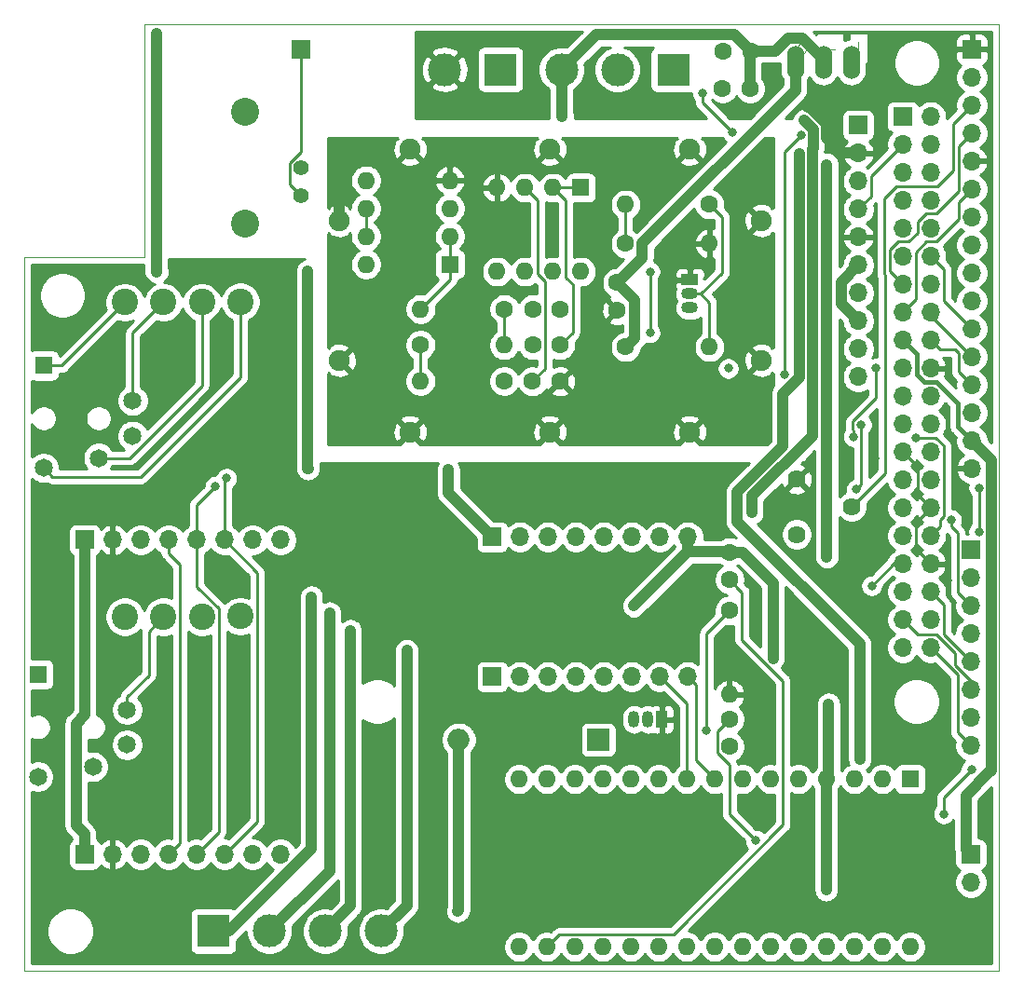
<source format=gbr>
G04 #@! TF.GenerationSoftware,KiCad,Pcbnew,(5.1.9)-1*
G04 #@! TF.CreationDate,2021-03-09T13:02:45-08:00*
G04 #@! TF.ProjectId,full_project,66756c6c-5f70-4726-9f6a-6563742e6b69,2.0*
G04 #@! TF.SameCoordinates,Original*
G04 #@! TF.FileFunction,Copper,L2,Bot*
G04 #@! TF.FilePolarity,Positive*
%FSLAX46Y46*%
G04 Gerber Fmt 4.6, Leading zero omitted, Abs format (unit mm)*
G04 Created by KiCad (PCBNEW (5.1.9)-1) date 2021-03-09 13:02:45*
%MOMM*%
%LPD*%
G01*
G04 APERTURE LIST*
G04 #@! TA.AperFunction,Profile*
%ADD10C,0.050000*%
G04 #@! TD*
%ADD11C,0.050000*%
G04 #@! TA.AperFunction,ComponentPad*
%ADD12R,1.650000X1.650000*%
G04 #@! TD*
G04 #@! TA.AperFunction,ComponentPad*
%ADD13C,1.650000*%
G04 #@! TD*
G04 #@! TA.AperFunction,ComponentPad*
%ADD14R,1.700000X1.700000*%
G04 #@! TD*
G04 #@! TA.AperFunction,ComponentPad*
%ADD15O,1.700000X1.700000*%
G04 #@! TD*
G04 #@! TA.AperFunction,ComponentPad*
%ADD16C,2.400000*%
G04 #@! TD*
G04 #@! TA.AperFunction,ComponentPad*
%ADD17C,2.540000*%
G04 #@! TD*
G04 #@! TA.AperFunction,ComponentPad*
%ADD18C,1.397000*%
G04 #@! TD*
G04 #@! TA.AperFunction,ComponentPad*
%ADD19C,1.905000*%
G04 #@! TD*
G04 #@! TA.AperFunction,ComponentPad*
%ADD20C,1.600000*%
G04 #@! TD*
G04 #@! TA.AperFunction,ComponentPad*
%ADD21O,1.600000X1.600000*%
G04 #@! TD*
G04 #@! TA.AperFunction,ComponentPad*
%ADD22R,3.000000X3.000000*%
G04 #@! TD*
G04 #@! TA.AperFunction,ComponentPad*
%ADD23C,3.000000*%
G04 #@! TD*
G04 #@! TA.AperFunction,ComponentPad*
%ADD24O,1.050000X1.500000*%
G04 #@! TD*
G04 #@! TA.AperFunction,ComponentPad*
%ADD25R,1.050000X1.500000*%
G04 #@! TD*
G04 #@! TA.AperFunction,ComponentPad*
%ADD26O,2.000000X2.000000*%
G04 #@! TD*
G04 #@! TA.AperFunction,ComponentPad*
%ADD27R,2.000000X2.000000*%
G04 #@! TD*
G04 #@! TA.AperFunction,ComponentPad*
%ADD28R,1.600000X1.600000*%
G04 #@! TD*
G04 #@! TA.AperFunction,ComponentPad*
%ADD29C,1.620000*%
G04 #@! TD*
G04 #@! TA.AperFunction,ComponentPad*
%ADD30O,1.524000X3.048000*%
G04 #@! TD*
G04 #@! TA.AperFunction,ComponentPad*
%ADD31O,1.500000X1.050000*%
G04 #@! TD*
G04 #@! TA.AperFunction,ComponentPad*
%ADD32R,1.500000X1.050000*%
G04 #@! TD*
G04 #@! TA.AperFunction,ViaPad*
%ADD33C,0.800000*%
G04 #@! TD*
G04 #@! TA.AperFunction,Conductor*
%ADD34C,0.250000*%
G04 #@! TD*
G04 #@! TA.AperFunction,Conductor*
%ADD35C,1.000000*%
G04 #@! TD*
G04 #@! TA.AperFunction,Conductor*
%ADD36C,0.400000*%
G04 #@! TD*
G04 #@! TA.AperFunction,Conductor*
%ADD37C,0.254000*%
G04 #@! TD*
G04 #@! TA.AperFunction,Conductor*
%ADD38C,0.150000*%
G04 #@! TD*
G04 APERTURE END LIST*
D10*
X111379000Y-77851000D02*
X111379000Y-56636000D01*
X100457000Y-77851000D02*
X111379000Y-77851000D01*
X189000000Y-142488000D02*
X189000000Y-142688000D01*
X188600000Y-142688000D02*
X189000000Y-142688000D01*
X188600000Y-56636000D02*
X189000000Y-56636000D01*
X189000000Y-56636000D02*
X189000000Y-142488000D01*
X187600000Y-142688000D02*
X188600000Y-142688000D01*
X187600000Y-56636000D02*
X188600000Y-56636000D01*
X187000000Y-142688000D02*
X187600000Y-142688000D01*
X187000000Y-56636000D02*
X187600000Y-56636000D01*
X185032000Y-56636000D02*
X187000000Y-56636000D01*
X185032000Y-142688000D02*
X187000000Y-142688000D01*
X100457000Y-77851000D02*
X100457000Y-142688000D01*
X100457000Y-142688000D02*
X185032000Y-142688000D01*
X185032000Y-56636000D02*
X111379000Y-56636000D01*
G04 #@! TO.C,U8*
D11*
X171023291Y-58289440D02*
X171213768Y-58289440D01*
X171309006Y-58337060D01*
X171404244Y-58432298D01*
X171451863Y-58622774D01*
X171451863Y-58956107D01*
X171404244Y-59146583D01*
X171309006Y-59241821D01*
X171213768Y-59289440D01*
X171023291Y-59289440D01*
X170928053Y-59241821D01*
X170832815Y-59146583D01*
X170785196Y-58956107D01*
X170785196Y-58622774D01*
X170832815Y-58432298D01*
X170928053Y-58337060D01*
X171023291Y-58289440D01*
X176204020Y-59287550D02*
X176204020Y-58287550D01*
X173279390Y-58909368D02*
X174041295Y-58909368D01*
G04 #@! TD*
D12*
G04 #@! TO.P,J7,1*
G04 #@! TO.N,Net-(J7-Pad1)*
X101667000Y-115723000D03*
D13*
G04 #@! TO.P,J7,2*
G04 #@! TO.N,Net-(J7-Pad2)*
X106667000Y-124123000D03*
G04 #@! TO.P,J7,3*
G04 #@! TO.N,Net-(J7-Pad3)*
X109767000Y-118923000D03*
G04 #@! TO.P,J7,4*
G04 #@! TO.N,Net-(J7-Pad4)*
X101667000Y-125023000D03*
G04 #@! TO.P,J7,5*
G04 #@! TO.N,Net-(J7-Pad5)*
X109767000Y-122123000D03*
G04 #@! TD*
D12*
G04 #@! TO.P,J9,1*
G04 #@! TO.N,Net-(J9-Pad1)*
X102175000Y-87656000D03*
D13*
G04 #@! TO.P,J9,2*
G04 #@! TO.N,Net-(J9-Pad2)*
X107175000Y-96056000D03*
G04 #@! TO.P,J9,3*
G04 #@! TO.N,Net-(J9-Pad3)*
X110275000Y-90856000D03*
G04 #@! TO.P,J9,4*
G04 #@! TO.N,Net-(J9-Pad4)*
X102175000Y-96956000D03*
G04 #@! TO.P,J9,5*
G04 #@! TO.N,Net-(J9-Pad5)*
X110275000Y-94056000D03*
G04 #@! TD*
D14*
G04 #@! TO.P,U4,1*
G04 #@! TO.N,+3V3*
X105918000Y-103505000D03*
D15*
G04 #@! TO.P,U4,2*
G04 #@! TO.N,GND*
X108458000Y-103505000D03*
G04 #@! TO.P,U4,3*
G04 #@! TO.N,Net-(U4-Pad3)*
X110998000Y-103505000D03*
G04 #@! TO.P,U4,4*
G04 #@! TO.N,/SCLK*
X113538000Y-103505000D03*
G04 #@! TO.P,U4,5*
G04 #@! TO.N,/MOSI*
X116078000Y-103505000D03*
G04 #@! TO.P,U4,6*
G04 #@! TO.N,/MISO*
X118618000Y-103505000D03*
G04 #@! TO.P,U4,7*
G04 #@! TO.N,/CE1*
X121158000Y-103505000D03*
G04 #@! TO.P,U4,8*
G04 #@! TO.N,Net-(U4-Pad8)*
X123698000Y-103505000D03*
D16*
G04 #@! TO.P,U4,9*
G04 #@! TO.N,Net-(J9-Pad1)*
X109558000Y-81915000D03*
G04 #@! TO.P,U4,10*
G04 #@! TO.N,Net-(J9-Pad3)*
X113058000Y-81915000D03*
G04 #@! TO.P,U4,11*
G04 #@! TO.N,Net-(J9-Pad2)*
X116558000Y-81915000D03*
G04 #@! TO.P,U4,12*
G04 #@! TO.N,Net-(J9-Pad4)*
X120058000Y-81865000D03*
G04 #@! TD*
G04 #@! TO.P,U3,12*
G04 #@! TO.N,Net-(J7-Pad4)*
X120058000Y-110440000D03*
G04 #@! TO.P,U3,11*
G04 #@! TO.N,Net-(J7-Pad2)*
X116558000Y-110490000D03*
G04 #@! TO.P,U3,10*
G04 #@! TO.N,Net-(J7-Pad3)*
X113058000Y-110490000D03*
G04 #@! TO.P,U3,9*
G04 #@! TO.N,Net-(J7-Pad1)*
X109558000Y-110490000D03*
D15*
G04 #@! TO.P,U3,8*
G04 #@! TO.N,Net-(U3-Pad8)*
X123698000Y-132080000D03*
G04 #@! TO.P,U3,7*
G04 #@! TO.N,/CE0*
X121158000Y-132080000D03*
G04 #@! TO.P,U3,6*
G04 #@! TO.N,/MISO*
X118618000Y-132080000D03*
G04 #@! TO.P,U3,5*
G04 #@! TO.N,/MOSI*
X116078000Y-132080000D03*
G04 #@! TO.P,U3,4*
G04 #@! TO.N,/SCLK*
X113538000Y-132080000D03*
G04 #@! TO.P,U3,3*
G04 #@! TO.N,Net-(U3-Pad3)*
X110998000Y-132080000D03*
G04 #@! TO.P,U3,2*
G04 #@! TO.N,GND*
X108458000Y-132080000D03*
D14*
G04 #@! TO.P,U3,1*
G04 #@! TO.N,+3V3*
X105918000Y-132080000D03*
G04 #@! TD*
D17*
G04 #@! TO.P,J6,4*
G04 #@! TO.N,Net-(J6-Pad4)*
X120523000Y-64643000D03*
G04 #@! TO.P,J6,3*
G04 #@! TO.N,Net-(J6-Pad3)*
X120523000Y-74803000D03*
D18*
G04 #@! TO.P,J6,2*
G04 #@! TO.N,Net-(J12-Pad1)*
X125603000Y-72263000D03*
G04 #@! TO.P,J6,1*
G04 #@! TO.N,Net-(J6-Pad1)*
X125603000Y-69723000D03*
G04 #@! TD*
D19*
G04 #@! TO.P,J5,1*
G04 #@! TO.N,/PSU_AGND*
X129026920Y-87188040D03*
X129026920Y-74488040D03*
X148188680Y-67985640D03*
X135488680Y-67985640D03*
X160888680Y-67985640D03*
X167391080Y-74488040D03*
X167391080Y-87188040D03*
X135488680Y-93690440D03*
X148188680Y-93690440D03*
X160888680Y-93690440D03*
G04 #@! TD*
D20*
G04 #@! TO.P,R6,1*
G04 #@! TO.N,Net-(C8-Pad1)*
X144050000Y-82525000D03*
D21*
G04 #@! TO.P,R6,2*
G04 #@! TO.N,Net-(R6-Pad2)*
X136430000Y-82525000D03*
G04 #@! TD*
D22*
G04 #@! TO.P,J8,1*
G04 #@! TO.N,/PSU_5V*
X159400000Y-60775000D03*
D23*
G04 #@! TO.P,J8,2*
G04 #@! TO.N,/PSU_12V*
X154320000Y-60775000D03*
G04 #@! TO.P,J8,3*
G04 #@! TO.N,/PSU_GND*
X149240000Y-60775000D03*
G04 #@! TD*
D20*
G04 #@! TO.P,R3,1*
G04 #@! TO.N,/PWM*
X164510000Y-109940000D03*
D21*
G04 #@! TO.P,R3,2*
G04 #@! TO.N,GND*
X164510000Y-117560000D03*
G04 #@! TD*
D24*
G04 #@! TO.P,Q1,2*
G04 #@! TO.N,/PWM*
X157086300Y-119814340D03*
G04 #@! TO.P,Q1,3*
G04 #@! TO.N,Net-(C5-Pad2)*
X155816300Y-119814340D03*
D25*
G04 #@! TO.P,Q1,1*
G04 #@! TO.N,GND*
X158356300Y-119814340D03*
G04 #@! TD*
D15*
G04 #@! TO.P,U1,10*
G04 #@! TO.N,Net-(U1-Pad10)*
X176200000Y-88685000D03*
G04 #@! TO.P,U1,9*
G04 #@! TO.N,Net-(U1-Pad9)*
X176200000Y-86145000D03*
G04 #@! TO.P,U1,8*
G04 #@! TO.N,/PSU_AGND*
X176200000Y-83605000D03*
G04 #@! TO.P,U1,7*
G04 #@! TO.N,Net-(C6-Pad1)*
X176200000Y-81065000D03*
G04 #@! TO.P,U1,6*
G04 #@! TO.N,/PSU_AGND*
X176200000Y-78525000D03*
G04 #@! TO.P,U1,5*
G04 #@! TO.N,GND*
X176200000Y-75985000D03*
G04 #@! TO.P,U1,4*
G04 #@! TO.N,/SDA*
X176200000Y-73445000D03*
G04 #@! TO.P,U1,3*
G04 #@! TO.N,/SCL*
X176200000Y-70905000D03*
G04 #@! TO.P,U1,2*
G04 #@! TO.N,GND*
X176200000Y-68365000D03*
D14*
G04 #@! TO.P,U1,1*
G04 #@! TO.N,+5V*
X176200000Y-65825000D03*
G04 #@! TD*
G04 #@! TO.P,J2,1*
G04 #@! TO.N,+3V3*
X180240000Y-65038000D03*
D15*
G04 #@! TO.P,J2,2*
G04 #@! TO.N,/PSU_5V*
X182780000Y-65038000D03*
G04 #@! TO.P,J2,3*
G04 #@! TO.N,/SDA*
X180240000Y-67578000D03*
G04 #@! TO.P,J2,4*
G04 #@! TO.N,+5V*
X182780000Y-67578000D03*
G04 #@! TO.P,J2,5*
G04 #@! TO.N,/SCL*
X180240000Y-70118000D03*
G04 #@! TO.P,J2,6*
G04 #@! TO.N,GND*
X182780000Y-70118000D03*
G04 #@! TO.P,J2,7*
G04 #@! TO.N,Net-(J2-Pad7)*
X180240000Y-72658000D03*
G04 #@! TO.P,J2,8*
G04 #@! TO.N,Net-(J2-Pad8)*
X182780000Y-72658000D03*
G04 #@! TO.P,J2,9*
G04 #@! TO.N,GND*
X180240000Y-75198000D03*
G04 #@! TO.P,J2,10*
G04 #@! TO.N,Net-(J2-Pad10)*
X182780000Y-75198000D03*
G04 #@! TO.P,J2,11*
G04 #@! TO.N,Net-(J2-Pad11)*
X180240000Y-77738000D03*
G04 #@! TO.P,J2,12*
G04 #@! TO.N,/LCD_D4*
X182780000Y-77738000D03*
G04 #@! TO.P,J2,13*
G04 #@! TO.N,/LCD_RS*
X180240000Y-80278000D03*
G04 #@! TO.P,J2,14*
G04 #@! TO.N,GND*
X182780000Y-80278000D03*
G04 #@! TO.P,J2,15*
G04 #@! TO.N,/LCD_E*
X180240000Y-82818000D03*
G04 #@! TO.P,J2,16*
G04 #@! TO.N,/LCD_D5*
X182780000Y-82818000D03*
G04 #@! TO.P,J2,17*
G04 #@! TO.N,+3V3*
X180240000Y-85358000D03*
G04 #@! TO.P,J2,18*
G04 #@! TO.N,/LCD_D6*
X182780000Y-85358000D03*
G04 #@! TO.P,J2,19*
G04 #@! TO.N,/MOSI*
X180240000Y-87898000D03*
G04 #@! TO.P,J2,20*
G04 #@! TO.N,GND*
X182780000Y-87898000D03*
G04 #@! TO.P,J2,21*
G04 #@! TO.N,/MISO*
X180240000Y-90438000D03*
G04 #@! TO.P,J2,22*
G04 #@! TO.N,/LCD_D7*
X182780000Y-90438000D03*
G04 #@! TO.P,J2,23*
G04 #@! TO.N,/SCLK*
X180240000Y-92978000D03*
G04 #@! TO.P,J2,24*
G04 #@! TO.N,/CE0*
X182780000Y-92978000D03*
G04 #@! TO.P,J2,25*
G04 #@! TO.N,GND*
X180240000Y-95518000D03*
G04 #@! TO.P,J2,26*
G04 #@! TO.N,/CE1*
X182780000Y-95518000D03*
G04 #@! TO.P,J2,27*
G04 #@! TO.N,Net-(J2-Pad27)*
X180240000Y-98058000D03*
G04 #@! TO.P,J2,28*
G04 #@! TO.N,/KeyRow_1*
X182780000Y-98058000D03*
G04 #@! TO.P,J2,29*
G04 #@! TO.N,/KeyRow_3*
X180240000Y-100598000D03*
G04 #@! TO.P,J2,30*
G04 #@! TO.N,GND*
X182780000Y-100598000D03*
G04 #@! TO.P,J2,31*
G04 #@! TO.N,/KeyRow_2*
X180240000Y-103138000D03*
G04 #@! TO.P,J2,32*
G04 #@! TO.N,Net-(J10-Pad1)*
X182780000Y-103138000D03*
G04 #@! TO.P,J2,33*
G04 #@! TO.N,/PWM*
X180240000Y-105678000D03*
G04 #@! TO.P,J2,34*
G04 #@! TO.N,GND*
X182780000Y-105678000D03*
G04 #@! TO.P,J2,35*
G04 #@! TO.N,/KeyRow_4*
X180240000Y-108218000D03*
G04 #@! TO.P,J2,36*
G04 #@! TO.N,/KeyCol_1*
X182780000Y-108218000D03*
G04 #@! TO.P,J2,37*
G04 #@! TO.N,/KeyCol_2*
X180240000Y-110758000D03*
G04 #@! TO.P,J2,38*
G04 #@! TO.N,/KeyCol_3*
X182780000Y-110758000D03*
G04 #@! TO.P,J2,39*
G04 #@! TO.N,/PSU_GND*
X180240000Y-113298000D03*
G04 #@! TO.P,J2,40*
G04 #@! TO.N,/KeyCol_4*
X182780000Y-113298000D03*
G04 #@! TD*
G04 #@! TO.P,U2,8*
G04 #@! TO.N,/DIR*
X160713420Y-115928140D03*
G04 #@! TO.P,U2,7*
G04 #@! TO.N,/STEP*
X158173420Y-115928140D03*
G04 #@! TO.P,U2,6*
G04 #@! TO.N,Net-(U2-Pad5)*
X155633420Y-115928140D03*
G04 #@! TO.P,U2,5*
X153093420Y-115928140D03*
G04 #@! TO.P,U2,4*
G04 #@! TO.N,/Arduino_GND*
X150553420Y-115928140D03*
G04 #@! TO.P,U2,3*
X148013420Y-115928140D03*
G04 #@! TO.P,U2,2*
X145473420Y-115928140D03*
D14*
G04 #@! TO.P,U2,1*
X142933420Y-115928140D03*
G04 #@! TO.P,U2,9*
G04 #@! TO.N,/PSU_12V*
X142933420Y-103228140D03*
D15*
G04 #@! TO.P,U2,12*
G04 #@! TO.N,Net-(J4-Pad2)*
X150553420Y-103228140D03*
G04 #@! TO.P,U2,16*
G04 #@! TO.N,/Arduino_GND*
X160713420Y-103228140D03*
G04 #@! TO.P,U2,15*
G04 #@! TO.N,/Arduino_VDD*
X158173420Y-103228140D03*
G04 #@! TO.P,U2,14*
G04 #@! TO.N,Net-(J4-Pad4)*
X155633420Y-103228140D03*
G04 #@! TO.P,U2,13*
G04 #@! TO.N,Net-(J4-Pad3)*
X153093420Y-103228140D03*
G04 #@! TO.P,U2,10*
G04 #@! TO.N,/PSU_GND*
X145473420Y-103228140D03*
G04 #@! TO.P,U2,11*
G04 #@! TO.N,Net-(J4-Pad1)*
X148013420Y-103228140D03*
G04 #@! TD*
D23*
G04 #@! TO.P,J4,2*
G04 #@! TO.N,Net-(J4-Pad2)*
X122682000Y-139065000D03*
G04 #@! TO.P,J4,3*
G04 #@! TO.N,Net-(J4-Pad3)*
X127762000Y-139065000D03*
D22*
G04 #@! TO.P,J4,1*
G04 #@! TO.N,Net-(J4-Pad1)*
X117602000Y-139065000D03*
D23*
G04 #@! TO.P,J4,4*
G04 #@! TO.N,Net-(J4-Pad4)*
X132842000Y-139065000D03*
G04 #@! TD*
D26*
G04 #@! TO.P,D1,2*
G04 #@! TO.N,+3V3*
X139890000Y-121660000D03*
D27*
G04 #@! TO.P,D1,1*
G04 #@! TO.N,Net-(C5-Pad2)*
X152590000Y-121660000D03*
G04 #@! TD*
D21*
G04 #@! TO.P,R2,2*
G04 #@! TO.N,/PSU_AGND*
X162687000Y-76581000D03*
D20*
G04 #@! TO.P,R2,1*
G04 #@! TO.N,Net-(R1-Pad2)*
X155067000Y-76581000D03*
G04 #@! TD*
G04 #@! TO.P,C2,2*
G04 #@! TO.N,/PSU_AGND*
X154305000Y-82637000D03*
G04 #@! TO.P,C2,1*
G04 #@! TO.N,/PSU_A5V*
X154305000Y-80137000D03*
G04 #@! TD*
D14*
G04 #@! TO.P,J12,1*
G04 #@! TO.N,Net-(J12-Pad1)*
X125603000Y-58928000D03*
G04 #@! TD*
D20*
G04 #@! TO.P,R1,1*
G04 #@! TO.N,Net-(R1-Pad1)*
X162687000Y-73025000D03*
D21*
G04 #@! TO.P,R1,2*
G04 #@! TO.N,Net-(R1-Pad2)*
X155067000Y-73025000D03*
G04 #@! TD*
G04 #@! TO.P,U6,8*
G04 #@! TO.N,/PSU_A5V*
X131472000Y-78452000D03*
G04 #@! TO.P,U6,4*
G04 #@! TO.N,/PSU_AGND*
X139092000Y-70832000D03*
G04 #@! TO.P,U6,7*
G04 #@! TO.N,Net-(J12-Pad1)*
X131472000Y-75912000D03*
G04 #@! TO.P,U6,3*
G04 #@! TO.N,Net-(J6-Pad1)*
X139092000Y-73372000D03*
G04 #@! TO.P,U6,6*
G04 #@! TO.N,Net-(J12-Pad1)*
X131472000Y-73372000D03*
G04 #@! TO.P,U6,2*
G04 #@! TO.N,Net-(R6-Pad2)*
X139092000Y-75912000D03*
G04 #@! TO.P,U6,5*
G04 #@! TO.N,Net-(R1-Pad2)*
X131472000Y-70832000D03*
D28*
G04 #@! TO.P,U6,1*
G04 #@! TO.N,Net-(R6-Pad2)*
X139092000Y-78452000D03*
G04 #@! TD*
D20*
G04 #@! TO.P,C5,1*
G04 #@! TO.N,+3V3*
X164520000Y-122290000D03*
G04 #@! TO.P,C5,2*
G04 #@! TO.N,Net-(C5-Pad2)*
X164520000Y-119790000D03*
G04 #@! TD*
D14*
G04 #@! TO.P,J14,1*
G04 #@! TO.N,+3V3*
X186436000Y-132080000D03*
D15*
G04 #@! TO.P,J14,2*
G04 #@! TO.N,Net-(C5-Pad2)*
X186436000Y-134620000D03*
G04 #@! TD*
D20*
G04 #@! TO.P,C6,1*
G04 #@! TO.N,Net-(C6-Pad1)*
X149121000Y-85800000D03*
G04 #@! TO.P,C6,2*
G04 #@! TO.N,Net-(C6-Pad2)*
X146621000Y-85800000D03*
G04 #@! TD*
G04 #@! TO.P,C7,2*
G04 #@! TO.N,/PSU_AGND*
X149100000Y-89100000D03*
G04 #@! TO.P,C7,1*
G04 #@! TO.N,Net-(C7-Pad1)*
X146600000Y-89100000D03*
G04 #@! TD*
D21*
G04 #@! TO.P,R4,2*
G04 #@! TO.N,Net-(C6-Pad2)*
X136421000Y-89073000D03*
D20*
G04 #@! TO.P,R4,1*
G04 #@! TO.N,Net-(C7-Pad1)*
X144041000Y-89073000D03*
G04 #@! TD*
D28*
G04 #@! TO.P,U7,1*
G04 #@! TO.N,Net-(C6-Pad1)*
X151003000Y-71501000D03*
D21*
G04 #@! TO.P,U7,5*
G04 #@! TO.N,Net-(U7-Pad5)*
X143383000Y-79121000D03*
G04 #@! TO.P,U7,2*
G04 #@! TO.N,Net-(C6-Pad1)*
X148463000Y-71501000D03*
G04 #@! TO.P,U7,6*
G04 #@! TO.N,Net-(U7-Pad6)*
X145923000Y-79121000D03*
G04 #@! TO.P,U7,3*
G04 #@! TO.N,Net-(C7-Pad1)*
X145923000Y-71501000D03*
G04 #@! TO.P,U7,7*
G04 #@! TO.N,Net-(U7-Pad7)*
X148463000Y-79121000D03*
G04 #@! TO.P,U7,4*
G04 #@! TO.N,/PSU_AGND*
X143383000Y-71501000D03*
G04 #@! TO.P,U7,8*
G04 #@! TO.N,/PSU_A5V*
X151003000Y-79121000D03*
G04 #@! TD*
D28*
G04 #@! TO.P,A1,1*
G04 #@! TO.N,Net-(A1-Pad1)*
X180925000Y-125250000D03*
D21*
G04 #@! TO.P,A1,17*
G04 #@! TO.N,/Arduino_VDD*
X147905000Y-140490000D03*
G04 #@! TO.P,A1,2*
G04 #@! TO.N,Net-(A1-Pad2)*
X178385000Y-125250000D03*
G04 #@! TO.P,A1,18*
G04 #@! TO.N,Net-(A1-Pad18)*
X150445000Y-140490000D03*
G04 #@! TO.P,A1,3*
G04 #@! TO.N,Net-(A1-Pad3)*
X175845000Y-125250000D03*
G04 #@! TO.P,A1,19*
G04 #@! TO.N,Net-(A1-Pad19)*
X152985000Y-140490000D03*
G04 #@! TO.P,A1,4*
G04 #@! TO.N,/Arduino_GND*
X173305000Y-125250000D03*
G04 #@! TO.P,A1,20*
G04 #@! TO.N,Net-(A1-Pad20)*
X155525000Y-140490000D03*
G04 #@! TO.P,A1,5*
G04 #@! TO.N,Net-(A1-Pad5)*
X170765000Y-125250000D03*
G04 #@! TO.P,A1,21*
G04 #@! TO.N,Net-(A1-Pad21)*
X158065000Y-140490000D03*
G04 #@! TO.P,A1,6*
G04 #@! TO.N,Net-(A1-Pad6)*
X168225000Y-125250000D03*
G04 #@! TO.P,A1,22*
G04 #@! TO.N,Net-(A1-Pad22)*
X160605000Y-140490000D03*
G04 #@! TO.P,A1,7*
G04 #@! TO.N,Net-(A1-Pad7)*
X165685000Y-125250000D03*
G04 #@! TO.P,A1,23*
G04 #@! TO.N,Net-(A1-Pad23)*
X163145000Y-140490000D03*
G04 #@! TO.P,A1,8*
G04 #@! TO.N,/DIR*
X163145000Y-125250000D03*
G04 #@! TO.P,A1,24*
G04 #@! TO.N,Net-(A1-Pad24)*
X165685000Y-140490000D03*
G04 #@! TO.P,A1,9*
G04 #@! TO.N,/STEP*
X160605000Y-125250000D03*
G04 #@! TO.P,A1,25*
G04 #@! TO.N,Net-(A1-Pad25)*
X168225000Y-140490000D03*
G04 #@! TO.P,A1,10*
G04 #@! TO.N,Net-(A1-Pad10)*
X158065000Y-125250000D03*
G04 #@! TO.P,A1,26*
G04 #@! TO.N,Net-(A1-Pad26)*
X170765000Y-140490000D03*
G04 #@! TO.P,A1,11*
G04 #@! TO.N,Net-(A1-Pad11)*
X155525000Y-125250000D03*
G04 #@! TO.P,A1,27*
G04 #@! TO.N,Net-(A1-Pad27)*
X173305000Y-140490000D03*
G04 #@! TO.P,A1,12*
G04 #@! TO.N,Net-(A1-Pad12)*
X152985000Y-125250000D03*
G04 #@! TO.P,A1,28*
G04 #@! TO.N,Net-(A1-Pad28)*
X175845000Y-140490000D03*
G04 #@! TO.P,A1,13*
G04 #@! TO.N,Net-(A1-Pad13)*
X150445000Y-125250000D03*
G04 #@! TO.P,A1,29*
G04 #@! TO.N,/Arduino_GND*
X178385000Y-140490000D03*
G04 #@! TO.P,A1,14*
G04 #@! TO.N,Net-(A1-Pad14)*
X147905000Y-125250000D03*
G04 #@! TO.P,A1,30*
G04 #@! TO.N,Net-(A1-Pad30)*
X180925000Y-140490000D03*
G04 #@! TO.P,A1,15*
G04 #@! TO.N,Net-(A1-Pad15)*
X145365000Y-125250000D03*
G04 #@! TO.P,A1,16*
G04 #@! TO.N,Net-(A1-Pad16)*
X145365000Y-140490000D03*
G04 #@! TD*
D20*
G04 #@! TO.P,C1,2*
G04 #@! TO.N,/PSU_GND*
X166375000Y-62475000D03*
G04 #@! TO.P,C1,1*
G04 #@! TO.N,/PSU_5V*
X163875000Y-62475000D03*
G04 #@! TD*
G04 #@! TO.P,C3,1*
G04 #@! TO.N,/PSU_12V*
X163925000Y-59100000D03*
G04 #@! TO.P,C3,2*
G04 #@! TO.N,/PSU_GND*
X166425000Y-59100000D03*
G04 #@! TD*
G04 #@! TO.P,C4,1*
G04 #@! TO.N,/Arduino_VDD*
X164503100Y-107119420D03*
G04 #@! TO.P,C4,2*
G04 #@! TO.N,/Arduino_GND*
X164503100Y-104619420D03*
G04 #@! TD*
D29*
G04 #@! TO.P,RV1,3*
G04 #@! TO.N,GND*
X170600000Y-98000000D03*
G04 #@! TO.P,RV1,2*
G04 #@! TO.N,/LCD_OV*
X175600000Y-100500000D03*
G04 #@! TO.P,RV1,1*
G04 #@! TO.N,+5V*
X170600000Y-103000000D03*
G04 #@! TD*
D30*
G04 #@! TO.P,U8,3*
G04 #@! TO.N,/PSU_A5V*
X170485000Y-60110000D03*
G04 #@! TO.P,U8,2*
G04 #@! TO.N,/PSU_GND*
X173025000Y-60110000D03*
G04 #@! TO.P,U8,1*
G04 #@! TO.N,/PSU_12V*
X175565000Y-60110000D03*
G04 #@! TD*
D20*
G04 #@! TO.P,C8,1*
G04 #@! TO.N,Net-(C8-Pad1)*
X146625000Y-82525000D03*
G04 #@! TO.P,C8,2*
G04 #@! TO.N,/PSU_AGND*
X149125000Y-82525000D03*
G04 #@! TD*
G04 #@! TO.P,R5,1*
G04 #@! TO.N,Net-(C6-Pad2)*
X136421000Y-85800000D03*
D21*
G04 #@! TO.P,R5,2*
G04 #@! TO.N,Net-(C8-Pad1)*
X144041000Y-85800000D03*
G04 #@! TD*
D20*
G04 #@! TO.P,R7,1*
G04 #@! TO.N,/PSU_A5V*
X155067000Y-85979000D03*
D21*
G04 #@! TO.P,R7,2*
G04 #@! TO.N,Net-(R1-Pad1)*
X162687000Y-85979000D03*
G04 #@! TD*
D31*
G04 #@! TO.P,U5,2*
G04 #@! TO.N,Net-(R1-Pad1)*
X160909000Y-81153000D03*
G04 #@! TO.P,U5,3*
G04 #@! TO.N,Net-(U5-Pad3)*
X160909000Y-82423000D03*
D32*
G04 #@! TO.P,U5,1*
G04 #@! TO.N,/PSU_AGND*
X160909000Y-79883000D03*
G04 #@! TD*
D14*
G04 #@! TO.P,J1,1*
G04 #@! TO.N,GND*
X186525000Y-58925000D03*
D15*
G04 #@! TO.P,J1,2*
G04 #@! TO.N,+5V*
X186525000Y-61465000D03*
G04 #@! TO.P,J1,3*
G04 #@! TO.N,/LCD_OV*
X186525000Y-64005000D03*
G04 #@! TO.P,J1,4*
G04 #@! TO.N,/LCD_RS*
X186525000Y-66545000D03*
G04 #@! TO.P,J1,5*
G04 #@! TO.N,GND*
X186525000Y-69085000D03*
G04 #@! TO.P,J1,6*
G04 #@! TO.N,/LCD_E*
X186525000Y-71625000D03*
G04 #@! TO.P,J1,7*
G04 #@! TO.N,Net-(J1-Pad7)*
X186525000Y-74165000D03*
G04 #@! TO.P,J1,8*
G04 #@! TO.N,Net-(J1-Pad8)*
X186525000Y-76705000D03*
G04 #@! TO.P,J1,9*
G04 #@! TO.N,Net-(J1-Pad9)*
X186525000Y-79245000D03*
G04 #@! TO.P,J1,10*
G04 #@! TO.N,Net-(J1-Pad10)*
X186525000Y-81785000D03*
G04 #@! TO.P,J1,11*
G04 #@! TO.N,/LCD_D4*
X186525000Y-84325000D03*
G04 #@! TO.P,J1,12*
G04 #@! TO.N,/LCD_D5*
X186525000Y-86865000D03*
G04 #@! TO.P,J1,13*
G04 #@! TO.N,/LCD_D6*
X186525000Y-89405000D03*
G04 #@! TO.P,J1,14*
G04 #@! TO.N,/LCD_D7*
X186525000Y-91945000D03*
G04 #@! TO.P,J1,15*
G04 #@! TO.N,+3V3*
X186525000Y-94485000D03*
G04 #@! TO.P,J1,16*
G04 #@! TO.N,GND*
X186525000Y-97025000D03*
G04 #@! TD*
D14*
G04 #@! TO.P,J3,1*
G04 #@! TO.N,/KeyRow_1*
X186430920Y-104416860D03*
D15*
G04 #@! TO.P,J3,2*
G04 #@! TO.N,/KeyRow_2*
X186430920Y-106956860D03*
G04 #@! TO.P,J3,3*
G04 #@! TO.N,/KeyRow_3*
X186430920Y-109496860D03*
G04 #@! TO.P,J3,4*
G04 #@! TO.N,/KeyRow_4*
X186430920Y-112036860D03*
G04 #@! TO.P,J3,5*
G04 #@! TO.N,/KeyCol_1*
X186430920Y-114576860D03*
G04 #@! TO.P,J3,6*
G04 #@! TO.N,/KeyCol_2*
X186430920Y-117116860D03*
G04 #@! TO.P,J3,7*
G04 #@! TO.N,/KeyCol_3*
X186430920Y-119656860D03*
G04 #@! TO.P,J3,8*
G04 #@! TO.N,/KeyCol_4*
X186430920Y-122196860D03*
G04 #@! TD*
D22*
G04 #@! TO.P,J10,1*
G04 #@! TO.N,Net-(J10-Pad1)*
X143700000Y-60750000D03*
D23*
G04 #@! TO.P,J10,2*
G04 #@! TO.N,GND*
X138620000Y-60750000D03*
G04 #@! TD*
D33*
G04 #@! TO.N,/Arduino_GND*
X168480740Y-114261900D03*
X173494700Y-118440200D03*
X173305000Y-135311680D03*
X155800000Y-109500000D03*
G04 #@! TO.N,+3V3*
X185991500Y-126730760D03*
X170825000Y-68400000D03*
X139800000Y-137250000D03*
X176350000Y-123450000D03*
G04 #@! TO.N,GND*
X184680860Y-77820520D03*
X166768780Y-123461780D03*
X166329360Y-120827800D03*
X184340500Y-107195620D03*
X171597071Y-63975001D03*
X108350000Y-114575000D03*
X113375000Y-118775000D03*
X120100000Y-120875000D03*
X116200000Y-120875000D03*
X118575000Y-106650000D03*
X166975000Y-127000000D03*
X173900000Y-114375000D03*
X175275000Y-96600000D03*
X177725000Y-96125000D03*
X174650000Y-107075000D03*
X177825000Y-102675000D03*
X175125000Y-91100000D03*
X186025000Y-99625000D03*
X121450000Y-100425000D03*
X151375000Y-63000000D03*
X168225000Y-62825000D03*
X166975000Y-111675000D03*
X163225000Y-102800000D03*
X156800000Y-61900000D03*
X113284000Y-88011000D03*
X118237000Y-86487000D03*
X107696000Y-87630000D03*
X106299000Y-82550000D03*
G04 #@! TO.N,/MOSI*
X117775000Y-98639999D03*
X177825000Y-87900000D03*
X175750000Y-94125000D03*
G04 #@! TO.N,/MISO*
X118800000Y-97914999D03*
G04 #@! TO.N,/SCLK*
X176025000Y-98925000D03*
X176475000Y-93050000D03*
G04 #@! TO.N,/CE0*
X183975000Y-128400000D03*
X186500000Y-124375000D03*
X187174990Y-98775000D03*
X187174990Y-102750000D03*
G04 #@! TO.N,Net-(J4-Pad2)*
X128175000Y-110150000D03*
G04 #@! TO.N,Net-(J4-Pad3)*
X130050000Y-111750000D03*
G04 #@! TO.N,Net-(J4-Pad1)*
X126500000Y-108700000D03*
G04 #@! TO.N,Net-(J4-Pad4)*
X135175000Y-113575000D03*
G04 #@! TO.N,/PSU_12V*
X112400000Y-57475000D03*
X112475000Y-79125000D03*
X126175000Y-79075000D03*
X126200000Y-97050000D03*
X138950000Y-97125000D03*
G04 #@! TO.N,Net-(C5-Pad2)*
X166878000Y-130810000D03*
G04 #@! TO.N,/PWM*
X162432247Y-120852447D03*
X177425000Y-107675000D03*
G04 #@! TO.N,+5V*
X173350000Y-105050000D03*
X173350000Y-69402000D03*
G04 #@! TO.N,/PSU_GND*
X149300000Y-65000000D03*
X171300000Y-65375000D03*
X166550000Y-101050000D03*
G04 #@! TO.N,/PSU_AGND*
X129250000Y-68175000D03*
X174649999Y-82054999D03*
X135300000Y-74950000D03*
X148475000Y-74900000D03*
G04 #@! TO.N,/PSU_A5V*
X164400000Y-87925000D03*
G04 #@! TO.N,/KeyRow_3*
X184650000Y-101700000D03*
G04 #@! TO.N,Net-(C6-Pad1)*
X157275000Y-79125000D03*
X157275000Y-84675000D03*
G04 #@! TO.N,Net-(J10-Pad1)*
X162050000Y-62875001D03*
X164775000Y-66499999D03*
X171010001Y-66702818D03*
X169500000Y-88450000D03*
X181475000Y-94225000D03*
G04 #@! TD*
D34*
G04 #@! TO.N,/Arduino_VDD*
X165635001Y-108251321D02*
X165303099Y-107919419D01*
X165635001Y-112582901D02*
X165635001Y-108251321D01*
X169350001Y-116297901D02*
X165635001Y-112582901D01*
X165303099Y-107919419D02*
X164503100Y-107119420D01*
X159396003Y-139364999D02*
X169350001Y-129411001D01*
X169350001Y-129411001D02*
X169350001Y-116297901D01*
X149030001Y-139364999D02*
X159396003Y-139364999D01*
X147905000Y-140490000D02*
X149030001Y-139364999D01*
D35*
G04 #@! TO.N,/Arduino_GND*
X168480740Y-107403260D02*
X168480740Y-114261900D01*
X173494700Y-125060300D02*
X173305000Y-125250000D01*
X173494700Y-118440200D02*
X173494700Y-125060300D01*
X173305000Y-125250000D02*
X173305000Y-135311680D01*
X160713420Y-104586580D02*
X155800000Y-109500000D01*
X160713420Y-103228140D02*
X160713420Y-104586580D01*
X164470260Y-104586580D02*
X164503100Y-104619420D01*
X160713420Y-104586580D02*
X164470260Y-104586580D01*
X165696900Y-104619420D02*
X168480740Y-107403260D01*
X164503100Y-104619420D02*
X165696900Y-104619420D01*
G04 #@! TO.N,+3V3*
X185991500Y-131635500D02*
X186436000Y-132080000D01*
X185991500Y-126730760D02*
X185991500Y-131635500D01*
D36*
X181490001Y-86608001D02*
X181089999Y-86207999D01*
X181490001Y-88458003D02*
X181490001Y-86608001D01*
X181089999Y-86207999D02*
X180240000Y-85358000D01*
X183340003Y-89148001D02*
X182179999Y-89148001D01*
X182179999Y-89148001D02*
X181490001Y-88458003D01*
X185274999Y-91082997D02*
X183340003Y-89148001D01*
X185274999Y-93234999D02*
X185274999Y-91082997D01*
X186525000Y-94485000D02*
X185274999Y-93234999D01*
D35*
X105918000Y-130230000D02*
X105918000Y-132080000D01*
X105141999Y-129453999D02*
X105918000Y-130230000D01*
X105141999Y-120197999D02*
X105141999Y-129453999D01*
X105918000Y-119421998D02*
X105141999Y-120197999D01*
X105918000Y-103505000D02*
X105918000Y-119421998D01*
X139890000Y-121660000D02*
X139890000Y-137160000D01*
X139890000Y-137160000D02*
X139800000Y-137250000D01*
X176350000Y-112950000D02*
X176350000Y-123450000D01*
X165223101Y-101823101D02*
X176350000Y-112950000D01*
X165223101Y-99151899D02*
X165223101Y-101823101D01*
X169350000Y-95025000D02*
X165223101Y-99151899D01*
X169350000Y-90228002D02*
X169350000Y-95025000D01*
X170825000Y-68400000D02*
X170825000Y-88753002D01*
X170825000Y-88753002D02*
X169350000Y-90228002D01*
X188075001Y-124647259D02*
X185991500Y-126730760D01*
X188274990Y-124447270D02*
X188075001Y-124647259D01*
X188274990Y-96234990D02*
X188274990Y-124447270D01*
X186525000Y-94485000D02*
X188274990Y-96234990D01*
D34*
G04 #@! TO.N,/SDA*
X179390001Y-68427999D02*
X180240000Y-67578000D01*
X177375001Y-70442999D02*
X179390001Y-68427999D01*
X177375001Y-72269999D02*
X177375001Y-70442999D01*
X176200000Y-73445000D02*
X177375001Y-72269999D01*
G04 #@! TO.N,GND*
X181415001Y-101962999D02*
X182780000Y-100598000D01*
X181415001Y-104313001D02*
X181415001Y-101962999D01*
X182780000Y-105678000D02*
X181415001Y-104313001D01*
X181604999Y-96882999D02*
X180240000Y-95518000D01*
X181604999Y-99422999D02*
X181604999Y-96882999D01*
X182780000Y-100598000D02*
X181604999Y-99422999D01*
D35*
X173310011Y-65687941D02*
X173310011Y-66985081D01*
X171797061Y-64174991D02*
X173310011Y-65687941D01*
X171624991Y-64174991D02*
X171797061Y-64174991D01*
X171597071Y-63975001D02*
X171597071Y-64147071D01*
X171597071Y-64147071D02*
X171624991Y-64174991D01*
X174689930Y-68365000D02*
X176200000Y-68365000D01*
X173310011Y-66985081D02*
X174689930Y-68365000D01*
D34*
G04 #@! TO.N,/MOSI*
X118083001Y-109757999D02*
X118083001Y-130074999D01*
X116927999Y-131230001D02*
X116078000Y-132080000D01*
X118083001Y-130074999D02*
X116927999Y-131230001D01*
X116078000Y-107752998D02*
X118083001Y-109757999D01*
X116078000Y-103505000D02*
X116078000Y-107752998D01*
X116078000Y-103505000D02*
X116078000Y-100336999D01*
X116078000Y-100336999D02*
X117775000Y-98639999D01*
X177825000Y-90626998D02*
X177825000Y-87900000D01*
X175700000Y-92751998D02*
X177825000Y-90626998D01*
X175700000Y-93509315D02*
X175700000Y-92751998D01*
X175750000Y-93559315D02*
X175700000Y-93509315D01*
X175750000Y-94125000D02*
X175750000Y-93559315D01*
G04 #@! TO.N,/MISO*
X180240000Y-91148840D02*
X180240000Y-90438000D01*
X121583001Y-129114999D02*
X119467999Y-131230001D01*
X119467999Y-131230001D02*
X118618000Y-132080000D01*
X121583001Y-106470001D02*
X121583001Y-129114999D01*
X118618000Y-103505000D02*
X121583001Y-106470001D01*
X118618000Y-103505000D02*
X118618000Y-98096999D01*
X118618000Y-98096999D02*
X118800000Y-97914999D01*
G04 #@! TO.N,/SCLK*
X114387999Y-131230001D02*
X113538000Y-132080000D01*
X114583001Y-131034999D02*
X114387999Y-131230001D01*
X114583001Y-105752082D02*
X114583001Y-131034999D01*
X113538000Y-104707081D02*
X114583001Y-105752082D01*
X113538000Y-103505000D02*
X113538000Y-104707081D01*
X176025000Y-98925000D02*
X176475000Y-98475000D01*
X176475000Y-98475000D02*
X176475000Y-93050000D01*
G04 #@! TO.N,/CE0*
X183975000Y-128400000D02*
X183975000Y-126900000D01*
X183975000Y-126900000D02*
X186500000Y-124375000D01*
X187174990Y-98775000D02*
X187174990Y-102750000D01*
G04 #@! TO.N,/DIR*
X160713420Y-115928140D02*
X161465260Y-116679980D01*
X161465260Y-123570260D02*
X163145000Y-125250000D01*
X161465260Y-116679980D02*
X161465260Y-123570260D01*
G04 #@! TO.N,/STEP*
X160605000Y-118359720D02*
X160605000Y-125250000D01*
X158173420Y-115928140D02*
X160605000Y-118359720D01*
D35*
G04 #@! TO.N,Net-(J4-Pad2)*
X122682000Y-139065000D02*
X128175000Y-133572000D01*
X128175000Y-133572000D02*
X128175000Y-110150000D01*
G04 #@! TO.N,Net-(J4-Pad3)*
X127762000Y-139065000D02*
X130050000Y-136777000D01*
X130050000Y-136777000D02*
X130050000Y-111750000D01*
G04 #@! TO.N,Net-(J4-Pad1)*
X126500000Y-131572002D02*
X126500000Y-108700000D01*
X117602000Y-139065000D02*
X119007002Y-139065000D01*
X119007002Y-139065000D02*
X126500000Y-131572002D01*
G04 #@! TO.N,Net-(J4-Pad4)*
X132842000Y-139065000D02*
X135175000Y-136732000D01*
X135175000Y-136732000D02*
X135175000Y-113575000D01*
D34*
G04 #@! TO.N,Net-(R1-Pad1)*
X162687000Y-81931000D02*
X161909000Y-81153000D01*
X162687000Y-85979000D02*
X162687000Y-81931000D01*
X163812001Y-79249999D02*
X161909000Y-81153000D01*
X163812001Y-74150001D02*
X163812001Y-79249999D01*
X161909000Y-81153000D02*
X160909000Y-81153000D01*
X162687000Y-73025000D02*
X163812001Y-74150001D01*
G04 #@! TO.N,Net-(J12-Pad1)*
X131472000Y-74503370D02*
X131472000Y-75912000D01*
X131472000Y-73372000D02*
X131472000Y-74503370D01*
X124579499Y-71239499D02*
X124904501Y-71564501D01*
X124579499Y-69231719D02*
X124579499Y-71239499D01*
X125603000Y-68208218D02*
X124579499Y-69231719D01*
X124904501Y-71564501D02*
X125603000Y-72263000D01*
X125603000Y-58928000D02*
X125603000Y-68208218D01*
D35*
G04 #@! TO.N,/PSU_12V*
X112400000Y-57475000D02*
X112400000Y-79050000D01*
X112400000Y-79050000D02*
X112475000Y-79125000D01*
X126175000Y-79075000D02*
X126175000Y-97025000D01*
X126175000Y-97025000D02*
X126200000Y-97050000D01*
X138950000Y-99244720D02*
X142933420Y-103228140D01*
X138950000Y-97125000D02*
X138950000Y-99244720D01*
D34*
G04 #@! TO.N,Net-(R1-Pad2)*
X155067000Y-74156370D02*
X155067000Y-76581000D01*
X155067000Y-73025000D02*
X155067000Y-74156370D01*
G04 #@! TO.N,Net-(C5-Pad2)*
X164520000Y-128452000D02*
X166878000Y-130810000D01*
X164520000Y-123955002D02*
X164520000Y-128452000D01*
X163394999Y-122830001D02*
X164520000Y-123955002D01*
X163394999Y-120915001D02*
X163394999Y-122830001D01*
X164520000Y-119790000D02*
X163394999Y-120915001D01*
G04 #@! TO.N,/PWM*
X162432247Y-120852447D02*
X162432247Y-112017753D01*
X162432247Y-112017753D02*
X164510000Y-109940000D01*
X179422000Y-105678000D02*
X180240000Y-105678000D01*
X177425000Y-107675000D02*
X179422000Y-105678000D01*
G04 #@! TO.N,Net-(C6-Pad2)*
X136421000Y-87941630D02*
X136421000Y-85800000D01*
X136421000Y-89073000D02*
X136421000Y-87941630D01*
G04 #@! TO.N,Net-(C7-Pad1)*
X146722999Y-72300999D02*
X145923000Y-71501000D01*
X147048001Y-79348001D02*
X147048001Y-72626001D01*
X147750001Y-80050001D02*
X147048001Y-79348001D01*
X147750001Y-87949999D02*
X147750001Y-80050001D01*
X147048001Y-72626001D02*
X146722999Y-72300999D01*
X146600000Y-89100000D02*
X147750001Y-87949999D01*
D35*
G04 #@! TO.N,+5V*
X173350000Y-69402000D02*
X173350000Y-69402000D01*
X173350000Y-69402000D02*
X173350000Y-105050000D01*
G04 #@! TO.N,/PSU_GND*
X166375000Y-59150000D02*
X166425000Y-59100000D01*
X166375000Y-62475000D02*
X166375000Y-59150000D01*
X173025000Y-59820406D02*
X173025000Y-60110000D01*
X169879416Y-57885990D02*
X171090584Y-57885990D01*
X168665406Y-59100000D02*
X169879416Y-57885990D01*
X171090584Y-57885990D02*
X173025000Y-59820406D01*
X166425000Y-59100000D02*
X168665406Y-59100000D01*
X150739999Y-59275001D02*
X149240000Y-60775000D01*
X152415001Y-57599999D02*
X150739999Y-59275001D01*
X164924999Y-57599999D02*
X152415001Y-57599999D01*
X166425000Y-59100000D02*
X164924999Y-57599999D01*
X149240000Y-60775000D02*
X149240000Y-64940000D01*
X149240000Y-64940000D02*
X149300000Y-65000000D01*
X166550000Y-99522070D02*
X166550000Y-101050000D01*
X172025010Y-94047060D02*
X166550000Y-99522070D01*
X172110001Y-66185001D02*
X172110001Y-67864999D01*
X171300000Y-65375000D02*
X172110001Y-66185001D01*
X172110001Y-67864999D02*
X172025010Y-67949990D01*
X172025010Y-67949990D02*
X172025010Y-94047060D01*
G04 #@! TO.N,/PSU_AGND*
X129026920Y-68398080D02*
X129250000Y-68175000D01*
X129026920Y-74488040D02*
X129026920Y-68398080D01*
X175350001Y-82755001D02*
X176200000Y-83605000D01*
X174649999Y-80075001D02*
X174649999Y-82054999D01*
X174649999Y-82054999D02*
X174649999Y-82054999D01*
X176200000Y-78525000D02*
X174649999Y-80075001D01*
X174649999Y-82054999D02*
X175350001Y-82755001D01*
G04 #@! TO.N,/PSU_A5V*
X155104999Y-80936999D02*
X154305000Y-80137000D01*
X155866999Y-85179001D02*
X155866999Y-81698999D01*
X155866999Y-81698999D02*
X155104999Y-80936999D01*
X155067000Y-85979000D02*
X155866999Y-85179001D01*
X155104999Y-79337001D02*
X154305000Y-80137000D01*
X156567001Y-76551999D02*
X156567001Y-77874999D01*
X156567001Y-77874999D02*
X155104999Y-79337001D01*
X170485000Y-62634000D02*
X156567001Y-76551999D01*
X170485000Y-60110000D02*
X170485000Y-62634000D01*
D34*
G04 #@! TO.N,/LCD_RS*
X183344001Y-73833001D02*
X185349999Y-71827003D01*
X182405997Y-73833001D02*
X183344001Y-73833001D01*
X185349999Y-67720001D02*
X186525000Y-66545000D01*
X181604999Y-74633999D02*
X182405997Y-73833001D01*
X181604999Y-75572003D02*
X181604999Y-74633999D01*
X180804001Y-76373001D02*
X181604999Y-75572003D01*
X179865997Y-76373001D02*
X180804001Y-76373001D01*
X185349999Y-71827003D02*
X185349999Y-67720001D01*
X179064999Y-77173999D02*
X179865997Y-76373001D01*
X179064999Y-79102999D02*
X179064999Y-77173999D01*
X180240000Y-80278000D02*
X179064999Y-79102999D01*
G04 #@! TO.N,/LCD_E*
X185349999Y-72800001D02*
X186525000Y-71625000D01*
X185349999Y-74367003D02*
X185349999Y-72800001D01*
X183344001Y-76373001D02*
X185349999Y-74367003D01*
X182405997Y-76373001D02*
X183344001Y-76373001D01*
X181415001Y-77363997D02*
X182405997Y-76373001D01*
X181415001Y-81642999D02*
X181415001Y-77363997D01*
X180240000Y-82818000D02*
X181415001Y-81642999D01*
G04 #@! TO.N,/LCD_D6*
X182780000Y-85660000D02*
X182780000Y-85358000D01*
X183629999Y-86207999D02*
X185007999Y-86207999D01*
X182780000Y-85358000D02*
X183629999Y-86207999D01*
X185675001Y-88555001D02*
X186525000Y-89405000D01*
X185349999Y-88229999D02*
X185675001Y-88555001D01*
X185349999Y-86549999D02*
X185349999Y-88229999D01*
X185007999Y-86207999D02*
X185349999Y-86549999D01*
G04 #@! TO.N,/LCD_D5*
X182780000Y-83120000D02*
X182780000Y-82818000D01*
X186525000Y-86865000D02*
X182780000Y-83120000D01*
G04 #@! TO.N,/LCD_D4*
X183955001Y-78913001D02*
X183629999Y-78587999D01*
X183629999Y-78587999D02*
X182780000Y-77738000D01*
X183955001Y-81755001D02*
X183955001Y-78913001D01*
X186525000Y-84325000D02*
X183955001Y-81755001D01*
G04 #@! TO.N,/KeyCol_1*
X186430920Y-114573508D02*
X186430920Y-114576860D01*
X183955001Y-112097589D02*
X186430920Y-114573508D01*
X183955001Y-109393001D02*
X183955001Y-112097589D01*
X182780000Y-108218000D02*
X183955001Y-109393001D01*
G04 #@! TO.N,/KeyRow_3*
X185580921Y-108646861D02*
X186430920Y-109496860D01*
X185255919Y-108321859D02*
X185580921Y-108646861D01*
X185255919Y-102871604D02*
X185255919Y-108321859D01*
X184650000Y-102265685D02*
X185255919Y-102871604D01*
X184650000Y-101700000D02*
X184650000Y-102265685D01*
G04 #@! TO.N,/KeyCol_2*
X186430920Y-116312510D02*
X186430920Y-117116860D01*
X185026300Y-113805298D02*
X185026300Y-114907890D01*
X183344001Y-112122999D02*
X185026300Y-113805298D01*
X185026300Y-114907890D02*
X186430920Y-116312510D01*
X181604999Y-112122999D02*
X183344001Y-112122999D01*
X181604999Y-112122999D02*
X180240000Y-110758000D01*
G04 #@! TO.N,/KeyCol_4*
X185255919Y-121021859D02*
X186430920Y-122196860D01*
X185255919Y-115773919D02*
X185255919Y-121021859D01*
X182780000Y-113298000D02*
X185255919Y-115773919D01*
G04 #@! TO.N,/LCD_OV*
X175600000Y-100500000D02*
X178650000Y-97450000D01*
X183380001Y-71368001D02*
X184824989Y-69923013D01*
X179679997Y-71368001D02*
X183380001Y-71368001D01*
X178539989Y-72508009D02*
X179679997Y-71368001D01*
X184824989Y-69923013D02*
X184824989Y-65705011D01*
X178539989Y-79320465D02*
X178539989Y-72508009D01*
X178650000Y-79430476D02*
X178539989Y-79320465D01*
X185675001Y-64854999D02*
X186525000Y-64005000D01*
X184824989Y-65705011D02*
X185675001Y-64854999D01*
X178650000Y-97450000D02*
X178650000Y-79430476D01*
G04 #@! TO.N,Net-(C8-Pad1)*
X144041000Y-82534000D02*
X144050000Y-82525000D01*
X144041000Y-85800000D02*
X144041000Y-82534000D01*
G04 #@! TO.N,Net-(R6-Pad2)*
X139092000Y-79863000D02*
X139092000Y-78452000D01*
X136430000Y-82525000D02*
X139092000Y-79863000D01*
X139092000Y-77043370D02*
X139092000Y-78452000D01*
X139092000Y-75912000D02*
X139092000Y-77043370D01*
G04 #@! TO.N,Net-(C6-Pad1)*
X149262999Y-72300999D02*
X148463000Y-71501000D01*
X149588001Y-72626001D02*
X149262999Y-72300999D01*
X149588001Y-79638001D02*
X149588001Y-72626001D01*
X150250001Y-80300001D02*
X149588001Y-79638001D01*
X150250001Y-84670999D02*
X150250001Y-80300001D01*
X149121000Y-85800000D02*
X150250001Y-84670999D01*
X149953000Y-71501000D02*
X148463000Y-71501000D01*
X151003000Y-71501000D02*
X149953000Y-71501000D01*
X157275000Y-79125000D02*
X157275000Y-84675000D01*
G04 #@! TO.N,Net-(J7-Pad3)*
X111725000Y-115798274D02*
X111725000Y-111823000D01*
X111725000Y-111823000D02*
X113058000Y-110490000D01*
X109767000Y-118923000D02*
X109767000Y-117756274D01*
X109767000Y-117756274D02*
X111725000Y-115798274D01*
G04 #@! TO.N,Net-(J9-Pad1)*
X103817000Y-87656000D02*
X109558000Y-81915000D01*
X102175000Y-87656000D02*
X103817000Y-87656000D01*
G04 #@! TO.N,Net-(J9-Pad2)*
X116558000Y-89475002D02*
X116558000Y-83612056D01*
X109977002Y-96056000D02*
X116558000Y-89475002D01*
X116558000Y-83612056D02*
X116558000Y-81915000D01*
X107175000Y-96056000D02*
X109977002Y-96056000D01*
G04 #@! TO.N,Net-(J9-Pad3)*
X110275000Y-84698000D02*
X113058000Y-81915000D01*
X110275000Y-90856000D02*
X110275000Y-84698000D01*
G04 #@! TO.N,Net-(J9-Pad4)*
X102999999Y-97780999D02*
X111019001Y-97780999D01*
X102175000Y-96956000D02*
X102999999Y-97780999D01*
X120058000Y-88742000D02*
X120058000Y-81865000D01*
X111019001Y-97780999D02*
X120058000Y-88742000D01*
G04 #@! TO.N,Net-(J10-Pad1)*
X162050000Y-62875001D02*
X162050000Y-63774999D01*
X162050000Y-63774999D02*
X164775000Y-66499999D01*
X171010001Y-66702818D02*
X169464999Y-68247820D01*
X169464999Y-68247820D02*
X169464999Y-88414999D01*
X169464999Y-88414999D02*
X169500000Y-88450000D01*
X183629999Y-102288001D02*
X182780000Y-103138000D01*
X183629999Y-101646999D02*
X183629999Y-102288001D01*
X183955001Y-94953999D02*
X183955001Y-101321997D01*
X183226002Y-94225000D02*
X183955001Y-94953999D01*
X183955001Y-101321997D02*
X183629999Y-101646999D01*
X181475000Y-94225000D02*
X183226002Y-94225000D01*
G04 #@! TD*
D37*
G04 #@! TO.N,/PSU_AGND*
X134387143Y-67063711D02*
X134127599Y-67153738D01*
X133991456Y-67435256D01*
X133912851Y-67737926D01*
X133894803Y-68050114D01*
X133938008Y-68359825D01*
X134040803Y-68655156D01*
X134127599Y-68817542D01*
X134387145Y-68907570D01*
X135309075Y-67985640D01*
X135294933Y-67971498D01*
X135474538Y-67791893D01*
X135488680Y-67806035D01*
X135502823Y-67791893D01*
X135682428Y-67971498D01*
X135668285Y-67985640D01*
X136590215Y-68907570D01*
X136849761Y-68817542D01*
X136985904Y-68536024D01*
X137064509Y-68233354D01*
X137082557Y-67921166D01*
X137039352Y-67611455D01*
X136936557Y-67316124D01*
X136849761Y-67153738D01*
X136590217Y-67063711D01*
X136664928Y-66989000D01*
X147012432Y-66989000D01*
X147087143Y-67063711D01*
X146827599Y-67153738D01*
X146691456Y-67435256D01*
X146612851Y-67737926D01*
X146594803Y-68050114D01*
X146638008Y-68359825D01*
X146740803Y-68655156D01*
X146827599Y-68817542D01*
X147087145Y-68907570D01*
X148009075Y-67985640D01*
X147994933Y-67971498D01*
X148174538Y-67791893D01*
X148188680Y-67806035D01*
X148202823Y-67791893D01*
X148382428Y-67971498D01*
X148368285Y-67985640D01*
X149290215Y-68907570D01*
X149549761Y-68817542D01*
X149685904Y-68536024D01*
X149764509Y-68233354D01*
X149782557Y-67921166D01*
X149739352Y-67611455D01*
X149636557Y-67316124D01*
X149549761Y-67153738D01*
X149290217Y-67063711D01*
X149364928Y-66989000D01*
X159712432Y-66989000D01*
X159787143Y-67063711D01*
X159527599Y-67153738D01*
X159391456Y-67435256D01*
X159312851Y-67737926D01*
X159294803Y-68050114D01*
X159338008Y-68359825D01*
X159440803Y-68655156D01*
X159527599Y-68817542D01*
X159787145Y-68907570D01*
X160709075Y-67985640D01*
X160694933Y-67971498D01*
X160874538Y-67791893D01*
X160888680Y-67806035D01*
X160902823Y-67791893D01*
X161082428Y-67971498D01*
X161068285Y-67985640D01*
X161990215Y-68907570D01*
X162249761Y-68817542D01*
X162385904Y-68536024D01*
X162464509Y-68233354D01*
X162482557Y-67921166D01*
X162439352Y-67611455D01*
X162336557Y-67316124D01*
X162249761Y-67153738D01*
X161990217Y-67063711D01*
X162064928Y-66989000D01*
X163857275Y-66989000D01*
X163857795Y-66990255D01*
X163971063Y-67159773D01*
X164115226Y-67303936D01*
X164171998Y-67341870D01*
X156014632Y-75499236D01*
X155981759Y-75466363D01*
X155827000Y-75362957D01*
X155827000Y-74243043D01*
X155981759Y-74139637D01*
X156181637Y-73939759D01*
X156338680Y-73704727D01*
X156446853Y-73443574D01*
X156502000Y-73166335D01*
X156502000Y-72883665D01*
X156446853Y-72606426D01*
X156338680Y-72345273D01*
X156181637Y-72110241D01*
X155981759Y-71910363D01*
X155746727Y-71753320D01*
X155485574Y-71645147D01*
X155208335Y-71590000D01*
X154925665Y-71590000D01*
X154648426Y-71645147D01*
X154387273Y-71753320D01*
X154152241Y-71910363D01*
X153952363Y-72110241D01*
X153795320Y-72345273D01*
X153687147Y-72606426D01*
X153632000Y-72883665D01*
X153632000Y-73166335D01*
X153687147Y-73443574D01*
X153795320Y-73704727D01*
X153952363Y-73939759D01*
X154152241Y-74139637D01*
X154307000Y-74243043D01*
X154307000Y-75362956D01*
X154152241Y-75466363D01*
X153952363Y-75666241D01*
X153795320Y-75901273D01*
X153687147Y-76162426D01*
X153632000Y-76439665D01*
X153632000Y-76722335D01*
X153687147Y-76999574D01*
X153795320Y-77260727D01*
X153952363Y-77495759D01*
X154152241Y-77695637D01*
X154387273Y-77852680D01*
X154648426Y-77960853D01*
X154838256Y-77998613D01*
X154341860Y-78495009D01*
X154341855Y-78495013D01*
X154127718Y-78709150D01*
X153886426Y-78757147D01*
X153625273Y-78865320D01*
X153390241Y-79022363D01*
X153190363Y-79222241D01*
X153033320Y-79457273D01*
X152925147Y-79718426D01*
X152870000Y-79995665D01*
X152870000Y-80278335D01*
X152925147Y-80555574D01*
X153033320Y-80816727D01*
X153190363Y-81051759D01*
X153390241Y-81251637D01*
X153590869Y-81385692D01*
X153563486Y-81400329D01*
X153491903Y-81644298D01*
X154305000Y-82457395D01*
X154319143Y-82443253D01*
X154498748Y-82622858D01*
X154484605Y-82637000D01*
X154498748Y-82651143D01*
X154319143Y-82830748D01*
X154305000Y-82816605D01*
X153491903Y-83629702D01*
X153563486Y-83873671D01*
X153818996Y-83994571D01*
X154093184Y-84063300D01*
X154375512Y-84077217D01*
X154655130Y-84035787D01*
X154731999Y-84008297D01*
X154731999Y-84582523D01*
X154648426Y-84599147D01*
X154387273Y-84707320D01*
X154152241Y-84864363D01*
X153952363Y-85064241D01*
X153795320Y-85299273D01*
X153687147Y-85560426D01*
X153632000Y-85837665D01*
X153632000Y-86120335D01*
X153687147Y-86397574D01*
X153795320Y-86658727D01*
X153952363Y-86893759D01*
X154152241Y-87093637D01*
X154387273Y-87250680D01*
X154648426Y-87358853D01*
X154925665Y-87414000D01*
X155208335Y-87414000D01*
X155485574Y-87358853D01*
X155746727Y-87250680D01*
X155981759Y-87093637D01*
X156181637Y-86893759D01*
X156338680Y-86658727D01*
X156446853Y-86397574D01*
X156494850Y-86156282D01*
X156630139Y-86020993D01*
X156673448Y-85985450D01*
X156815283Y-85812624D01*
X156906207Y-85642517D01*
X156973102Y-85670226D01*
X157173061Y-85710000D01*
X157376939Y-85710000D01*
X157576898Y-85670226D01*
X157765256Y-85592205D01*
X157934774Y-85478937D01*
X158078937Y-85334774D01*
X158192205Y-85165256D01*
X158270226Y-84976898D01*
X158310000Y-84776939D01*
X158310000Y-84573061D01*
X158270226Y-84373102D01*
X158192205Y-84184744D01*
X158078937Y-84015226D01*
X158035000Y-83971289D01*
X158035000Y-79828711D01*
X158078937Y-79784774D01*
X158192205Y-79615256D01*
X158270226Y-79426898D01*
X158283930Y-79358000D01*
X159520928Y-79358000D01*
X159524000Y-79597250D01*
X159682750Y-79756000D01*
X160782000Y-79756000D01*
X160782000Y-78881750D01*
X160623250Y-78723000D01*
X160159000Y-78719928D01*
X160034518Y-78732188D01*
X159914820Y-78768498D01*
X159804506Y-78827463D01*
X159707815Y-78906815D01*
X159628463Y-79003506D01*
X159569498Y-79113820D01*
X159533188Y-79233518D01*
X159520928Y-79358000D01*
X158283930Y-79358000D01*
X158310000Y-79226939D01*
X158310000Y-79023061D01*
X158270226Y-78823102D01*
X158192205Y-78634744D01*
X158078937Y-78465226D01*
X157934774Y-78321063D01*
X157765256Y-78207795D01*
X157664748Y-78166163D01*
X157685578Y-78097498D01*
X157686316Y-78090000D01*
X157707492Y-77875000D01*
X157702001Y-77819248D01*
X157702001Y-77022130D01*
X157794092Y-76930039D01*
X161295096Y-76930039D01*
X161335754Y-77064087D01*
X161455963Y-77318420D01*
X161623481Y-77544414D01*
X161831869Y-77733385D01*
X162073119Y-77878070D01*
X162337960Y-77972909D01*
X162560000Y-77851624D01*
X162560000Y-76708000D01*
X161417085Y-76708000D01*
X161295096Y-76930039D01*
X157794092Y-76930039D01*
X158492170Y-76231961D01*
X161295096Y-76231961D01*
X161417085Y-76454000D01*
X162560000Y-76454000D01*
X162560000Y-75310376D01*
X162337960Y-75189091D01*
X162073119Y-75283930D01*
X161831869Y-75428615D01*
X161623481Y-75617586D01*
X161455963Y-75843580D01*
X161335754Y-76097913D01*
X161295096Y-76231961D01*
X158492170Y-76231961D01*
X161302735Y-73421396D01*
X161307147Y-73443574D01*
X161415320Y-73704727D01*
X161572363Y-73939759D01*
X161772241Y-74139637D01*
X162007273Y-74296680D01*
X162268426Y-74404853D01*
X162545665Y-74460000D01*
X162828335Y-74460000D01*
X163010886Y-74423688D01*
X163052001Y-74464803D01*
X163052001Y-75194807D01*
X163036040Y-75189091D01*
X162814000Y-75310376D01*
X162814000Y-76454000D01*
X162834000Y-76454000D01*
X162834000Y-76708000D01*
X162814000Y-76708000D01*
X162814000Y-77851624D01*
X163036040Y-77972909D01*
X163052002Y-77967193D01*
X163052002Y-78935196D01*
X162231201Y-79755998D01*
X162135252Y-79755998D01*
X162294000Y-79597250D01*
X162297072Y-79358000D01*
X162284812Y-79233518D01*
X162248502Y-79113820D01*
X162189537Y-79003506D01*
X162110185Y-78906815D01*
X162013494Y-78827463D01*
X161903180Y-78768498D01*
X161783482Y-78732188D01*
X161659000Y-78719928D01*
X161194750Y-78723000D01*
X161036000Y-78881750D01*
X161036000Y-79756000D01*
X161056000Y-79756000D01*
X161056000Y-79993000D01*
X160627021Y-79993000D01*
X160456600Y-80009785D01*
X160455891Y-80010000D01*
X159682750Y-80010000D01*
X159524000Y-80168750D01*
X159520928Y-80408000D01*
X159533188Y-80532482D01*
X159569498Y-80652180D01*
X159604093Y-80716902D01*
X159540785Y-80925600D01*
X159518388Y-81153000D01*
X159540785Y-81380400D01*
X159607115Y-81599060D01*
X159708105Y-81788000D01*
X159607115Y-81976940D01*
X159540785Y-82195600D01*
X159518388Y-82423000D01*
X159540785Y-82650400D01*
X159607115Y-82869060D01*
X159714829Y-83070579D01*
X159859788Y-83247212D01*
X160036421Y-83392171D01*
X160237940Y-83499885D01*
X160456600Y-83566215D01*
X160627021Y-83583000D01*
X161190979Y-83583000D01*
X161361400Y-83566215D01*
X161580060Y-83499885D01*
X161781579Y-83392171D01*
X161927001Y-83272826D01*
X161927000Y-84760956D01*
X161772241Y-84864363D01*
X161572363Y-85064241D01*
X161415320Y-85299273D01*
X161307147Y-85560426D01*
X161252000Y-85837665D01*
X161252000Y-86120335D01*
X161307147Y-86397574D01*
X161415320Y-86658727D01*
X161572363Y-86893759D01*
X161772241Y-87093637D01*
X162007273Y-87250680D01*
X162268426Y-87358853D01*
X162545665Y-87414000D01*
X162828335Y-87414000D01*
X163105574Y-87358853D01*
X163366727Y-87250680D01*
X163601759Y-87093637D01*
X163801637Y-86893759D01*
X163958680Y-86658727D01*
X164066853Y-86397574D01*
X164122000Y-86120335D01*
X164122000Y-85837665D01*
X164066853Y-85560426D01*
X163958680Y-85299273D01*
X163801637Y-85064241D01*
X163601759Y-84864363D01*
X163447000Y-84760957D01*
X163447000Y-81968322D01*
X163450676Y-81930999D01*
X163447000Y-81893676D01*
X163447000Y-81893667D01*
X163436003Y-81782014D01*
X163392546Y-81638753D01*
X163377306Y-81610241D01*
X163321974Y-81506723D01*
X163250799Y-81419997D01*
X163227001Y-81390999D01*
X163198002Y-81367201D01*
X162983801Y-81153000D01*
X164323004Y-79813798D01*
X164352002Y-79790000D01*
X164446975Y-79674275D01*
X164517547Y-79542246D01*
X164561004Y-79398985D01*
X164572001Y-79287332D01*
X164572001Y-79287322D01*
X164575677Y-79249999D01*
X164572001Y-79212676D01*
X164572001Y-74552514D01*
X165797203Y-74552514D01*
X165840408Y-74862225D01*
X165943203Y-75157556D01*
X166029999Y-75319942D01*
X166289545Y-75409970D01*
X167211475Y-74488040D01*
X166289545Y-73566110D01*
X166029999Y-73656138D01*
X165893856Y-73937656D01*
X165815251Y-74240326D01*
X165797203Y-74552514D01*
X164572001Y-74552514D01*
X164572001Y-74187326D01*
X164575677Y-74150001D01*
X164572001Y-74112676D01*
X164572001Y-74112668D01*
X164561004Y-74001015D01*
X164517547Y-73857754D01*
X164446975Y-73725725D01*
X164352002Y-73610000D01*
X164323005Y-73586203D01*
X164085688Y-73348886D01*
X164122000Y-73166335D01*
X164122000Y-72883665D01*
X164066853Y-72606426D01*
X163958680Y-72345273D01*
X163801637Y-72110241D01*
X163601759Y-71910363D01*
X163366727Y-71753320D01*
X163105574Y-71645147D01*
X163083396Y-71640735D01*
X167735132Y-66989000D01*
X168500000Y-66989000D01*
X168500000Y-73341902D01*
X168428805Y-73270707D01*
X168313009Y-73386503D01*
X168222982Y-73126959D01*
X167941464Y-72990816D01*
X167638794Y-72912211D01*
X167326606Y-72894163D01*
X167016895Y-72937368D01*
X166721564Y-73040163D01*
X166559178Y-73126959D01*
X166469150Y-73386505D01*
X167391080Y-74308435D01*
X167405223Y-74294293D01*
X167584828Y-74473898D01*
X167570685Y-74488040D01*
X167584828Y-74502183D01*
X167405223Y-74681788D01*
X167391080Y-74667645D01*
X166469150Y-75589575D01*
X166559178Y-75849121D01*
X166840696Y-75985264D01*
X167143366Y-76063869D01*
X167455554Y-76081917D01*
X167765265Y-76038712D01*
X168060596Y-75935917D01*
X168222982Y-75849121D01*
X168313009Y-75589577D01*
X168428805Y-75705373D01*
X168500000Y-75634178D01*
X168500000Y-86041902D01*
X168428805Y-85970707D01*
X168313009Y-86086503D01*
X168222982Y-85826959D01*
X167941464Y-85690816D01*
X167638794Y-85612211D01*
X167326606Y-85594163D01*
X167016895Y-85637368D01*
X166721564Y-85740163D01*
X166559178Y-85826959D01*
X166469150Y-86086505D01*
X167391080Y-87008435D01*
X167405223Y-86994293D01*
X167584828Y-87173898D01*
X167570685Y-87188040D01*
X167584828Y-87202183D01*
X167405223Y-87381788D01*
X167391080Y-87367645D01*
X166469150Y-88289575D01*
X166559178Y-88549121D01*
X166840696Y-88685264D01*
X167143366Y-88763869D01*
X167455554Y-88781917D01*
X167765265Y-88738712D01*
X168060596Y-88635917D01*
X168222982Y-88549121D01*
X168313009Y-88289577D01*
X168428805Y-88405373D01*
X168465000Y-88369178D01*
X168465000Y-88551939D01*
X168500000Y-88727897D01*
X168500000Y-89474620D01*
X168401716Y-89594379D01*
X168303278Y-89778546D01*
X168296324Y-89791556D01*
X168231423Y-90005504D01*
X168209509Y-90228002D01*
X168215000Y-90283754D01*
X168215001Y-94554866D01*
X167934867Y-94835000D01*
X161795686Y-94835000D01*
X161810610Y-94791975D01*
X160888680Y-93870045D01*
X159966750Y-94791975D01*
X159981674Y-94835000D01*
X149095686Y-94835000D01*
X149110610Y-94791975D01*
X148188680Y-93870045D01*
X147266750Y-94791975D01*
X147281674Y-94835000D01*
X136395686Y-94835000D01*
X136410610Y-94791975D01*
X135488680Y-93870045D01*
X134566750Y-94791975D01*
X134581674Y-94835000D01*
X127979000Y-94835000D01*
X127979000Y-93754914D01*
X133894803Y-93754914D01*
X133938008Y-94064625D01*
X134040803Y-94359956D01*
X134127599Y-94522342D01*
X134387145Y-94612370D01*
X135309075Y-93690440D01*
X135668285Y-93690440D01*
X136590215Y-94612370D01*
X136849761Y-94522342D01*
X136985904Y-94240824D01*
X137064509Y-93938154D01*
X137075102Y-93754914D01*
X146594803Y-93754914D01*
X146638008Y-94064625D01*
X146740803Y-94359956D01*
X146827599Y-94522342D01*
X147087145Y-94612370D01*
X148009075Y-93690440D01*
X148368285Y-93690440D01*
X149290215Y-94612370D01*
X149549761Y-94522342D01*
X149685904Y-94240824D01*
X149764509Y-93938154D01*
X149775102Y-93754914D01*
X159294803Y-93754914D01*
X159338008Y-94064625D01*
X159440803Y-94359956D01*
X159527599Y-94522342D01*
X159787145Y-94612370D01*
X160709075Y-93690440D01*
X161068285Y-93690440D01*
X161990215Y-94612370D01*
X162249761Y-94522342D01*
X162385904Y-94240824D01*
X162464509Y-93938154D01*
X162482557Y-93625966D01*
X162439352Y-93316255D01*
X162336557Y-93020924D01*
X162249761Y-92858538D01*
X161990215Y-92768510D01*
X161068285Y-93690440D01*
X160709075Y-93690440D01*
X159787145Y-92768510D01*
X159527599Y-92858538D01*
X159391456Y-93140056D01*
X159312851Y-93442726D01*
X159294803Y-93754914D01*
X149775102Y-93754914D01*
X149782557Y-93625966D01*
X149739352Y-93316255D01*
X149636557Y-93020924D01*
X149549761Y-92858538D01*
X149290215Y-92768510D01*
X148368285Y-93690440D01*
X148009075Y-93690440D01*
X147087145Y-92768510D01*
X146827599Y-92858538D01*
X146691456Y-93140056D01*
X146612851Y-93442726D01*
X146594803Y-93754914D01*
X137075102Y-93754914D01*
X137082557Y-93625966D01*
X137039352Y-93316255D01*
X136936557Y-93020924D01*
X136849761Y-92858538D01*
X136590215Y-92768510D01*
X135668285Y-93690440D01*
X135309075Y-93690440D01*
X134387145Y-92768510D01*
X134127599Y-92858538D01*
X133991456Y-93140056D01*
X133912851Y-93442726D01*
X133894803Y-93754914D01*
X127979000Y-93754914D01*
X127979000Y-92588905D01*
X134566750Y-92588905D01*
X135488680Y-93510835D01*
X136410610Y-92588905D01*
X147266750Y-92588905D01*
X148188680Y-93510835D01*
X149110610Y-92588905D01*
X159966750Y-92588905D01*
X160888680Y-93510835D01*
X161810610Y-92588905D01*
X161720582Y-92329359D01*
X161439064Y-92193216D01*
X161136394Y-92114611D01*
X160824206Y-92096563D01*
X160514495Y-92139768D01*
X160219164Y-92242563D01*
X160056778Y-92329359D01*
X159966750Y-92588905D01*
X149110610Y-92588905D01*
X149020582Y-92329359D01*
X148739064Y-92193216D01*
X148436394Y-92114611D01*
X148124206Y-92096563D01*
X147814495Y-92139768D01*
X147519164Y-92242563D01*
X147356778Y-92329359D01*
X147266750Y-92588905D01*
X136410610Y-92588905D01*
X136320582Y-92329359D01*
X136039064Y-92193216D01*
X135736394Y-92114611D01*
X135424206Y-92096563D01*
X135114495Y-92139768D01*
X134819164Y-92242563D01*
X134656778Y-92329359D01*
X134566750Y-92588905D01*
X127979000Y-92588905D01*
X127979000Y-88395178D01*
X127989195Y-88405373D01*
X128104991Y-88289577D01*
X128195018Y-88549121D01*
X128476536Y-88685264D01*
X128779206Y-88763869D01*
X129091394Y-88781917D01*
X129401105Y-88738712D01*
X129696436Y-88635917D01*
X129858822Y-88549121D01*
X129948850Y-88289575D01*
X129026920Y-87367645D01*
X129012778Y-87381788D01*
X128833173Y-87202183D01*
X128847315Y-87188040D01*
X129206525Y-87188040D01*
X130128455Y-88109970D01*
X130388001Y-88019942D01*
X130524144Y-87738424D01*
X130602749Y-87435754D01*
X130620797Y-87123566D01*
X130577592Y-86813855D01*
X130474797Y-86518524D01*
X130388001Y-86356138D01*
X130128455Y-86266110D01*
X129206525Y-87188040D01*
X128847315Y-87188040D01*
X128833173Y-87173898D01*
X129012778Y-86994293D01*
X129026920Y-87008435D01*
X129948850Y-86086505D01*
X129858822Y-85826959D01*
X129577304Y-85690816D01*
X129453506Y-85658665D01*
X134986000Y-85658665D01*
X134986000Y-85941335D01*
X135041147Y-86218574D01*
X135149320Y-86479727D01*
X135306363Y-86714759D01*
X135506241Y-86914637D01*
X135661000Y-87018044D01*
X135661000Y-87854957D01*
X135506241Y-87958363D01*
X135306363Y-88158241D01*
X135149320Y-88393273D01*
X135041147Y-88654426D01*
X134986000Y-88931665D01*
X134986000Y-89214335D01*
X135041147Y-89491574D01*
X135149320Y-89752727D01*
X135306363Y-89987759D01*
X135506241Y-90187637D01*
X135741273Y-90344680D01*
X136002426Y-90452853D01*
X136279665Y-90508000D01*
X136562335Y-90508000D01*
X136839574Y-90452853D01*
X137100727Y-90344680D01*
X137335759Y-90187637D01*
X137535637Y-89987759D01*
X137692680Y-89752727D01*
X137800853Y-89491574D01*
X137856000Y-89214335D01*
X137856000Y-88931665D01*
X137800853Y-88654426D01*
X137692680Y-88393273D01*
X137535637Y-88158241D01*
X137335759Y-87958363D01*
X137181000Y-87854957D01*
X137181000Y-87018043D01*
X137335759Y-86914637D01*
X137535637Y-86714759D01*
X137692680Y-86479727D01*
X137800853Y-86218574D01*
X137856000Y-85941335D01*
X137856000Y-85658665D01*
X137800853Y-85381426D01*
X137692680Y-85120273D01*
X137535637Y-84885241D01*
X137335759Y-84685363D01*
X137100727Y-84528320D01*
X136839574Y-84420147D01*
X136562335Y-84365000D01*
X136279665Y-84365000D01*
X136002426Y-84420147D01*
X135741273Y-84528320D01*
X135506241Y-84685363D01*
X135306363Y-84885241D01*
X135149320Y-85120273D01*
X135041147Y-85381426D01*
X134986000Y-85658665D01*
X129453506Y-85658665D01*
X129274634Y-85612211D01*
X128962446Y-85594163D01*
X128652735Y-85637368D01*
X128357404Y-85740163D01*
X128195018Y-85826959D01*
X128104991Y-86086503D01*
X127989195Y-85970707D01*
X127979000Y-85980902D01*
X127979000Y-82383665D01*
X134995000Y-82383665D01*
X134995000Y-82666335D01*
X135050147Y-82943574D01*
X135158320Y-83204727D01*
X135315363Y-83439759D01*
X135515241Y-83639637D01*
X135750273Y-83796680D01*
X136011426Y-83904853D01*
X136288665Y-83960000D01*
X136571335Y-83960000D01*
X136848574Y-83904853D01*
X137109727Y-83796680D01*
X137344759Y-83639637D01*
X137544637Y-83439759D01*
X137701680Y-83204727D01*
X137809853Y-82943574D01*
X137865000Y-82666335D01*
X137865000Y-82383665D01*
X137828688Y-82201114D01*
X139603004Y-80426798D01*
X139632001Y-80403001D01*
X139726974Y-80287276D01*
X139797546Y-80155247D01*
X139841003Y-80011986D01*
X139852000Y-79900333D01*
X139852000Y-79900332D01*
X139853011Y-79890072D01*
X139892000Y-79890072D01*
X140016482Y-79877812D01*
X140136180Y-79841502D01*
X140246494Y-79782537D01*
X140343185Y-79703185D01*
X140422537Y-79606494D01*
X140481502Y-79496180D01*
X140517812Y-79376482D01*
X140530072Y-79252000D01*
X140530072Y-78979665D01*
X141948000Y-78979665D01*
X141948000Y-79262335D01*
X142003147Y-79539574D01*
X142111320Y-79800727D01*
X142268363Y-80035759D01*
X142468241Y-80235637D01*
X142703273Y-80392680D01*
X142964426Y-80500853D01*
X143241665Y-80556000D01*
X143524335Y-80556000D01*
X143801574Y-80500853D01*
X144062727Y-80392680D01*
X144297759Y-80235637D01*
X144497637Y-80035759D01*
X144653000Y-79803241D01*
X144808363Y-80035759D01*
X145008241Y-80235637D01*
X145243273Y-80392680D01*
X145504426Y-80500853D01*
X145781665Y-80556000D01*
X146064335Y-80556000D01*
X146341574Y-80500853D01*
X146602727Y-80392680D01*
X146837759Y-80235637D01*
X146849297Y-80224099D01*
X146990002Y-80364804D01*
X146990002Y-81134491D01*
X146766335Y-81090000D01*
X146483665Y-81090000D01*
X146206426Y-81145147D01*
X145945273Y-81253320D01*
X145710241Y-81410363D01*
X145510363Y-81610241D01*
X145353320Y-81845273D01*
X145337500Y-81883466D01*
X145321680Y-81845273D01*
X145164637Y-81610241D01*
X144964759Y-81410363D01*
X144729727Y-81253320D01*
X144468574Y-81145147D01*
X144191335Y-81090000D01*
X143908665Y-81090000D01*
X143631426Y-81145147D01*
X143370273Y-81253320D01*
X143135241Y-81410363D01*
X142935363Y-81610241D01*
X142778320Y-81845273D01*
X142670147Y-82106426D01*
X142615000Y-82383665D01*
X142615000Y-82666335D01*
X142670147Y-82943574D01*
X142778320Y-83204727D01*
X142935363Y-83439759D01*
X143135241Y-83639637D01*
X143281001Y-83737030D01*
X143281000Y-84581956D01*
X143126241Y-84685363D01*
X142926363Y-84885241D01*
X142769320Y-85120273D01*
X142661147Y-85381426D01*
X142606000Y-85658665D01*
X142606000Y-85941335D01*
X142661147Y-86218574D01*
X142769320Y-86479727D01*
X142926363Y-86714759D01*
X143126241Y-86914637D01*
X143361273Y-87071680D01*
X143622426Y-87179853D01*
X143899665Y-87235000D01*
X144182335Y-87235000D01*
X144459574Y-87179853D01*
X144720727Y-87071680D01*
X144955759Y-86914637D01*
X145155637Y-86714759D01*
X145312680Y-86479727D01*
X145331000Y-86435499D01*
X145349320Y-86479727D01*
X145506363Y-86714759D01*
X145706241Y-86914637D01*
X145941273Y-87071680D01*
X146202426Y-87179853D01*
X146479665Y-87235000D01*
X146762335Y-87235000D01*
X146990001Y-87189714D01*
X146990001Y-87635197D01*
X146923886Y-87701312D01*
X146741335Y-87665000D01*
X146458665Y-87665000D01*
X146181426Y-87720147D01*
X145920273Y-87828320D01*
X145685241Y-87985363D01*
X145485363Y-88185241D01*
X145328320Y-88420273D01*
X145326092Y-88425652D01*
X145312680Y-88393273D01*
X145155637Y-88158241D01*
X144955759Y-87958363D01*
X144720727Y-87801320D01*
X144459574Y-87693147D01*
X144182335Y-87638000D01*
X143899665Y-87638000D01*
X143622426Y-87693147D01*
X143361273Y-87801320D01*
X143126241Y-87958363D01*
X142926363Y-88158241D01*
X142769320Y-88393273D01*
X142661147Y-88654426D01*
X142606000Y-88931665D01*
X142606000Y-89214335D01*
X142661147Y-89491574D01*
X142769320Y-89752727D01*
X142926363Y-89987759D01*
X143126241Y-90187637D01*
X143361273Y-90344680D01*
X143622426Y-90452853D01*
X143899665Y-90508000D01*
X144182335Y-90508000D01*
X144459574Y-90452853D01*
X144720727Y-90344680D01*
X144955759Y-90187637D01*
X145155637Y-89987759D01*
X145312680Y-89752727D01*
X145314908Y-89747348D01*
X145328320Y-89779727D01*
X145485363Y-90014759D01*
X145685241Y-90214637D01*
X145920273Y-90371680D01*
X146181426Y-90479853D01*
X146458665Y-90535000D01*
X146741335Y-90535000D01*
X147018574Y-90479853D01*
X147279727Y-90371680D01*
X147514759Y-90214637D01*
X147636694Y-90092702D01*
X148286903Y-90092702D01*
X148358486Y-90336671D01*
X148613996Y-90457571D01*
X148888184Y-90526300D01*
X149170512Y-90540217D01*
X149450130Y-90498787D01*
X149716292Y-90403603D01*
X149841514Y-90336671D01*
X149913097Y-90092702D01*
X149100000Y-89279605D01*
X148286903Y-90092702D01*
X147636694Y-90092702D01*
X147714637Y-90014759D01*
X147848692Y-89814131D01*
X147863329Y-89841514D01*
X148107298Y-89913097D01*
X148920395Y-89100000D01*
X149279605Y-89100000D01*
X150092702Y-89913097D01*
X150336671Y-89841514D01*
X150457571Y-89586004D01*
X150526300Y-89311816D01*
X150540217Y-89029488D01*
X150498787Y-88749870D01*
X150403603Y-88483708D01*
X150336671Y-88358486D01*
X150092702Y-88286903D01*
X149279605Y-89100000D01*
X148920395Y-89100000D01*
X148906253Y-89085858D01*
X149085858Y-88906253D01*
X149100000Y-88920395D01*
X149913097Y-88107298D01*
X149841514Y-87863329D01*
X149756412Y-87823061D01*
X163365000Y-87823061D01*
X163365000Y-88026939D01*
X163404774Y-88226898D01*
X163482795Y-88415256D01*
X163596063Y-88584774D01*
X163740226Y-88728937D01*
X163909744Y-88842205D01*
X164098102Y-88920226D01*
X164298061Y-88960000D01*
X164501939Y-88960000D01*
X164701898Y-88920226D01*
X164890256Y-88842205D01*
X165059774Y-88728937D01*
X165203937Y-88584774D01*
X165317205Y-88415256D01*
X165395226Y-88226898D01*
X165435000Y-88026939D01*
X165435000Y-87823061D01*
X165395226Y-87623102D01*
X165317205Y-87434744D01*
X165203937Y-87265226D01*
X165191225Y-87252514D01*
X165797203Y-87252514D01*
X165840408Y-87562225D01*
X165943203Y-87857556D01*
X166029999Y-88019942D01*
X166289545Y-88109970D01*
X167211475Y-87188040D01*
X166289545Y-86266110D01*
X166029999Y-86356138D01*
X165893856Y-86637656D01*
X165815251Y-86940326D01*
X165797203Y-87252514D01*
X165191225Y-87252514D01*
X165059774Y-87121063D01*
X164890256Y-87007795D01*
X164701898Y-86929774D01*
X164501939Y-86890000D01*
X164298061Y-86890000D01*
X164098102Y-86929774D01*
X163909744Y-87007795D01*
X163740226Y-87121063D01*
X163596063Y-87265226D01*
X163482795Y-87434744D01*
X163404774Y-87623102D01*
X163365000Y-87823061D01*
X149756412Y-87823061D01*
X149586004Y-87742429D01*
X149311816Y-87673700D01*
X149029488Y-87659783D01*
X148749870Y-87701213D01*
X148510001Y-87786994D01*
X148510001Y-87100148D01*
X148702426Y-87179853D01*
X148979665Y-87235000D01*
X149262335Y-87235000D01*
X149539574Y-87179853D01*
X149800727Y-87071680D01*
X150035759Y-86914637D01*
X150235637Y-86714759D01*
X150392680Y-86479727D01*
X150500853Y-86218574D01*
X150556000Y-85941335D01*
X150556000Y-85658665D01*
X150519688Y-85476114D01*
X150761005Y-85234797D01*
X150790002Y-85211000D01*
X150884975Y-85095275D01*
X150955547Y-84963246D01*
X150999004Y-84819985D01*
X151010001Y-84708332D01*
X151010001Y-84708331D01*
X151013678Y-84670999D01*
X151010001Y-84633666D01*
X151010001Y-82707512D01*
X152864783Y-82707512D01*
X152906213Y-82987130D01*
X153001397Y-83253292D01*
X153068329Y-83378514D01*
X153312298Y-83450097D01*
X154125395Y-82637000D01*
X153312298Y-81823903D01*
X153068329Y-81895486D01*
X152947429Y-82150996D01*
X152878700Y-82425184D01*
X152864783Y-82707512D01*
X151010001Y-82707512D01*
X151010001Y-80556000D01*
X151144335Y-80556000D01*
X151421574Y-80500853D01*
X151682727Y-80392680D01*
X151917759Y-80235637D01*
X152117637Y-80035759D01*
X152274680Y-79800727D01*
X152382853Y-79539574D01*
X152438000Y-79262335D01*
X152438000Y-78979665D01*
X152382853Y-78702426D01*
X152274680Y-78441273D01*
X152117637Y-78206241D01*
X151917759Y-78006363D01*
X151682727Y-77849320D01*
X151421574Y-77741147D01*
X151144335Y-77686000D01*
X150861665Y-77686000D01*
X150584426Y-77741147D01*
X150348001Y-77839077D01*
X150348001Y-72939072D01*
X151803000Y-72939072D01*
X151927482Y-72926812D01*
X152047180Y-72890502D01*
X152157494Y-72831537D01*
X152254185Y-72752185D01*
X152333537Y-72655494D01*
X152392502Y-72545180D01*
X152428812Y-72425482D01*
X152441072Y-72301000D01*
X152441072Y-70701000D01*
X152428812Y-70576518D01*
X152392502Y-70456820D01*
X152333537Y-70346506D01*
X152254185Y-70249815D01*
X152157494Y-70170463D01*
X152047180Y-70111498D01*
X151927482Y-70075188D01*
X151803000Y-70062928D01*
X150203000Y-70062928D01*
X150078518Y-70075188D01*
X149958820Y-70111498D01*
X149848506Y-70170463D01*
X149751815Y-70249815D01*
X149672463Y-70346506D01*
X149613498Y-70456820D01*
X149577188Y-70576518D01*
X149576357Y-70584961D01*
X149377759Y-70386363D01*
X149142727Y-70229320D01*
X148881574Y-70121147D01*
X148604335Y-70066000D01*
X148321665Y-70066000D01*
X148044426Y-70121147D01*
X147783273Y-70229320D01*
X147548241Y-70386363D01*
X147348363Y-70586241D01*
X147193000Y-70818759D01*
X147037637Y-70586241D01*
X146837759Y-70386363D01*
X146602727Y-70229320D01*
X146341574Y-70121147D01*
X146064335Y-70066000D01*
X145781665Y-70066000D01*
X145504426Y-70121147D01*
X145243273Y-70229320D01*
X145008241Y-70386363D01*
X144808363Y-70586241D01*
X144651320Y-70821273D01*
X144646933Y-70831865D01*
X144535385Y-70645869D01*
X144346414Y-70437481D01*
X144120420Y-70269963D01*
X143866087Y-70149754D01*
X143732039Y-70109096D01*
X143510000Y-70231085D01*
X143510000Y-71374000D01*
X143530000Y-71374000D01*
X143530000Y-71628000D01*
X143510000Y-71628000D01*
X143510000Y-72770915D01*
X143732039Y-72892904D01*
X143866087Y-72852246D01*
X144120420Y-72732037D01*
X144346414Y-72564519D01*
X144535385Y-72356131D01*
X144646933Y-72170135D01*
X144651320Y-72180727D01*
X144808363Y-72415759D01*
X145008241Y-72615637D01*
X145243273Y-72772680D01*
X145504426Y-72880853D01*
X145781665Y-72936000D01*
X146064335Y-72936000D01*
X146246887Y-72899688D01*
X146288002Y-72940803D01*
X146288001Y-77730491D01*
X146064335Y-77686000D01*
X145781665Y-77686000D01*
X145504426Y-77741147D01*
X145243273Y-77849320D01*
X145008241Y-78006363D01*
X144808363Y-78206241D01*
X144653000Y-78438759D01*
X144497637Y-78206241D01*
X144297759Y-78006363D01*
X144062727Y-77849320D01*
X143801574Y-77741147D01*
X143524335Y-77686000D01*
X143241665Y-77686000D01*
X142964426Y-77741147D01*
X142703273Y-77849320D01*
X142468241Y-78006363D01*
X142268363Y-78206241D01*
X142111320Y-78441273D01*
X142003147Y-78702426D01*
X141948000Y-78979665D01*
X140530072Y-78979665D01*
X140530072Y-77652000D01*
X140517812Y-77527518D01*
X140481502Y-77407820D01*
X140422537Y-77297506D01*
X140343185Y-77200815D01*
X140246494Y-77121463D01*
X140136180Y-77062498D01*
X140016482Y-77026188D01*
X140008039Y-77025357D01*
X140206637Y-76826759D01*
X140363680Y-76591727D01*
X140471853Y-76330574D01*
X140527000Y-76053335D01*
X140527000Y-75770665D01*
X140471853Y-75493426D01*
X140363680Y-75232273D01*
X140206637Y-74997241D01*
X140006759Y-74797363D01*
X139774241Y-74642000D01*
X140006759Y-74486637D01*
X140206637Y-74286759D01*
X140363680Y-74051727D01*
X140471853Y-73790574D01*
X140527000Y-73513335D01*
X140527000Y-73230665D01*
X140471853Y-72953426D01*
X140363680Y-72692273D01*
X140206637Y-72457241D01*
X140006759Y-72257363D01*
X139771727Y-72100320D01*
X139761135Y-72095933D01*
X139947131Y-71984385D01*
X140095280Y-71850040D01*
X141991091Y-71850040D01*
X142085930Y-72114881D01*
X142230615Y-72356131D01*
X142419586Y-72564519D01*
X142645580Y-72732037D01*
X142899913Y-72852246D01*
X143033961Y-72892904D01*
X143256000Y-72770915D01*
X143256000Y-71628000D01*
X142112376Y-71628000D01*
X141991091Y-71850040D01*
X140095280Y-71850040D01*
X140155519Y-71795414D01*
X140323037Y-71569420D01*
X140443246Y-71315087D01*
X140483904Y-71181039D01*
X140467928Y-71151960D01*
X141991091Y-71151960D01*
X142112376Y-71374000D01*
X143256000Y-71374000D01*
X143256000Y-70231085D01*
X143033961Y-70109096D01*
X142899913Y-70149754D01*
X142645580Y-70269963D01*
X142419586Y-70437481D01*
X142230615Y-70645869D01*
X142085930Y-70887119D01*
X141991091Y-71151960D01*
X140467928Y-71151960D01*
X140361915Y-70959000D01*
X139219000Y-70959000D01*
X139219000Y-70979000D01*
X138965000Y-70979000D01*
X138965000Y-70959000D01*
X137822085Y-70959000D01*
X137700096Y-71181039D01*
X137740754Y-71315087D01*
X137860963Y-71569420D01*
X138028481Y-71795414D01*
X138236869Y-71984385D01*
X138422865Y-72095933D01*
X138412273Y-72100320D01*
X138177241Y-72257363D01*
X137977363Y-72457241D01*
X137820320Y-72692273D01*
X137712147Y-72953426D01*
X137657000Y-73230665D01*
X137657000Y-73513335D01*
X137712147Y-73790574D01*
X137820320Y-74051727D01*
X137977363Y-74286759D01*
X138177241Y-74486637D01*
X138409759Y-74642000D01*
X138177241Y-74797363D01*
X137977363Y-74997241D01*
X137820320Y-75232273D01*
X137712147Y-75493426D01*
X137657000Y-75770665D01*
X137657000Y-76053335D01*
X137712147Y-76330574D01*
X137820320Y-76591727D01*
X137977363Y-76826759D01*
X138175961Y-77025357D01*
X138167518Y-77026188D01*
X138047820Y-77062498D01*
X137937506Y-77121463D01*
X137840815Y-77200815D01*
X137761463Y-77297506D01*
X137702498Y-77407820D01*
X137666188Y-77527518D01*
X137653928Y-77652000D01*
X137653928Y-79252000D01*
X137666188Y-79376482D01*
X137702498Y-79496180D01*
X137761463Y-79606494D01*
X137840815Y-79703185D01*
X137937506Y-79782537D01*
X138041874Y-79838324D01*
X136753886Y-81126312D01*
X136571335Y-81090000D01*
X136288665Y-81090000D01*
X136011426Y-81145147D01*
X135750273Y-81253320D01*
X135515241Y-81410363D01*
X135315363Y-81610241D01*
X135158320Y-81845273D01*
X135050147Y-82106426D01*
X134995000Y-82383665D01*
X127979000Y-82383665D01*
X127979000Y-75695178D01*
X127989195Y-75705373D01*
X128104991Y-75589577D01*
X128195018Y-75849121D01*
X128476536Y-75985264D01*
X128779206Y-76063869D01*
X129091394Y-76081917D01*
X129401105Y-76038712D01*
X129696436Y-75935917D01*
X129858822Y-75849121D01*
X129948849Y-75589577D01*
X130052419Y-75693147D01*
X130037000Y-75770665D01*
X130037000Y-76053335D01*
X130092147Y-76330574D01*
X130200320Y-76591727D01*
X130357363Y-76826759D01*
X130557241Y-77026637D01*
X130789759Y-77182000D01*
X130557241Y-77337363D01*
X130357363Y-77537241D01*
X130200320Y-77772273D01*
X130092147Y-78033426D01*
X130037000Y-78310665D01*
X130037000Y-78593335D01*
X130092147Y-78870574D01*
X130200320Y-79131727D01*
X130357363Y-79366759D01*
X130557241Y-79566637D01*
X130792273Y-79723680D01*
X131053426Y-79831853D01*
X131330665Y-79887000D01*
X131613335Y-79887000D01*
X131890574Y-79831853D01*
X132151727Y-79723680D01*
X132386759Y-79566637D01*
X132586637Y-79366759D01*
X132743680Y-79131727D01*
X132851853Y-78870574D01*
X132907000Y-78593335D01*
X132907000Y-78310665D01*
X132851853Y-78033426D01*
X132743680Y-77772273D01*
X132586637Y-77537241D01*
X132386759Y-77337363D01*
X132154241Y-77182000D01*
X132386759Y-77026637D01*
X132586637Y-76826759D01*
X132743680Y-76591727D01*
X132851853Y-76330574D01*
X132907000Y-76053335D01*
X132907000Y-75770665D01*
X132851853Y-75493426D01*
X132743680Y-75232273D01*
X132586637Y-74997241D01*
X132386759Y-74797363D01*
X132232000Y-74693957D01*
X132232000Y-74590043D01*
X132386759Y-74486637D01*
X132586637Y-74286759D01*
X132743680Y-74051727D01*
X132851853Y-73790574D01*
X132907000Y-73513335D01*
X132907000Y-73230665D01*
X132851853Y-72953426D01*
X132743680Y-72692273D01*
X132586637Y-72457241D01*
X132386759Y-72257363D01*
X132154241Y-72102000D01*
X132386759Y-71946637D01*
X132586637Y-71746759D01*
X132743680Y-71511727D01*
X132851853Y-71250574D01*
X132907000Y-70973335D01*
X132907000Y-70690665D01*
X132865685Y-70482961D01*
X137700096Y-70482961D01*
X137822085Y-70705000D01*
X138965000Y-70705000D01*
X138965000Y-69561376D01*
X139219000Y-69561376D01*
X139219000Y-70705000D01*
X140361915Y-70705000D01*
X140483904Y-70482961D01*
X140443246Y-70348913D01*
X140323037Y-70094580D01*
X140155519Y-69868586D01*
X139947131Y-69679615D01*
X139705881Y-69534930D01*
X139441040Y-69440091D01*
X139219000Y-69561376D01*
X138965000Y-69561376D01*
X138742960Y-69440091D01*
X138478119Y-69534930D01*
X138236869Y-69679615D01*
X138028481Y-69868586D01*
X137860963Y-70094580D01*
X137740754Y-70348913D01*
X137700096Y-70482961D01*
X132865685Y-70482961D01*
X132851853Y-70413426D01*
X132743680Y-70152273D01*
X132586637Y-69917241D01*
X132386759Y-69717363D01*
X132151727Y-69560320D01*
X131890574Y-69452147D01*
X131613335Y-69397000D01*
X131330665Y-69397000D01*
X131053426Y-69452147D01*
X130792273Y-69560320D01*
X130557241Y-69717363D01*
X130357363Y-69917241D01*
X130200320Y-70152273D01*
X130092147Y-70413426D01*
X130037000Y-70690665D01*
X130037000Y-70973335D01*
X130092147Y-71250574D01*
X130200320Y-71511727D01*
X130357363Y-71746759D01*
X130557241Y-71946637D01*
X130789759Y-72102000D01*
X130557241Y-72257363D01*
X130357363Y-72457241D01*
X130200320Y-72692273D01*
X130092147Y-72953426D01*
X130037000Y-73230665D01*
X130037000Y-73298352D01*
X129948849Y-73386503D01*
X129858822Y-73126959D01*
X129577304Y-72990816D01*
X129274634Y-72912211D01*
X128962446Y-72894163D01*
X128652735Y-72937368D01*
X128357404Y-73040163D01*
X128195018Y-73126959D01*
X128104991Y-73386503D01*
X127989195Y-73270707D01*
X127979000Y-73280902D01*
X127979000Y-69087175D01*
X134566750Y-69087175D01*
X134656778Y-69346721D01*
X134938296Y-69482864D01*
X135240966Y-69561469D01*
X135553154Y-69579517D01*
X135862865Y-69536312D01*
X136158196Y-69433517D01*
X136320582Y-69346721D01*
X136410610Y-69087175D01*
X147266750Y-69087175D01*
X147356778Y-69346721D01*
X147638296Y-69482864D01*
X147940966Y-69561469D01*
X148253154Y-69579517D01*
X148562865Y-69536312D01*
X148858196Y-69433517D01*
X149020582Y-69346721D01*
X149110610Y-69087175D01*
X159966750Y-69087175D01*
X160056778Y-69346721D01*
X160338296Y-69482864D01*
X160640966Y-69561469D01*
X160953154Y-69579517D01*
X161262865Y-69536312D01*
X161558196Y-69433517D01*
X161720582Y-69346721D01*
X161810610Y-69087175D01*
X160888680Y-68165245D01*
X159966750Y-69087175D01*
X149110610Y-69087175D01*
X148188680Y-68165245D01*
X147266750Y-69087175D01*
X136410610Y-69087175D01*
X135488680Y-68165245D01*
X134566750Y-69087175D01*
X127979000Y-69087175D01*
X127979000Y-66989000D01*
X134312432Y-66989000D01*
X134387143Y-67063711D01*
G04 #@! TA.AperFunction,Conductor*
D38*
G36*
X134387143Y-67063711D02*
G01*
X134127599Y-67153738D01*
X133991456Y-67435256D01*
X133912851Y-67737926D01*
X133894803Y-68050114D01*
X133938008Y-68359825D01*
X134040803Y-68655156D01*
X134127599Y-68817542D01*
X134387145Y-68907570D01*
X135309075Y-67985640D01*
X135294933Y-67971498D01*
X135474538Y-67791893D01*
X135488680Y-67806035D01*
X135502823Y-67791893D01*
X135682428Y-67971498D01*
X135668285Y-67985640D01*
X136590215Y-68907570D01*
X136849761Y-68817542D01*
X136985904Y-68536024D01*
X137064509Y-68233354D01*
X137082557Y-67921166D01*
X137039352Y-67611455D01*
X136936557Y-67316124D01*
X136849761Y-67153738D01*
X136590217Y-67063711D01*
X136664928Y-66989000D01*
X147012432Y-66989000D01*
X147087143Y-67063711D01*
X146827599Y-67153738D01*
X146691456Y-67435256D01*
X146612851Y-67737926D01*
X146594803Y-68050114D01*
X146638008Y-68359825D01*
X146740803Y-68655156D01*
X146827599Y-68817542D01*
X147087145Y-68907570D01*
X148009075Y-67985640D01*
X147994933Y-67971498D01*
X148174538Y-67791893D01*
X148188680Y-67806035D01*
X148202823Y-67791893D01*
X148382428Y-67971498D01*
X148368285Y-67985640D01*
X149290215Y-68907570D01*
X149549761Y-68817542D01*
X149685904Y-68536024D01*
X149764509Y-68233354D01*
X149782557Y-67921166D01*
X149739352Y-67611455D01*
X149636557Y-67316124D01*
X149549761Y-67153738D01*
X149290217Y-67063711D01*
X149364928Y-66989000D01*
X159712432Y-66989000D01*
X159787143Y-67063711D01*
X159527599Y-67153738D01*
X159391456Y-67435256D01*
X159312851Y-67737926D01*
X159294803Y-68050114D01*
X159338008Y-68359825D01*
X159440803Y-68655156D01*
X159527599Y-68817542D01*
X159787145Y-68907570D01*
X160709075Y-67985640D01*
X160694933Y-67971498D01*
X160874538Y-67791893D01*
X160888680Y-67806035D01*
X160902823Y-67791893D01*
X161082428Y-67971498D01*
X161068285Y-67985640D01*
X161990215Y-68907570D01*
X162249761Y-68817542D01*
X162385904Y-68536024D01*
X162464509Y-68233354D01*
X162482557Y-67921166D01*
X162439352Y-67611455D01*
X162336557Y-67316124D01*
X162249761Y-67153738D01*
X161990217Y-67063711D01*
X162064928Y-66989000D01*
X163857275Y-66989000D01*
X163857795Y-66990255D01*
X163971063Y-67159773D01*
X164115226Y-67303936D01*
X164171998Y-67341870D01*
X156014632Y-75499236D01*
X155981759Y-75466363D01*
X155827000Y-75362957D01*
X155827000Y-74243043D01*
X155981759Y-74139637D01*
X156181637Y-73939759D01*
X156338680Y-73704727D01*
X156446853Y-73443574D01*
X156502000Y-73166335D01*
X156502000Y-72883665D01*
X156446853Y-72606426D01*
X156338680Y-72345273D01*
X156181637Y-72110241D01*
X155981759Y-71910363D01*
X155746727Y-71753320D01*
X155485574Y-71645147D01*
X155208335Y-71590000D01*
X154925665Y-71590000D01*
X154648426Y-71645147D01*
X154387273Y-71753320D01*
X154152241Y-71910363D01*
X153952363Y-72110241D01*
X153795320Y-72345273D01*
X153687147Y-72606426D01*
X153632000Y-72883665D01*
X153632000Y-73166335D01*
X153687147Y-73443574D01*
X153795320Y-73704727D01*
X153952363Y-73939759D01*
X154152241Y-74139637D01*
X154307000Y-74243043D01*
X154307000Y-75362956D01*
X154152241Y-75466363D01*
X153952363Y-75666241D01*
X153795320Y-75901273D01*
X153687147Y-76162426D01*
X153632000Y-76439665D01*
X153632000Y-76722335D01*
X153687147Y-76999574D01*
X153795320Y-77260727D01*
X153952363Y-77495759D01*
X154152241Y-77695637D01*
X154387273Y-77852680D01*
X154648426Y-77960853D01*
X154838256Y-77998613D01*
X154341860Y-78495009D01*
X154341855Y-78495013D01*
X154127718Y-78709150D01*
X153886426Y-78757147D01*
X153625273Y-78865320D01*
X153390241Y-79022363D01*
X153190363Y-79222241D01*
X153033320Y-79457273D01*
X152925147Y-79718426D01*
X152870000Y-79995665D01*
X152870000Y-80278335D01*
X152925147Y-80555574D01*
X153033320Y-80816727D01*
X153190363Y-81051759D01*
X153390241Y-81251637D01*
X153590869Y-81385692D01*
X153563486Y-81400329D01*
X153491903Y-81644298D01*
X154305000Y-82457395D01*
X154319143Y-82443253D01*
X154498748Y-82622858D01*
X154484605Y-82637000D01*
X154498748Y-82651143D01*
X154319143Y-82830748D01*
X154305000Y-82816605D01*
X153491903Y-83629702D01*
X153563486Y-83873671D01*
X153818996Y-83994571D01*
X154093184Y-84063300D01*
X154375512Y-84077217D01*
X154655130Y-84035787D01*
X154731999Y-84008297D01*
X154731999Y-84582523D01*
X154648426Y-84599147D01*
X154387273Y-84707320D01*
X154152241Y-84864363D01*
X153952363Y-85064241D01*
X153795320Y-85299273D01*
X153687147Y-85560426D01*
X153632000Y-85837665D01*
X153632000Y-86120335D01*
X153687147Y-86397574D01*
X153795320Y-86658727D01*
X153952363Y-86893759D01*
X154152241Y-87093637D01*
X154387273Y-87250680D01*
X154648426Y-87358853D01*
X154925665Y-87414000D01*
X155208335Y-87414000D01*
X155485574Y-87358853D01*
X155746727Y-87250680D01*
X155981759Y-87093637D01*
X156181637Y-86893759D01*
X156338680Y-86658727D01*
X156446853Y-86397574D01*
X156494850Y-86156282D01*
X156630139Y-86020993D01*
X156673448Y-85985450D01*
X156815283Y-85812624D01*
X156906207Y-85642517D01*
X156973102Y-85670226D01*
X157173061Y-85710000D01*
X157376939Y-85710000D01*
X157576898Y-85670226D01*
X157765256Y-85592205D01*
X157934774Y-85478937D01*
X158078937Y-85334774D01*
X158192205Y-85165256D01*
X158270226Y-84976898D01*
X158310000Y-84776939D01*
X158310000Y-84573061D01*
X158270226Y-84373102D01*
X158192205Y-84184744D01*
X158078937Y-84015226D01*
X158035000Y-83971289D01*
X158035000Y-79828711D01*
X158078937Y-79784774D01*
X158192205Y-79615256D01*
X158270226Y-79426898D01*
X158283930Y-79358000D01*
X159520928Y-79358000D01*
X159524000Y-79597250D01*
X159682750Y-79756000D01*
X160782000Y-79756000D01*
X160782000Y-78881750D01*
X160623250Y-78723000D01*
X160159000Y-78719928D01*
X160034518Y-78732188D01*
X159914820Y-78768498D01*
X159804506Y-78827463D01*
X159707815Y-78906815D01*
X159628463Y-79003506D01*
X159569498Y-79113820D01*
X159533188Y-79233518D01*
X159520928Y-79358000D01*
X158283930Y-79358000D01*
X158310000Y-79226939D01*
X158310000Y-79023061D01*
X158270226Y-78823102D01*
X158192205Y-78634744D01*
X158078937Y-78465226D01*
X157934774Y-78321063D01*
X157765256Y-78207795D01*
X157664748Y-78166163D01*
X157685578Y-78097498D01*
X157686316Y-78090000D01*
X157707492Y-77875000D01*
X157702001Y-77819248D01*
X157702001Y-77022130D01*
X157794092Y-76930039D01*
X161295096Y-76930039D01*
X161335754Y-77064087D01*
X161455963Y-77318420D01*
X161623481Y-77544414D01*
X161831869Y-77733385D01*
X162073119Y-77878070D01*
X162337960Y-77972909D01*
X162560000Y-77851624D01*
X162560000Y-76708000D01*
X161417085Y-76708000D01*
X161295096Y-76930039D01*
X157794092Y-76930039D01*
X158492170Y-76231961D01*
X161295096Y-76231961D01*
X161417085Y-76454000D01*
X162560000Y-76454000D01*
X162560000Y-75310376D01*
X162337960Y-75189091D01*
X162073119Y-75283930D01*
X161831869Y-75428615D01*
X161623481Y-75617586D01*
X161455963Y-75843580D01*
X161335754Y-76097913D01*
X161295096Y-76231961D01*
X158492170Y-76231961D01*
X161302735Y-73421396D01*
X161307147Y-73443574D01*
X161415320Y-73704727D01*
X161572363Y-73939759D01*
X161772241Y-74139637D01*
X162007273Y-74296680D01*
X162268426Y-74404853D01*
X162545665Y-74460000D01*
X162828335Y-74460000D01*
X163010886Y-74423688D01*
X163052001Y-74464803D01*
X163052001Y-75194807D01*
X163036040Y-75189091D01*
X162814000Y-75310376D01*
X162814000Y-76454000D01*
X162834000Y-76454000D01*
X162834000Y-76708000D01*
X162814000Y-76708000D01*
X162814000Y-77851624D01*
X163036040Y-77972909D01*
X163052002Y-77967193D01*
X163052002Y-78935196D01*
X162231201Y-79755998D01*
X162135252Y-79755998D01*
X162294000Y-79597250D01*
X162297072Y-79358000D01*
X162284812Y-79233518D01*
X162248502Y-79113820D01*
X162189537Y-79003506D01*
X162110185Y-78906815D01*
X162013494Y-78827463D01*
X161903180Y-78768498D01*
X161783482Y-78732188D01*
X161659000Y-78719928D01*
X161194750Y-78723000D01*
X161036000Y-78881750D01*
X161036000Y-79756000D01*
X161056000Y-79756000D01*
X161056000Y-79993000D01*
X160627021Y-79993000D01*
X160456600Y-80009785D01*
X160455891Y-80010000D01*
X159682750Y-80010000D01*
X159524000Y-80168750D01*
X159520928Y-80408000D01*
X159533188Y-80532482D01*
X159569498Y-80652180D01*
X159604093Y-80716902D01*
X159540785Y-80925600D01*
X159518388Y-81153000D01*
X159540785Y-81380400D01*
X159607115Y-81599060D01*
X159708105Y-81788000D01*
X159607115Y-81976940D01*
X159540785Y-82195600D01*
X159518388Y-82423000D01*
X159540785Y-82650400D01*
X159607115Y-82869060D01*
X159714829Y-83070579D01*
X159859788Y-83247212D01*
X160036421Y-83392171D01*
X160237940Y-83499885D01*
X160456600Y-83566215D01*
X160627021Y-83583000D01*
X161190979Y-83583000D01*
X161361400Y-83566215D01*
X161580060Y-83499885D01*
X161781579Y-83392171D01*
X161927001Y-83272826D01*
X161927000Y-84760956D01*
X161772241Y-84864363D01*
X161572363Y-85064241D01*
X161415320Y-85299273D01*
X161307147Y-85560426D01*
X161252000Y-85837665D01*
X161252000Y-86120335D01*
X161307147Y-86397574D01*
X161415320Y-86658727D01*
X161572363Y-86893759D01*
X161772241Y-87093637D01*
X162007273Y-87250680D01*
X162268426Y-87358853D01*
X162545665Y-87414000D01*
X162828335Y-87414000D01*
X163105574Y-87358853D01*
X163366727Y-87250680D01*
X163601759Y-87093637D01*
X163801637Y-86893759D01*
X163958680Y-86658727D01*
X164066853Y-86397574D01*
X164122000Y-86120335D01*
X164122000Y-85837665D01*
X164066853Y-85560426D01*
X163958680Y-85299273D01*
X163801637Y-85064241D01*
X163601759Y-84864363D01*
X163447000Y-84760957D01*
X163447000Y-81968322D01*
X163450676Y-81930999D01*
X163447000Y-81893676D01*
X163447000Y-81893667D01*
X163436003Y-81782014D01*
X163392546Y-81638753D01*
X163377306Y-81610241D01*
X163321974Y-81506723D01*
X163250799Y-81419997D01*
X163227001Y-81390999D01*
X163198002Y-81367201D01*
X162983801Y-81153000D01*
X164323004Y-79813798D01*
X164352002Y-79790000D01*
X164446975Y-79674275D01*
X164517547Y-79542246D01*
X164561004Y-79398985D01*
X164572001Y-79287332D01*
X164572001Y-79287322D01*
X164575677Y-79249999D01*
X164572001Y-79212676D01*
X164572001Y-74552514D01*
X165797203Y-74552514D01*
X165840408Y-74862225D01*
X165943203Y-75157556D01*
X166029999Y-75319942D01*
X166289545Y-75409970D01*
X167211475Y-74488040D01*
X166289545Y-73566110D01*
X166029999Y-73656138D01*
X165893856Y-73937656D01*
X165815251Y-74240326D01*
X165797203Y-74552514D01*
X164572001Y-74552514D01*
X164572001Y-74187326D01*
X164575677Y-74150001D01*
X164572001Y-74112676D01*
X164572001Y-74112668D01*
X164561004Y-74001015D01*
X164517547Y-73857754D01*
X164446975Y-73725725D01*
X164352002Y-73610000D01*
X164323005Y-73586203D01*
X164085688Y-73348886D01*
X164122000Y-73166335D01*
X164122000Y-72883665D01*
X164066853Y-72606426D01*
X163958680Y-72345273D01*
X163801637Y-72110241D01*
X163601759Y-71910363D01*
X163366727Y-71753320D01*
X163105574Y-71645147D01*
X163083396Y-71640735D01*
X167735132Y-66989000D01*
X168500000Y-66989000D01*
X168500000Y-73341902D01*
X168428805Y-73270707D01*
X168313009Y-73386503D01*
X168222982Y-73126959D01*
X167941464Y-72990816D01*
X167638794Y-72912211D01*
X167326606Y-72894163D01*
X167016895Y-72937368D01*
X166721564Y-73040163D01*
X166559178Y-73126959D01*
X166469150Y-73386505D01*
X167391080Y-74308435D01*
X167405223Y-74294293D01*
X167584828Y-74473898D01*
X167570685Y-74488040D01*
X167584828Y-74502183D01*
X167405223Y-74681788D01*
X167391080Y-74667645D01*
X166469150Y-75589575D01*
X166559178Y-75849121D01*
X166840696Y-75985264D01*
X167143366Y-76063869D01*
X167455554Y-76081917D01*
X167765265Y-76038712D01*
X168060596Y-75935917D01*
X168222982Y-75849121D01*
X168313009Y-75589577D01*
X168428805Y-75705373D01*
X168500000Y-75634178D01*
X168500000Y-86041902D01*
X168428805Y-85970707D01*
X168313009Y-86086503D01*
X168222982Y-85826959D01*
X167941464Y-85690816D01*
X167638794Y-85612211D01*
X167326606Y-85594163D01*
X167016895Y-85637368D01*
X166721564Y-85740163D01*
X166559178Y-85826959D01*
X166469150Y-86086505D01*
X167391080Y-87008435D01*
X167405223Y-86994293D01*
X167584828Y-87173898D01*
X167570685Y-87188040D01*
X167584828Y-87202183D01*
X167405223Y-87381788D01*
X167391080Y-87367645D01*
X166469150Y-88289575D01*
X166559178Y-88549121D01*
X166840696Y-88685264D01*
X167143366Y-88763869D01*
X167455554Y-88781917D01*
X167765265Y-88738712D01*
X168060596Y-88635917D01*
X168222982Y-88549121D01*
X168313009Y-88289577D01*
X168428805Y-88405373D01*
X168465000Y-88369178D01*
X168465000Y-88551939D01*
X168500000Y-88727897D01*
X168500000Y-89474620D01*
X168401716Y-89594379D01*
X168303278Y-89778546D01*
X168296324Y-89791556D01*
X168231423Y-90005504D01*
X168209509Y-90228002D01*
X168215000Y-90283754D01*
X168215001Y-94554866D01*
X167934867Y-94835000D01*
X161795686Y-94835000D01*
X161810610Y-94791975D01*
X160888680Y-93870045D01*
X159966750Y-94791975D01*
X159981674Y-94835000D01*
X149095686Y-94835000D01*
X149110610Y-94791975D01*
X148188680Y-93870045D01*
X147266750Y-94791975D01*
X147281674Y-94835000D01*
X136395686Y-94835000D01*
X136410610Y-94791975D01*
X135488680Y-93870045D01*
X134566750Y-94791975D01*
X134581674Y-94835000D01*
X127979000Y-94835000D01*
X127979000Y-93754914D01*
X133894803Y-93754914D01*
X133938008Y-94064625D01*
X134040803Y-94359956D01*
X134127599Y-94522342D01*
X134387145Y-94612370D01*
X135309075Y-93690440D01*
X135668285Y-93690440D01*
X136590215Y-94612370D01*
X136849761Y-94522342D01*
X136985904Y-94240824D01*
X137064509Y-93938154D01*
X137075102Y-93754914D01*
X146594803Y-93754914D01*
X146638008Y-94064625D01*
X146740803Y-94359956D01*
X146827599Y-94522342D01*
X147087145Y-94612370D01*
X148009075Y-93690440D01*
X148368285Y-93690440D01*
X149290215Y-94612370D01*
X149549761Y-94522342D01*
X149685904Y-94240824D01*
X149764509Y-93938154D01*
X149775102Y-93754914D01*
X159294803Y-93754914D01*
X159338008Y-94064625D01*
X159440803Y-94359956D01*
X159527599Y-94522342D01*
X159787145Y-94612370D01*
X160709075Y-93690440D01*
X161068285Y-93690440D01*
X161990215Y-94612370D01*
X162249761Y-94522342D01*
X162385904Y-94240824D01*
X162464509Y-93938154D01*
X162482557Y-93625966D01*
X162439352Y-93316255D01*
X162336557Y-93020924D01*
X162249761Y-92858538D01*
X161990215Y-92768510D01*
X161068285Y-93690440D01*
X160709075Y-93690440D01*
X159787145Y-92768510D01*
X159527599Y-92858538D01*
X159391456Y-93140056D01*
X159312851Y-93442726D01*
X159294803Y-93754914D01*
X149775102Y-93754914D01*
X149782557Y-93625966D01*
X149739352Y-93316255D01*
X149636557Y-93020924D01*
X149549761Y-92858538D01*
X149290215Y-92768510D01*
X148368285Y-93690440D01*
X148009075Y-93690440D01*
X147087145Y-92768510D01*
X146827599Y-92858538D01*
X146691456Y-93140056D01*
X146612851Y-93442726D01*
X146594803Y-93754914D01*
X137075102Y-93754914D01*
X137082557Y-93625966D01*
X137039352Y-93316255D01*
X136936557Y-93020924D01*
X136849761Y-92858538D01*
X136590215Y-92768510D01*
X135668285Y-93690440D01*
X135309075Y-93690440D01*
X134387145Y-92768510D01*
X134127599Y-92858538D01*
X133991456Y-93140056D01*
X133912851Y-93442726D01*
X133894803Y-93754914D01*
X127979000Y-93754914D01*
X127979000Y-92588905D01*
X134566750Y-92588905D01*
X135488680Y-93510835D01*
X136410610Y-92588905D01*
X147266750Y-92588905D01*
X148188680Y-93510835D01*
X149110610Y-92588905D01*
X159966750Y-92588905D01*
X160888680Y-93510835D01*
X161810610Y-92588905D01*
X161720582Y-92329359D01*
X161439064Y-92193216D01*
X161136394Y-92114611D01*
X160824206Y-92096563D01*
X160514495Y-92139768D01*
X160219164Y-92242563D01*
X160056778Y-92329359D01*
X159966750Y-92588905D01*
X149110610Y-92588905D01*
X149020582Y-92329359D01*
X148739064Y-92193216D01*
X148436394Y-92114611D01*
X148124206Y-92096563D01*
X147814495Y-92139768D01*
X147519164Y-92242563D01*
X147356778Y-92329359D01*
X147266750Y-92588905D01*
X136410610Y-92588905D01*
X136320582Y-92329359D01*
X136039064Y-92193216D01*
X135736394Y-92114611D01*
X135424206Y-92096563D01*
X135114495Y-92139768D01*
X134819164Y-92242563D01*
X134656778Y-92329359D01*
X134566750Y-92588905D01*
X127979000Y-92588905D01*
X127979000Y-88395178D01*
X127989195Y-88405373D01*
X128104991Y-88289577D01*
X128195018Y-88549121D01*
X128476536Y-88685264D01*
X128779206Y-88763869D01*
X129091394Y-88781917D01*
X129401105Y-88738712D01*
X129696436Y-88635917D01*
X129858822Y-88549121D01*
X129948850Y-88289575D01*
X129026920Y-87367645D01*
X129012778Y-87381788D01*
X128833173Y-87202183D01*
X128847315Y-87188040D01*
X129206525Y-87188040D01*
X130128455Y-88109970D01*
X130388001Y-88019942D01*
X130524144Y-87738424D01*
X130602749Y-87435754D01*
X130620797Y-87123566D01*
X130577592Y-86813855D01*
X130474797Y-86518524D01*
X130388001Y-86356138D01*
X130128455Y-86266110D01*
X129206525Y-87188040D01*
X128847315Y-87188040D01*
X128833173Y-87173898D01*
X129012778Y-86994293D01*
X129026920Y-87008435D01*
X129948850Y-86086505D01*
X129858822Y-85826959D01*
X129577304Y-85690816D01*
X129453506Y-85658665D01*
X134986000Y-85658665D01*
X134986000Y-85941335D01*
X135041147Y-86218574D01*
X135149320Y-86479727D01*
X135306363Y-86714759D01*
X135506241Y-86914637D01*
X135661000Y-87018044D01*
X135661000Y-87854957D01*
X135506241Y-87958363D01*
X135306363Y-88158241D01*
X135149320Y-88393273D01*
X135041147Y-88654426D01*
X134986000Y-88931665D01*
X134986000Y-89214335D01*
X135041147Y-89491574D01*
X135149320Y-89752727D01*
X135306363Y-89987759D01*
X135506241Y-90187637D01*
X135741273Y-90344680D01*
X136002426Y-90452853D01*
X136279665Y-90508000D01*
X136562335Y-90508000D01*
X136839574Y-90452853D01*
X137100727Y-90344680D01*
X137335759Y-90187637D01*
X137535637Y-89987759D01*
X137692680Y-89752727D01*
X137800853Y-89491574D01*
X137856000Y-89214335D01*
X137856000Y-88931665D01*
X137800853Y-88654426D01*
X137692680Y-88393273D01*
X137535637Y-88158241D01*
X137335759Y-87958363D01*
X137181000Y-87854957D01*
X137181000Y-87018043D01*
X137335759Y-86914637D01*
X137535637Y-86714759D01*
X137692680Y-86479727D01*
X137800853Y-86218574D01*
X137856000Y-85941335D01*
X137856000Y-85658665D01*
X137800853Y-85381426D01*
X137692680Y-85120273D01*
X137535637Y-84885241D01*
X137335759Y-84685363D01*
X137100727Y-84528320D01*
X136839574Y-84420147D01*
X136562335Y-84365000D01*
X136279665Y-84365000D01*
X136002426Y-84420147D01*
X135741273Y-84528320D01*
X135506241Y-84685363D01*
X135306363Y-84885241D01*
X135149320Y-85120273D01*
X135041147Y-85381426D01*
X134986000Y-85658665D01*
X129453506Y-85658665D01*
X129274634Y-85612211D01*
X128962446Y-85594163D01*
X128652735Y-85637368D01*
X128357404Y-85740163D01*
X128195018Y-85826959D01*
X128104991Y-86086503D01*
X127989195Y-85970707D01*
X127979000Y-85980902D01*
X127979000Y-82383665D01*
X134995000Y-82383665D01*
X134995000Y-82666335D01*
X135050147Y-82943574D01*
X135158320Y-83204727D01*
X135315363Y-83439759D01*
X135515241Y-83639637D01*
X135750273Y-83796680D01*
X136011426Y-83904853D01*
X136288665Y-83960000D01*
X136571335Y-83960000D01*
X136848574Y-83904853D01*
X137109727Y-83796680D01*
X137344759Y-83639637D01*
X137544637Y-83439759D01*
X137701680Y-83204727D01*
X137809853Y-82943574D01*
X137865000Y-82666335D01*
X137865000Y-82383665D01*
X137828688Y-82201114D01*
X139603004Y-80426798D01*
X139632001Y-80403001D01*
X139726974Y-80287276D01*
X139797546Y-80155247D01*
X139841003Y-80011986D01*
X139852000Y-79900333D01*
X139852000Y-79900332D01*
X139853011Y-79890072D01*
X139892000Y-79890072D01*
X140016482Y-79877812D01*
X140136180Y-79841502D01*
X140246494Y-79782537D01*
X140343185Y-79703185D01*
X140422537Y-79606494D01*
X140481502Y-79496180D01*
X140517812Y-79376482D01*
X140530072Y-79252000D01*
X140530072Y-78979665D01*
X141948000Y-78979665D01*
X141948000Y-79262335D01*
X142003147Y-79539574D01*
X142111320Y-79800727D01*
X142268363Y-80035759D01*
X142468241Y-80235637D01*
X142703273Y-80392680D01*
X142964426Y-80500853D01*
X143241665Y-80556000D01*
X143524335Y-80556000D01*
X143801574Y-80500853D01*
X144062727Y-80392680D01*
X144297759Y-80235637D01*
X144497637Y-80035759D01*
X144653000Y-79803241D01*
X144808363Y-80035759D01*
X145008241Y-80235637D01*
X145243273Y-80392680D01*
X145504426Y-80500853D01*
X145781665Y-80556000D01*
X146064335Y-80556000D01*
X146341574Y-80500853D01*
X146602727Y-80392680D01*
X146837759Y-80235637D01*
X146849297Y-80224099D01*
X146990002Y-80364804D01*
X146990002Y-81134491D01*
X146766335Y-81090000D01*
X146483665Y-81090000D01*
X146206426Y-81145147D01*
X145945273Y-81253320D01*
X145710241Y-81410363D01*
X145510363Y-81610241D01*
X145353320Y-81845273D01*
X145337500Y-81883466D01*
X145321680Y-81845273D01*
X145164637Y-81610241D01*
X144964759Y-81410363D01*
X144729727Y-81253320D01*
X144468574Y-81145147D01*
X144191335Y-81090000D01*
X143908665Y-81090000D01*
X143631426Y-81145147D01*
X143370273Y-81253320D01*
X143135241Y-81410363D01*
X142935363Y-81610241D01*
X142778320Y-81845273D01*
X142670147Y-82106426D01*
X142615000Y-82383665D01*
X142615000Y-82666335D01*
X142670147Y-82943574D01*
X142778320Y-83204727D01*
X142935363Y-83439759D01*
X143135241Y-83639637D01*
X143281001Y-83737030D01*
X143281000Y-84581956D01*
X143126241Y-84685363D01*
X142926363Y-84885241D01*
X142769320Y-85120273D01*
X142661147Y-85381426D01*
X142606000Y-85658665D01*
X142606000Y-85941335D01*
X142661147Y-86218574D01*
X142769320Y-86479727D01*
X142926363Y-86714759D01*
X143126241Y-86914637D01*
X143361273Y-87071680D01*
X143622426Y-87179853D01*
X143899665Y-87235000D01*
X144182335Y-87235000D01*
X144459574Y-87179853D01*
X144720727Y-87071680D01*
X144955759Y-86914637D01*
X145155637Y-86714759D01*
X145312680Y-86479727D01*
X145331000Y-86435499D01*
X145349320Y-86479727D01*
X145506363Y-86714759D01*
X145706241Y-86914637D01*
X145941273Y-87071680D01*
X146202426Y-87179853D01*
X146479665Y-87235000D01*
X146762335Y-87235000D01*
X146990001Y-87189714D01*
X146990001Y-87635197D01*
X146923886Y-87701312D01*
X146741335Y-87665000D01*
X146458665Y-87665000D01*
X146181426Y-87720147D01*
X145920273Y-87828320D01*
X145685241Y-87985363D01*
X145485363Y-88185241D01*
X145328320Y-88420273D01*
X145326092Y-88425652D01*
X145312680Y-88393273D01*
X145155637Y-88158241D01*
X144955759Y-87958363D01*
X144720727Y-87801320D01*
X144459574Y-87693147D01*
X144182335Y-87638000D01*
X143899665Y-87638000D01*
X143622426Y-87693147D01*
X143361273Y-87801320D01*
X143126241Y-87958363D01*
X142926363Y-88158241D01*
X142769320Y-88393273D01*
X142661147Y-88654426D01*
X142606000Y-88931665D01*
X142606000Y-89214335D01*
X142661147Y-89491574D01*
X142769320Y-89752727D01*
X142926363Y-89987759D01*
X143126241Y-90187637D01*
X143361273Y-90344680D01*
X143622426Y-90452853D01*
X143899665Y-90508000D01*
X144182335Y-90508000D01*
X144459574Y-90452853D01*
X144720727Y-90344680D01*
X144955759Y-90187637D01*
X145155637Y-89987759D01*
X145312680Y-89752727D01*
X145314908Y-89747348D01*
X145328320Y-89779727D01*
X145485363Y-90014759D01*
X145685241Y-90214637D01*
X145920273Y-90371680D01*
X146181426Y-90479853D01*
X146458665Y-90535000D01*
X146741335Y-90535000D01*
X147018574Y-90479853D01*
X147279727Y-90371680D01*
X147514759Y-90214637D01*
X147636694Y-90092702D01*
X148286903Y-90092702D01*
X148358486Y-90336671D01*
X148613996Y-90457571D01*
X148888184Y-90526300D01*
X149170512Y-90540217D01*
X149450130Y-90498787D01*
X149716292Y-90403603D01*
X149841514Y-90336671D01*
X149913097Y-90092702D01*
X149100000Y-89279605D01*
X148286903Y-90092702D01*
X147636694Y-90092702D01*
X147714637Y-90014759D01*
X147848692Y-89814131D01*
X147863329Y-89841514D01*
X148107298Y-89913097D01*
X148920395Y-89100000D01*
X149279605Y-89100000D01*
X150092702Y-89913097D01*
X150336671Y-89841514D01*
X150457571Y-89586004D01*
X150526300Y-89311816D01*
X150540217Y-89029488D01*
X150498787Y-88749870D01*
X150403603Y-88483708D01*
X150336671Y-88358486D01*
X150092702Y-88286903D01*
X149279605Y-89100000D01*
X148920395Y-89100000D01*
X148906253Y-89085858D01*
X149085858Y-88906253D01*
X149100000Y-88920395D01*
X149913097Y-88107298D01*
X149841514Y-87863329D01*
X149756412Y-87823061D01*
X163365000Y-87823061D01*
X163365000Y-88026939D01*
X163404774Y-88226898D01*
X163482795Y-88415256D01*
X163596063Y-88584774D01*
X163740226Y-88728937D01*
X163909744Y-88842205D01*
X164098102Y-88920226D01*
X164298061Y-88960000D01*
X164501939Y-88960000D01*
X164701898Y-88920226D01*
X164890256Y-88842205D01*
X165059774Y-88728937D01*
X165203937Y-88584774D01*
X165317205Y-88415256D01*
X165395226Y-88226898D01*
X165435000Y-88026939D01*
X165435000Y-87823061D01*
X165395226Y-87623102D01*
X165317205Y-87434744D01*
X165203937Y-87265226D01*
X165191225Y-87252514D01*
X165797203Y-87252514D01*
X165840408Y-87562225D01*
X165943203Y-87857556D01*
X166029999Y-88019942D01*
X166289545Y-88109970D01*
X167211475Y-87188040D01*
X166289545Y-86266110D01*
X166029999Y-86356138D01*
X165893856Y-86637656D01*
X165815251Y-86940326D01*
X165797203Y-87252514D01*
X165191225Y-87252514D01*
X165059774Y-87121063D01*
X164890256Y-87007795D01*
X164701898Y-86929774D01*
X164501939Y-86890000D01*
X164298061Y-86890000D01*
X164098102Y-86929774D01*
X163909744Y-87007795D01*
X163740226Y-87121063D01*
X163596063Y-87265226D01*
X163482795Y-87434744D01*
X163404774Y-87623102D01*
X163365000Y-87823061D01*
X149756412Y-87823061D01*
X149586004Y-87742429D01*
X149311816Y-87673700D01*
X149029488Y-87659783D01*
X148749870Y-87701213D01*
X148510001Y-87786994D01*
X148510001Y-87100148D01*
X148702426Y-87179853D01*
X148979665Y-87235000D01*
X149262335Y-87235000D01*
X149539574Y-87179853D01*
X149800727Y-87071680D01*
X150035759Y-86914637D01*
X150235637Y-86714759D01*
X150392680Y-86479727D01*
X150500853Y-86218574D01*
X150556000Y-85941335D01*
X150556000Y-85658665D01*
X150519688Y-85476114D01*
X150761005Y-85234797D01*
X150790002Y-85211000D01*
X150884975Y-85095275D01*
X150955547Y-84963246D01*
X150999004Y-84819985D01*
X151010001Y-84708332D01*
X151010001Y-84708331D01*
X151013678Y-84670999D01*
X151010001Y-84633666D01*
X151010001Y-82707512D01*
X152864783Y-82707512D01*
X152906213Y-82987130D01*
X153001397Y-83253292D01*
X153068329Y-83378514D01*
X153312298Y-83450097D01*
X154125395Y-82637000D01*
X153312298Y-81823903D01*
X153068329Y-81895486D01*
X152947429Y-82150996D01*
X152878700Y-82425184D01*
X152864783Y-82707512D01*
X151010001Y-82707512D01*
X151010001Y-80556000D01*
X151144335Y-80556000D01*
X151421574Y-80500853D01*
X151682727Y-80392680D01*
X151917759Y-80235637D01*
X152117637Y-80035759D01*
X152274680Y-79800727D01*
X152382853Y-79539574D01*
X152438000Y-79262335D01*
X152438000Y-78979665D01*
X152382853Y-78702426D01*
X152274680Y-78441273D01*
X152117637Y-78206241D01*
X151917759Y-78006363D01*
X151682727Y-77849320D01*
X151421574Y-77741147D01*
X151144335Y-77686000D01*
X150861665Y-77686000D01*
X150584426Y-77741147D01*
X150348001Y-77839077D01*
X150348001Y-72939072D01*
X151803000Y-72939072D01*
X151927482Y-72926812D01*
X152047180Y-72890502D01*
X152157494Y-72831537D01*
X152254185Y-72752185D01*
X152333537Y-72655494D01*
X152392502Y-72545180D01*
X152428812Y-72425482D01*
X152441072Y-72301000D01*
X152441072Y-70701000D01*
X152428812Y-70576518D01*
X152392502Y-70456820D01*
X152333537Y-70346506D01*
X152254185Y-70249815D01*
X152157494Y-70170463D01*
X152047180Y-70111498D01*
X151927482Y-70075188D01*
X151803000Y-70062928D01*
X150203000Y-70062928D01*
X150078518Y-70075188D01*
X149958820Y-70111498D01*
X149848506Y-70170463D01*
X149751815Y-70249815D01*
X149672463Y-70346506D01*
X149613498Y-70456820D01*
X149577188Y-70576518D01*
X149576357Y-70584961D01*
X149377759Y-70386363D01*
X149142727Y-70229320D01*
X148881574Y-70121147D01*
X148604335Y-70066000D01*
X148321665Y-70066000D01*
X148044426Y-70121147D01*
X147783273Y-70229320D01*
X147548241Y-70386363D01*
X147348363Y-70586241D01*
X147193000Y-70818759D01*
X147037637Y-70586241D01*
X146837759Y-70386363D01*
X146602727Y-70229320D01*
X146341574Y-70121147D01*
X146064335Y-70066000D01*
X145781665Y-70066000D01*
X145504426Y-70121147D01*
X145243273Y-70229320D01*
X145008241Y-70386363D01*
X144808363Y-70586241D01*
X144651320Y-70821273D01*
X144646933Y-70831865D01*
X144535385Y-70645869D01*
X144346414Y-70437481D01*
X144120420Y-70269963D01*
X143866087Y-70149754D01*
X143732039Y-70109096D01*
X143510000Y-70231085D01*
X143510000Y-71374000D01*
X143530000Y-71374000D01*
X143530000Y-71628000D01*
X143510000Y-71628000D01*
X143510000Y-72770915D01*
X143732039Y-72892904D01*
X143866087Y-72852246D01*
X144120420Y-72732037D01*
X144346414Y-72564519D01*
X144535385Y-72356131D01*
X144646933Y-72170135D01*
X144651320Y-72180727D01*
X144808363Y-72415759D01*
X145008241Y-72615637D01*
X145243273Y-72772680D01*
X145504426Y-72880853D01*
X145781665Y-72936000D01*
X146064335Y-72936000D01*
X146246887Y-72899688D01*
X146288002Y-72940803D01*
X146288001Y-77730491D01*
X146064335Y-77686000D01*
X145781665Y-77686000D01*
X145504426Y-77741147D01*
X145243273Y-77849320D01*
X145008241Y-78006363D01*
X144808363Y-78206241D01*
X144653000Y-78438759D01*
X144497637Y-78206241D01*
X144297759Y-78006363D01*
X144062727Y-77849320D01*
X143801574Y-77741147D01*
X143524335Y-77686000D01*
X143241665Y-77686000D01*
X142964426Y-77741147D01*
X142703273Y-77849320D01*
X142468241Y-78006363D01*
X142268363Y-78206241D01*
X142111320Y-78441273D01*
X142003147Y-78702426D01*
X141948000Y-78979665D01*
X140530072Y-78979665D01*
X140530072Y-77652000D01*
X140517812Y-77527518D01*
X140481502Y-77407820D01*
X140422537Y-77297506D01*
X140343185Y-77200815D01*
X140246494Y-77121463D01*
X140136180Y-77062498D01*
X140016482Y-77026188D01*
X140008039Y-77025357D01*
X140206637Y-76826759D01*
X140363680Y-76591727D01*
X140471853Y-76330574D01*
X140527000Y-76053335D01*
X140527000Y-75770665D01*
X140471853Y-75493426D01*
X140363680Y-75232273D01*
X140206637Y-74997241D01*
X140006759Y-74797363D01*
X139774241Y-74642000D01*
X140006759Y-74486637D01*
X140206637Y-74286759D01*
X140363680Y-74051727D01*
X140471853Y-73790574D01*
X140527000Y-73513335D01*
X140527000Y-73230665D01*
X140471853Y-72953426D01*
X140363680Y-72692273D01*
X140206637Y-72457241D01*
X140006759Y-72257363D01*
X139771727Y-72100320D01*
X139761135Y-72095933D01*
X139947131Y-71984385D01*
X140095280Y-71850040D01*
X141991091Y-71850040D01*
X142085930Y-72114881D01*
X142230615Y-72356131D01*
X142419586Y-72564519D01*
X142645580Y-72732037D01*
X142899913Y-72852246D01*
X143033961Y-72892904D01*
X143256000Y-72770915D01*
X143256000Y-71628000D01*
X142112376Y-71628000D01*
X141991091Y-71850040D01*
X140095280Y-71850040D01*
X140155519Y-71795414D01*
X140323037Y-71569420D01*
X140443246Y-71315087D01*
X140483904Y-71181039D01*
X140467928Y-71151960D01*
X141991091Y-71151960D01*
X142112376Y-71374000D01*
X143256000Y-71374000D01*
X143256000Y-70231085D01*
X143033961Y-70109096D01*
X142899913Y-70149754D01*
X142645580Y-70269963D01*
X142419586Y-70437481D01*
X142230615Y-70645869D01*
X142085930Y-70887119D01*
X141991091Y-71151960D01*
X140467928Y-71151960D01*
X140361915Y-70959000D01*
X139219000Y-70959000D01*
X139219000Y-70979000D01*
X138965000Y-70979000D01*
X138965000Y-70959000D01*
X137822085Y-70959000D01*
X137700096Y-71181039D01*
X137740754Y-71315087D01*
X137860963Y-71569420D01*
X138028481Y-71795414D01*
X138236869Y-71984385D01*
X138422865Y-72095933D01*
X138412273Y-72100320D01*
X138177241Y-72257363D01*
X137977363Y-72457241D01*
X137820320Y-72692273D01*
X137712147Y-72953426D01*
X137657000Y-73230665D01*
X137657000Y-73513335D01*
X137712147Y-73790574D01*
X137820320Y-74051727D01*
X137977363Y-74286759D01*
X138177241Y-74486637D01*
X138409759Y-74642000D01*
X138177241Y-74797363D01*
X137977363Y-74997241D01*
X137820320Y-75232273D01*
X137712147Y-75493426D01*
X137657000Y-75770665D01*
X137657000Y-76053335D01*
X137712147Y-76330574D01*
X137820320Y-76591727D01*
X137977363Y-76826759D01*
X138175961Y-77025357D01*
X138167518Y-77026188D01*
X138047820Y-77062498D01*
X137937506Y-77121463D01*
X137840815Y-77200815D01*
X137761463Y-77297506D01*
X137702498Y-77407820D01*
X137666188Y-77527518D01*
X137653928Y-77652000D01*
X137653928Y-79252000D01*
X137666188Y-79376482D01*
X137702498Y-79496180D01*
X137761463Y-79606494D01*
X137840815Y-79703185D01*
X137937506Y-79782537D01*
X138041874Y-79838324D01*
X136753886Y-81126312D01*
X136571335Y-81090000D01*
X136288665Y-81090000D01*
X136011426Y-81145147D01*
X135750273Y-81253320D01*
X135515241Y-81410363D01*
X135315363Y-81610241D01*
X135158320Y-81845273D01*
X135050147Y-82106426D01*
X134995000Y-82383665D01*
X127979000Y-82383665D01*
X127979000Y-75695178D01*
X127989195Y-75705373D01*
X128104991Y-75589577D01*
X128195018Y-75849121D01*
X128476536Y-75985264D01*
X128779206Y-76063869D01*
X129091394Y-76081917D01*
X129401105Y-76038712D01*
X129696436Y-75935917D01*
X129858822Y-75849121D01*
X129948849Y-75589577D01*
X130052419Y-75693147D01*
X130037000Y-75770665D01*
X130037000Y-76053335D01*
X130092147Y-76330574D01*
X130200320Y-76591727D01*
X130357363Y-76826759D01*
X130557241Y-77026637D01*
X130789759Y-77182000D01*
X130557241Y-77337363D01*
X130357363Y-77537241D01*
X130200320Y-77772273D01*
X130092147Y-78033426D01*
X130037000Y-78310665D01*
X130037000Y-78593335D01*
X130092147Y-78870574D01*
X130200320Y-79131727D01*
X130357363Y-79366759D01*
X130557241Y-79566637D01*
X130792273Y-79723680D01*
X131053426Y-79831853D01*
X131330665Y-79887000D01*
X131613335Y-79887000D01*
X131890574Y-79831853D01*
X132151727Y-79723680D01*
X132386759Y-79566637D01*
X132586637Y-79366759D01*
X132743680Y-79131727D01*
X132851853Y-78870574D01*
X132907000Y-78593335D01*
X132907000Y-78310665D01*
X132851853Y-78033426D01*
X132743680Y-77772273D01*
X132586637Y-77537241D01*
X132386759Y-77337363D01*
X132154241Y-77182000D01*
X132386759Y-77026637D01*
X132586637Y-76826759D01*
X132743680Y-76591727D01*
X132851853Y-76330574D01*
X132907000Y-76053335D01*
X132907000Y-75770665D01*
X132851853Y-75493426D01*
X132743680Y-75232273D01*
X132586637Y-74997241D01*
X132386759Y-74797363D01*
X132232000Y-74693957D01*
X132232000Y-74590043D01*
X132386759Y-74486637D01*
X132586637Y-74286759D01*
X132743680Y-74051727D01*
X132851853Y-73790574D01*
X132907000Y-73513335D01*
X132907000Y-73230665D01*
X132851853Y-72953426D01*
X132743680Y-72692273D01*
X132586637Y-72457241D01*
X132386759Y-72257363D01*
X132154241Y-72102000D01*
X132386759Y-71946637D01*
X132586637Y-71746759D01*
X132743680Y-71511727D01*
X132851853Y-71250574D01*
X132907000Y-70973335D01*
X132907000Y-70690665D01*
X132865685Y-70482961D01*
X137700096Y-70482961D01*
X137822085Y-70705000D01*
X138965000Y-70705000D01*
X138965000Y-69561376D01*
X139219000Y-69561376D01*
X139219000Y-70705000D01*
X140361915Y-70705000D01*
X140483904Y-70482961D01*
X140443246Y-70348913D01*
X140323037Y-70094580D01*
X140155519Y-69868586D01*
X139947131Y-69679615D01*
X139705881Y-69534930D01*
X139441040Y-69440091D01*
X139219000Y-69561376D01*
X138965000Y-69561376D01*
X138742960Y-69440091D01*
X138478119Y-69534930D01*
X138236869Y-69679615D01*
X138028481Y-69868586D01*
X137860963Y-70094580D01*
X137740754Y-70348913D01*
X137700096Y-70482961D01*
X132865685Y-70482961D01*
X132851853Y-70413426D01*
X132743680Y-70152273D01*
X132586637Y-69917241D01*
X132386759Y-69717363D01*
X132151727Y-69560320D01*
X131890574Y-69452147D01*
X131613335Y-69397000D01*
X131330665Y-69397000D01*
X131053426Y-69452147D01*
X130792273Y-69560320D01*
X130557241Y-69717363D01*
X130357363Y-69917241D01*
X130200320Y-70152273D01*
X130092147Y-70413426D01*
X130037000Y-70690665D01*
X130037000Y-70973335D01*
X130092147Y-71250574D01*
X130200320Y-71511727D01*
X130357363Y-71746759D01*
X130557241Y-71946637D01*
X130789759Y-72102000D01*
X130557241Y-72257363D01*
X130357363Y-72457241D01*
X130200320Y-72692273D01*
X130092147Y-72953426D01*
X130037000Y-73230665D01*
X130037000Y-73298352D01*
X129948849Y-73386503D01*
X129858822Y-73126959D01*
X129577304Y-72990816D01*
X129274634Y-72912211D01*
X128962446Y-72894163D01*
X128652735Y-72937368D01*
X128357404Y-73040163D01*
X128195018Y-73126959D01*
X128104991Y-73386503D01*
X127989195Y-73270707D01*
X127979000Y-73280902D01*
X127979000Y-69087175D01*
X134566750Y-69087175D01*
X134656778Y-69346721D01*
X134938296Y-69482864D01*
X135240966Y-69561469D01*
X135553154Y-69579517D01*
X135862865Y-69536312D01*
X136158196Y-69433517D01*
X136320582Y-69346721D01*
X136410610Y-69087175D01*
X147266750Y-69087175D01*
X147356778Y-69346721D01*
X147638296Y-69482864D01*
X147940966Y-69561469D01*
X148253154Y-69579517D01*
X148562865Y-69536312D01*
X148858196Y-69433517D01*
X149020582Y-69346721D01*
X149110610Y-69087175D01*
X159966750Y-69087175D01*
X160056778Y-69346721D01*
X160338296Y-69482864D01*
X160640966Y-69561469D01*
X160953154Y-69579517D01*
X161262865Y-69536312D01*
X161558196Y-69433517D01*
X161720582Y-69346721D01*
X161810610Y-69087175D01*
X160888680Y-68165245D01*
X159966750Y-69087175D01*
X149110610Y-69087175D01*
X148188680Y-68165245D01*
X147266750Y-69087175D01*
X136410610Y-69087175D01*
X135488680Y-68165245D01*
X134566750Y-69087175D01*
X127979000Y-69087175D01*
X127979000Y-66989000D01*
X134312432Y-66989000D01*
X134387143Y-67063711D01*
G37*
G04 #@! TD.AperFunction*
D37*
X149318748Y-82510858D02*
X149304605Y-82525000D01*
X149318748Y-82539143D01*
X149139143Y-82718748D01*
X149125000Y-82704605D01*
X149110858Y-82718748D01*
X148931253Y-82539143D01*
X148945395Y-82525000D01*
X148931253Y-82510858D01*
X149110858Y-82331253D01*
X149125000Y-82345395D01*
X149139143Y-82331253D01*
X149318748Y-82510858D01*
G04 #@! TA.AperFunction,Conductor*
D38*
G36*
X149318748Y-82510858D02*
G01*
X149304605Y-82525000D01*
X149318748Y-82539143D01*
X149139143Y-82718748D01*
X149125000Y-82704605D01*
X149110858Y-82718748D01*
X148931253Y-82539143D01*
X148945395Y-82525000D01*
X148931253Y-82510858D01*
X149110858Y-82331253D01*
X149125000Y-82345395D01*
X149139143Y-82331253D01*
X149318748Y-82510858D01*
G37*
G04 #@! TD.AperFunction*
D37*
X148044426Y-72880853D02*
X148321665Y-72936000D01*
X148604335Y-72936000D01*
X148786887Y-72899688D01*
X148828002Y-72940803D01*
X148828001Y-77730491D01*
X148604335Y-77686000D01*
X148321665Y-77686000D01*
X148044426Y-77741147D01*
X147808001Y-77839077D01*
X147808001Y-72782923D01*
X148044426Y-72880853D01*
G04 #@! TA.AperFunction,Conductor*
D38*
G36*
X148044426Y-72880853D02*
G01*
X148321665Y-72936000D01*
X148604335Y-72936000D01*
X148786887Y-72899688D01*
X148828002Y-72940803D01*
X148828001Y-77730491D01*
X148604335Y-77686000D01*
X148321665Y-77686000D01*
X148044426Y-77741147D01*
X147808001Y-77839077D01*
X147808001Y-72782923D01*
X148044426Y-72880853D01*
G37*
G04 #@! TD.AperFunction*
D37*
X129220668Y-74473898D02*
X129206525Y-74488040D01*
X129220668Y-74502183D01*
X129041063Y-74681788D01*
X129026920Y-74667645D01*
X129012778Y-74681788D01*
X128833173Y-74502183D01*
X128847315Y-74488040D01*
X128833173Y-74473898D01*
X129012778Y-74294293D01*
X129026920Y-74308435D01*
X129041063Y-74294293D01*
X129220668Y-74473898D01*
G04 #@! TA.AperFunction,Conductor*
D38*
G36*
X129220668Y-74473898D02*
G01*
X129206525Y-74488040D01*
X129220668Y-74502183D01*
X129041063Y-74681788D01*
X129026920Y-74667645D01*
X129012778Y-74681788D01*
X128833173Y-74502183D01*
X128847315Y-74488040D01*
X128833173Y-74473898D01*
X129012778Y-74294293D01*
X129026920Y-74308435D01*
X129041063Y-74294293D01*
X129220668Y-74473898D01*
G37*
G04 #@! TD.AperFunction*
G04 #@! TD*
D37*
G04 #@! TO.N,GND*
X125738553Y-78021324D02*
X125541377Y-78126716D01*
X125368551Y-78268551D01*
X125226716Y-78441377D01*
X125121324Y-78638554D01*
X125056423Y-78852502D01*
X125040000Y-79019249D01*
X125040001Y-96969238D01*
X125034509Y-97025000D01*
X125056423Y-97247498D01*
X125121324Y-97461446D01*
X125150484Y-97516000D01*
X125226717Y-97658623D01*
X125368552Y-97831449D01*
X125411860Y-97866991D01*
X125436857Y-97891988D01*
X125566377Y-97998283D01*
X125763553Y-98103675D01*
X125977501Y-98168576D01*
X126199999Y-98190490D01*
X126422498Y-98168576D01*
X126636446Y-98103675D01*
X126833622Y-97998283D01*
X127006448Y-97856448D01*
X127148283Y-97683622D01*
X127253675Y-97486446D01*
X127318576Y-97272498D01*
X127340490Y-97049999D01*
X127318576Y-96827501D01*
X127310000Y-96799230D01*
X127310000Y-96519455D01*
X137992222Y-96509140D01*
X137896324Y-96688554D01*
X137831423Y-96902502D01*
X137815000Y-97069249D01*
X137815001Y-99188959D01*
X137809509Y-99244720D01*
X137831423Y-99467218D01*
X137896324Y-99681166D01*
X137921858Y-99728937D01*
X138001717Y-99878343D01*
X138143552Y-100051169D01*
X138186860Y-100086711D01*
X141445348Y-103345201D01*
X141445348Y-104078140D01*
X141457608Y-104202622D01*
X141493918Y-104322320D01*
X141552883Y-104432634D01*
X141632235Y-104529325D01*
X141728926Y-104608677D01*
X141839240Y-104667642D01*
X141958938Y-104703952D01*
X142083420Y-104716212D01*
X143783420Y-104716212D01*
X143907902Y-104703952D01*
X144027600Y-104667642D01*
X144137914Y-104608677D01*
X144234605Y-104529325D01*
X144313957Y-104432634D01*
X144372922Y-104322320D01*
X144394933Y-104249760D01*
X144526788Y-104381615D01*
X144770009Y-104544130D01*
X145040262Y-104656072D01*
X145327160Y-104713140D01*
X145619680Y-104713140D01*
X145906578Y-104656072D01*
X146176831Y-104544130D01*
X146420052Y-104381615D01*
X146626895Y-104174772D01*
X146743420Y-104000380D01*
X146859945Y-104174772D01*
X147066788Y-104381615D01*
X147310009Y-104544130D01*
X147580262Y-104656072D01*
X147867160Y-104713140D01*
X148159680Y-104713140D01*
X148446578Y-104656072D01*
X148716831Y-104544130D01*
X148960052Y-104381615D01*
X149166895Y-104174772D01*
X149283420Y-104000380D01*
X149399945Y-104174772D01*
X149606788Y-104381615D01*
X149850009Y-104544130D01*
X150120262Y-104656072D01*
X150407160Y-104713140D01*
X150699680Y-104713140D01*
X150986578Y-104656072D01*
X151256831Y-104544130D01*
X151500052Y-104381615D01*
X151706895Y-104174772D01*
X151823420Y-104000380D01*
X151939945Y-104174772D01*
X152146788Y-104381615D01*
X152390009Y-104544130D01*
X152660262Y-104656072D01*
X152947160Y-104713140D01*
X153239680Y-104713140D01*
X153526578Y-104656072D01*
X153796831Y-104544130D01*
X154040052Y-104381615D01*
X154246895Y-104174772D01*
X154363420Y-104000380D01*
X154479945Y-104174772D01*
X154686788Y-104381615D01*
X154930009Y-104544130D01*
X155200262Y-104656072D01*
X155487160Y-104713140D01*
X155779680Y-104713140D01*
X156066578Y-104656072D01*
X156336831Y-104544130D01*
X156580052Y-104381615D01*
X156786895Y-104174772D01*
X156903420Y-104000380D01*
X157019945Y-104174772D01*
X157226788Y-104381615D01*
X157470009Y-104544130D01*
X157740262Y-104656072D01*
X158027160Y-104713140D01*
X158319680Y-104713140D01*
X158606578Y-104656072D01*
X158876831Y-104544130D01*
X159120052Y-104381615D01*
X159326895Y-104174772D01*
X159443420Y-104000380D01*
X159543984Y-104150884D01*
X154958012Y-108736857D01*
X154851717Y-108866378D01*
X154746324Y-109063554D01*
X154681423Y-109277502D01*
X154659509Y-109500000D01*
X154681423Y-109722498D01*
X154746324Y-109936446D01*
X154851717Y-110133622D01*
X154993552Y-110306448D01*
X155166378Y-110448283D01*
X155363554Y-110553676D01*
X155577502Y-110618577D01*
X155800000Y-110640491D01*
X156022498Y-110618577D01*
X156236446Y-110553676D01*
X156433622Y-110448283D01*
X156563143Y-110341988D01*
X161183552Y-105721580D01*
X163575864Y-105721580D01*
X163588341Y-105734057D01*
X163790927Y-105869420D01*
X163588341Y-106004783D01*
X163388463Y-106204661D01*
X163231420Y-106439693D01*
X163123247Y-106700846D01*
X163068100Y-106978085D01*
X163068100Y-107260755D01*
X163123247Y-107537994D01*
X163231420Y-107799147D01*
X163388463Y-108034179D01*
X163588341Y-108234057D01*
X163823373Y-108391100D01*
X164084526Y-108499273D01*
X164240991Y-108530396D01*
X164091426Y-108560147D01*
X163830273Y-108668320D01*
X163595241Y-108825363D01*
X163395363Y-109025241D01*
X163238320Y-109260273D01*
X163130147Y-109521426D01*
X163075000Y-109798665D01*
X163075000Y-110081335D01*
X163111312Y-110263886D01*
X161921245Y-111453954D01*
X161892247Y-111477752D01*
X161868449Y-111506750D01*
X161868448Y-111506751D01*
X161797273Y-111593477D01*
X161726701Y-111725507D01*
X161683245Y-111868768D01*
X161668571Y-112017753D01*
X161672248Y-112055085D01*
X161672248Y-114786861D01*
X161660052Y-114774665D01*
X161416831Y-114612150D01*
X161146578Y-114500208D01*
X160859680Y-114443140D01*
X160567160Y-114443140D01*
X160280262Y-114500208D01*
X160010009Y-114612150D01*
X159766788Y-114774665D01*
X159559945Y-114981508D01*
X159443420Y-115155900D01*
X159326895Y-114981508D01*
X159120052Y-114774665D01*
X158876831Y-114612150D01*
X158606578Y-114500208D01*
X158319680Y-114443140D01*
X158027160Y-114443140D01*
X157740262Y-114500208D01*
X157470009Y-114612150D01*
X157226788Y-114774665D01*
X157019945Y-114981508D01*
X156903420Y-115155900D01*
X156786895Y-114981508D01*
X156580052Y-114774665D01*
X156336831Y-114612150D01*
X156066578Y-114500208D01*
X155779680Y-114443140D01*
X155487160Y-114443140D01*
X155200262Y-114500208D01*
X154930009Y-114612150D01*
X154686788Y-114774665D01*
X154479945Y-114981508D01*
X154363420Y-115155900D01*
X154246895Y-114981508D01*
X154040052Y-114774665D01*
X153796831Y-114612150D01*
X153526578Y-114500208D01*
X153239680Y-114443140D01*
X152947160Y-114443140D01*
X152660262Y-114500208D01*
X152390009Y-114612150D01*
X152146788Y-114774665D01*
X151939945Y-114981508D01*
X151823420Y-115155900D01*
X151706895Y-114981508D01*
X151500052Y-114774665D01*
X151256831Y-114612150D01*
X150986578Y-114500208D01*
X150699680Y-114443140D01*
X150407160Y-114443140D01*
X150120262Y-114500208D01*
X149850009Y-114612150D01*
X149606788Y-114774665D01*
X149399945Y-114981508D01*
X149283420Y-115155900D01*
X149166895Y-114981508D01*
X148960052Y-114774665D01*
X148716831Y-114612150D01*
X148446578Y-114500208D01*
X148159680Y-114443140D01*
X147867160Y-114443140D01*
X147580262Y-114500208D01*
X147310009Y-114612150D01*
X147066788Y-114774665D01*
X146859945Y-114981508D01*
X146743420Y-115155900D01*
X146626895Y-114981508D01*
X146420052Y-114774665D01*
X146176831Y-114612150D01*
X145906578Y-114500208D01*
X145619680Y-114443140D01*
X145327160Y-114443140D01*
X145040262Y-114500208D01*
X144770009Y-114612150D01*
X144526788Y-114774665D01*
X144394933Y-114906520D01*
X144372922Y-114833960D01*
X144313957Y-114723646D01*
X144234605Y-114626955D01*
X144137914Y-114547603D01*
X144027600Y-114488638D01*
X143907902Y-114452328D01*
X143783420Y-114440068D01*
X142083420Y-114440068D01*
X141958938Y-114452328D01*
X141839240Y-114488638D01*
X141728926Y-114547603D01*
X141632235Y-114626955D01*
X141552883Y-114723646D01*
X141493918Y-114833960D01*
X141457608Y-114953658D01*
X141445348Y-115078140D01*
X141445348Y-116778140D01*
X141457608Y-116902622D01*
X141493918Y-117022320D01*
X141552883Y-117132634D01*
X141632235Y-117229325D01*
X141728926Y-117308677D01*
X141839240Y-117367642D01*
X141958938Y-117403952D01*
X142083420Y-117416212D01*
X143783420Y-117416212D01*
X143907902Y-117403952D01*
X144027600Y-117367642D01*
X144137914Y-117308677D01*
X144234605Y-117229325D01*
X144313957Y-117132634D01*
X144372922Y-117022320D01*
X144394933Y-116949760D01*
X144526788Y-117081615D01*
X144770009Y-117244130D01*
X145040262Y-117356072D01*
X145327160Y-117413140D01*
X145619680Y-117413140D01*
X145906578Y-117356072D01*
X146176831Y-117244130D01*
X146420052Y-117081615D01*
X146626895Y-116874772D01*
X146743420Y-116700380D01*
X146859945Y-116874772D01*
X147066788Y-117081615D01*
X147310009Y-117244130D01*
X147580262Y-117356072D01*
X147867160Y-117413140D01*
X148159680Y-117413140D01*
X148446578Y-117356072D01*
X148716831Y-117244130D01*
X148960052Y-117081615D01*
X149166895Y-116874772D01*
X149283420Y-116700380D01*
X149399945Y-116874772D01*
X149606788Y-117081615D01*
X149850009Y-117244130D01*
X150120262Y-117356072D01*
X150407160Y-117413140D01*
X150699680Y-117413140D01*
X150986578Y-117356072D01*
X151256831Y-117244130D01*
X151500052Y-117081615D01*
X151706895Y-116874772D01*
X151823420Y-116700380D01*
X151939945Y-116874772D01*
X152146788Y-117081615D01*
X152390009Y-117244130D01*
X152660262Y-117356072D01*
X152947160Y-117413140D01*
X153239680Y-117413140D01*
X153526578Y-117356072D01*
X153796831Y-117244130D01*
X154040052Y-117081615D01*
X154246895Y-116874772D01*
X154363420Y-116700380D01*
X154479945Y-116874772D01*
X154686788Y-117081615D01*
X154930009Y-117244130D01*
X155200262Y-117356072D01*
X155487160Y-117413140D01*
X155779680Y-117413140D01*
X156066578Y-117356072D01*
X156336831Y-117244130D01*
X156580052Y-117081615D01*
X156786895Y-116874772D01*
X156903420Y-116700380D01*
X157019945Y-116874772D01*
X157226788Y-117081615D01*
X157470009Y-117244130D01*
X157740262Y-117356072D01*
X158027160Y-117413140D01*
X158319680Y-117413140D01*
X158539828Y-117369350D01*
X159845000Y-118674523D01*
X159845001Y-124031956D01*
X159690241Y-124135363D01*
X159490363Y-124335241D01*
X159335000Y-124567759D01*
X159179637Y-124335241D01*
X158979759Y-124135363D01*
X158744727Y-123978320D01*
X158483574Y-123870147D01*
X158206335Y-123815000D01*
X157923665Y-123815000D01*
X157646426Y-123870147D01*
X157385273Y-123978320D01*
X157150241Y-124135363D01*
X156950363Y-124335241D01*
X156795000Y-124567759D01*
X156639637Y-124335241D01*
X156439759Y-124135363D01*
X156204727Y-123978320D01*
X155943574Y-123870147D01*
X155666335Y-123815000D01*
X155383665Y-123815000D01*
X155106426Y-123870147D01*
X154845273Y-123978320D01*
X154610241Y-124135363D01*
X154410363Y-124335241D01*
X154255000Y-124567759D01*
X154099637Y-124335241D01*
X153899759Y-124135363D01*
X153664727Y-123978320D01*
X153403574Y-123870147D01*
X153126335Y-123815000D01*
X152843665Y-123815000D01*
X152566426Y-123870147D01*
X152305273Y-123978320D01*
X152070241Y-124135363D01*
X151870363Y-124335241D01*
X151715000Y-124567759D01*
X151559637Y-124335241D01*
X151359759Y-124135363D01*
X151124727Y-123978320D01*
X150863574Y-123870147D01*
X150586335Y-123815000D01*
X150303665Y-123815000D01*
X150026426Y-123870147D01*
X149765273Y-123978320D01*
X149530241Y-124135363D01*
X149330363Y-124335241D01*
X149175000Y-124567759D01*
X149019637Y-124335241D01*
X148819759Y-124135363D01*
X148584727Y-123978320D01*
X148323574Y-123870147D01*
X148046335Y-123815000D01*
X147763665Y-123815000D01*
X147486426Y-123870147D01*
X147225273Y-123978320D01*
X146990241Y-124135363D01*
X146790363Y-124335241D01*
X146635000Y-124567759D01*
X146479637Y-124335241D01*
X146279759Y-124135363D01*
X146044727Y-123978320D01*
X145783574Y-123870147D01*
X145506335Y-123815000D01*
X145223665Y-123815000D01*
X144946426Y-123870147D01*
X144685273Y-123978320D01*
X144450241Y-124135363D01*
X144250363Y-124335241D01*
X144093320Y-124570273D01*
X143985147Y-124831426D01*
X143930000Y-125108665D01*
X143930000Y-125391335D01*
X143985147Y-125668574D01*
X144093320Y-125929727D01*
X144250363Y-126164759D01*
X144450241Y-126364637D01*
X144685273Y-126521680D01*
X144946426Y-126629853D01*
X145223665Y-126685000D01*
X145506335Y-126685000D01*
X145783574Y-126629853D01*
X146044727Y-126521680D01*
X146279759Y-126364637D01*
X146479637Y-126164759D01*
X146635000Y-125932241D01*
X146790363Y-126164759D01*
X146990241Y-126364637D01*
X147225273Y-126521680D01*
X147486426Y-126629853D01*
X147763665Y-126685000D01*
X148046335Y-126685000D01*
X148323574Y-126629853D01*
X148584727Y-126521680D01*
X148819759Y-126364637D01*
X149019637Y-126164759D01*
X149175000Y-125932241D01*
X149330363Y-126164759D01*
X149530241Y-126364637D01*
X149765273Y-126521680D01*
X150026426Y-126629853D01*
X150303665Y-126685000D01*
X150586335Y-126685000D01*
X150863574Y-126629853D01*
X151124727Y-126521680D01*
X151359759Y-126364637D01*
X151559637Y-126164759D01*
X151715000Y-125932241D01*
X151870363Y-126164759D01*
X152070241Y-126364637D01*
X152305273Y-126521680D01*
X152566426Y-126629853D01*
X152843665Y-126685000D01*
X153126335Y-126685000D01*
X153403574Y-126629853D01*
X153664727Y-126521680D01*
X153899759Y-126364637D01*
X154099637Y-126164759D01*
X154255000Y-125932241D01*
X154410363Y-126164759D01*
X154610241Y-126364637D01*
X154845273Y-126521680D01*
X155106426Y-126629853D01*
X155383665Y-126685000D01*
X155666335Y-126685000D01*
X155943574Y-126629853D01*
X156204727Y-126521680D01*
X156439759Y-126364637D01*
X156639637Y-126164759D01*
X156795000Y-125932241D01*
X156950363Y-126164759D01*
X157150241Y-126364637D01*
X157385273Y-126521680D01*
X157646426Y-126629853D01*
X157923665Y-126685000D01*
X158206335Y-126685000D01*
X158483574Y-126629853D01*
X158744727Y-126521680D01*
X158979759Y-126364637D01*
X159179637Y-126164759D01*
X159335000Y-125932241D01*
X159490363Y-126164759D01*
X159690241Y-126364637D01*
X159925273Y-126521680D01*
X160186426Y-126629853D01*
X160463665Y-126685000D01*
X160746335Y-126685000D01*
X161023574Y-126629853D01*
X161284727Y-126521680D01*
X161519759Y-126364637D01*
X161719637Y-126164759D01*
X161875000Y-125932241D01*
X162030363Y-126164759D01*
X162230241Y-126364637D01*
X162465273Y-126521680D01*
X162726426Y-126629853D01*
X163003665Y-126685000D01*
X163286335Y-126685000D01*
X163563574Y-126629853D01*
X163760001Y-126548491D01*
X163760001Y-128414668D01*
X163756324Y-128452000D01*
X163760001Y-128489333D01*
X163770998Y-128600986D01*
X163784180Y-128644442D01*
X163814454Y-128744246D01*
X163885026Y-128876276D01*
X163956201Y-128963002D01*
X163980000Y-128992001D01*
X164008998Y-129015799D01*
X165843000Y-130849802D01*
X165843000Y-130911939D01*
X165882774Y-131111898D01*
X165960795Y-131300256D01*
X166074063Y-131469774D01*
X166145245Y-131540956D01*
X159081202Y-138604999D01*
X149067326Y-138604999D01*
X149030001Y-138601323D01*
X148992676Y-138604999D01*
X148992668Y-138604999D01*
X148881015Y-138615996D01*
X148737754Y-138659453D01*
X148605725Y-138730025D01*
X148490000Y-138824998D01*
X148466202Y-138853996D01*
X148228886Y-139091312D01*
X148046335Y-139055000D01*
X147763665Y-139055000D01*
X147486426Y-139110147D01*
X147225273Y-139218320D01*
X146990241Y-139375363D01*
X146790363Y-139575241D01*
X146635000Y-139807759D01*
X146479637Y-139575241D01*
X146279759Y-139375363D01*
X146044727Y-139218320D01*
X145783574Y-139110147D01*
X145506335Y-139055000D01*
X145223665Y-139055000D01*
X144946426Y-139110147D01*
X144685273Y-139218320D01*
X144450241Y-139375363D01*
X144250363Y-139575241D01*
X144093320Y-139810273D01*
X143985147Y-140071426D01*
X143930000Y-140348665D01*
X143930000Y-140631335D01*
X143985147Y-140908574D01*
X144093320Y-141169727D01*
X144250363Y-141404759D01*
X144450241Y-141604637D01*
X144685273Y-141761680D01*
X144946426Y-141869853D01*
X145223665Y-141925000D01*
X145506335Y-141925000D01*
X145783574Y-141869853D01*
X146044727Y-141761680D01*
X146279759Y-141604637D01*
X146479637Y-141404759D01*
X146635000Y-141172241D01*
X146790363Y-141404759D01*
X146990241Y-141604637D01*
X147225273Y-141761680D01*
X147486426Y-141869853D01*
X147763665Y-141925000D01*
X148046335Y-141925000D01*
X148323574Y-141869853D01*
X148584727Y-141761680D01*
X148819759Y-141604637D01*
X149019637Y-141404759D01*
X149175000Y-141172241D01*
X149330363Y-141404759D01*
X149530241Y-141604637D01*
X149765273Y-141761680D01*
X150026426Y-141869853D01*
X150303665Y-141925000D01*
X150586335Y-141925000D01*
X150863574Y-141869853D01*
X151124727Y-141761680D01*
X151359759Y-141604637D01*
X151559637Y-141404759D01*
X151715000Y-141172241D01*
X151870363Y-141404759D01*
X152070241Y-141604637D01*
X152305273Y-141761680D01*
X152566426Y-141869853D01*
X152843665Y-141925000D01*
X153126335Y-141925000D01*
X153403574Y-141869853D01*
X153664727Y-141761680D01*
X153899759Y-141604637D01*
X154099637Y-141404759D01*
X154255000Y-141172241D01*
X154410363Y-141404759D01*
X154610241Y-141604637D01*
X154845273Y-141761680D01*
X155106426Y-141869853D01*
X155383665Y-141925000D01*
X155666335Y-141925000D01*
X155943574Y-141869853D01*
X156204727Y-141761680D01*
X156439759Y-141604637D01*
X156639637Y-141404759D01*
X156795000Y-141172241D01*
X156950363Y-141404759D01*
X157150241Y-141604637D01*
X157385273Y-141761680D01*
X157646426Y-141869853D01*
X157923665Y-141925000D01*
X158206335Y-141925000D01*
X158483574Y-141869853D01*
X158744727Y-141761680D01*
X158979759Y-141604637D01*
X159179637Y-141404759D01*
X159335000Y-141172241D01*
X159490363Y-141404759D01*
X159690241Y-141604637D01*
X159925273Y-141761680D01*
X160186426Y-141869853D01*
X160463665Y-141925000D01*
X160746335Y-141925000D01*
X161023574Y-141869853D01*
X161284727Y-141761680D01*
X161519759Y-141604637D01*
X161719637Y-141404759D01*
X161875000Y-141172241D01*
X162030363Y-141404759D01*
X162230241Y-141604637D01*
X162465273Y-141761680D01*
X162726426Y-141869853D01*
X163003665Y-141925000D01*
X163286335Y-141925000D01*
X163563574Y-141869853D01*
X163824727Y-141761680D01*
X164059759Y-141604637D01*
X164259637Y-141404759D01*
X164415000Y-141172241D01*
X164570363Y-141404759D01*
X164770241Y-141604637D01*
X165005273Y-141761680D01*
X165266426Y-141869853D01*
X165543665Y-141925000D01*
X165826335Y-141925000D01*
X166103574Y-141869853D01*
X166364727Y-141761680D01*
X166599759Y-141604637D01*
X166799637Y-141404759D01*
X166955000Y-141172241D01*
X167110363Y-141404759D01*
X167310241Y-141604637D01*
X167545273Y-141761680D01*
X167806426Y-141869853D01*
X168083665Y-141925000D01*
X168366335Y-141925000D01*
X168643574Y-141869853D01*
X168904727Y-141761680D01*
X169139759Y-141604637D01*
X169339637Y-141404759D01*
X169495000Y-141172241D01*
X169650363Y-141404759D01*
X169850241Y-141604637D01*
X170085273Y-141761680D01*
X170346426Y-141869853D01*
X170623665Y-141925000D01*
X170906335Y-141925000D01*
X171183574Y-141869853D01*
X171444727Y-141761680D01*
X171679759Y-141604637D01*
X171879637Y-141404759D01*
X172035000Y-141172241D01*
X172190363Y-141404759D01*
X172390241Y-141604637D01*
X172625273Y-141761680D01*
X172886426Y-141869853D01*
X173163665Y-141925000D01*
X173446335Y-141925000D01*
X173723574Y-141869853D01*
X173984727Y-141761680D01*
X174219759Y-141604637D01*
X174419637Y-141404759D01*
X174575000Y-141172241D01*
X174730363Y-141404759D01*
X174930241Y-141604637D01*
X175165273Y-141761680D01*
X175426426Y-141869853D01*
X175703665Y-141925000D01*
X175986335Y-141925000D01*
X176263574Y-141869853D01*
X176524727Y-141761680D01*
X176759759Y-141604637D01*
X176959637Y-141404759D01*
X177115000Y-141172241D01*
X177270363Y-141404759D01*
X177470241Y-141604637D01*
X177705273Y-141761680D01*
X177966426Y-141869853D01*
X178243665Y-141925000D01*
X178526335Y-141925000D01*
X178803574Y-141869853D01*
X179064727Y-141761680D01*
X179299759Y-141604637D01*
X179499637Y-141404759D01*
X179655000Y-141172241D01*
X179810363Y-141404759D01*
X180010241Y-141604637D01*
X180245273Y-141761680D01*
X180506426Y-141869853D01*
X180783665Y-141925000D01*
X181066335Y-141925000D01*
X181343574Y-141869853D01*
X181604727Y-141761680D01*
X181839759Y-141604637D01*
X182039637Y-141404759D01*
X182196680Y-141169727D01*
X182304853Y-140908574D01*
X182360000Y-140631335D01*
X182360000Y-140348665D01*
X182304853Y-140071426D01*
X182196680Y-139810273D01*
X182039637Y-139575241D01*
X181839759Y-139375363D01*
X181604727Y-139218320D01*
X181343574Y-139110147D01*
X181066335Y-139055000D01*
X180783665Y-139055000D01*
X180506426Y-139110147D01*
X180245273Y-139218320D01*
X180010241Y-139375363D01*
X179810363Y-139575241D01*
X179655000Y-139807759D01*
X179499637Y-139575241D01*
X179299759Y-139375363D01*
X179064727Y-139218320D01*
X178803574Y-139110147D01*
X178526335Y-139055000D01*
X178243665Y-139055000D01*
X177966426Y-139110147D01*
X177705273Y-139218320D01*
X177470241Y-139375363D01*
X177270363Y-139575241D01*
X177115000Y-139807759D01*
X176959637Y-139575241D01*
X176759759Y-139375363D01*
X176524727Y-139218320D01*
X176263574Y-139110147D01*
X175986335Y-139055000D01*
X175703665Y-139055000D01*
X175426426Y-139110147D01*
X175165273Y-139218320D01*
X174930241Y-139375363D01*
X174730363Y-139575241D01*
X174575000Y-139807759D01*
X174419637Y-139575241D01*
X174219759Y-139375363D01*
X173984727Y-139218320D01*
X173723574Y-139110147D01*
X173446335Y-139055000D01*
X173163665Y-139055000D01*
X172886426Y-139110147D01*
X172625273Y-139218320D01*
X172390241Y-139375363D01*
X172190363Y-139575241D01*
X172035000Y-139807759D01*
X171879637Y-139575241D01*
X171679759Y-139375363D01*
X171444727Y-139218320D01*
X171183574Y-139110147D01*
X170906335Y-139055000D01*
X170623665Y-139055000D01*
X170346426Y-139110147D01*
X170085273Y-139218320D01*
X169850241Y-139375363D01*
X169650363Y-139575241D01*
X169495000Y-139807759D01*
X169339637Y-139575241D01*
X169139759Y-139375363D01*
X168904727Y-139218320D01*
X168643574Y-139110147D01*
X168366335Y-139055000D01*
X168083665Y-139055000D01*
X167806426Y-139110147D01*
X167545273Y-139218320D01*
X167310241Y-139375363D01*
X167110363Y-139575241D01*
X166955000Y-139807759D01*
X166799637Y-139575241D01*
X166599759Y-139375363D01*
X166364727Y-139218320D01*
X166103574Y-139110147D01*
X165826335Y-139055000D01*
X165543665Y-139055000D01*
X165266426Y-139110147D01*
X165005273Y-139218320D01*
X164770241Y-139375363D01*
X164570363Y-139575241D01*
X164415000Y-139807759D01*
X164259637Y-139575241D01*
X164059759Y-139375363D01*
X163824727Y-139218320D01*
X163563574Y-139110147D01*
X163286335Y-139055000D01*
X163003665Y-139055000D01*
X162726426Y-139110147D01*
X162465273Y-139218320D01*
X162230241Y-139375363D01*
X162030363Y-139575241D01*
X161875000Y-139807759D01*
X161719637Y-139575241D01*
X161519759Y-139375363D01*
X161284727Y-139218320D01*
X161023574Y-139110147D01*
X160775084Y-139060719D01*
X169861005Y-129974799D01*
X169890002Y-129951002D01*
X169939700Y-129890445D01*
X169984975Y-129835278D01*
X170055547Y-129703248D01*
X170063662Y-129676497D01*
X170099004Y-129559987D01*
X170110001Y-129448334D01*
X170110001Y-129448324D01*
X170113677Y-129411001D01*
X170110001Y-129373678D01*
X170110001Y-126531923D01*
X170346426Y-126629853D01*
X170623665Y-126685000D01*
X170906335Y-126685000D01*
X171183574Y-126629853D01*
X171444727Y-126521680D01*
X171679759Y-126364637D01*
X171879637Y-126164759D01*
X172035000Y-125932241D01*
X172170000Y-126134284D01*
X172170001Y-135367432D01*
X172186424Y-135534179D01*
X172251325Y-135748127D01*
X172356717Y-135945303D01*
X172498552Y-136118129D01*
X172671378Y-136259964D01*
X172868554Y-136365356D01*
X173082502Y-136430257D01*
X173305000Y-136452171D01*
X173527499Y-136430257D01*
X173741447Y-136365356D01*
X173938623Y-136259964D01*
X174111449Y-136118129D01*
X174253284Y-135945303D01*
X174358676Y-135748127D01*
X174423577Y-135534179D01*
X174440000Y-135367432D01*
X174440000Y-126134284D01*
X174575000Y-125932241D01*
X174730363Y-126164759D01*
X174930241Y-126364637D01*
X175165273Y-126521680D01*
X175426426Y-126629853D01*
X175703665Y-126685000D01*
X175986335Y-126685000D01*
X176263574Y-126629853D01*
X176524727Y-126521680D01*
X176759759Y-126364637D01*
X176959637Y-126164759D01*
X177115000Y-125932241D01*
X177270363Y-126164759D01*
X177470241Y-126364637D01*
X177705273Y-126521680D01*
X177966426Y-126629853D01*
X178243665Y-126685000D01*
X178526335Y-126685000D01*
X178803574Y-126629853D01*
X179064727Y-126521680D01*
X179299759Y-126364637D01*
X179498357Y-126166039D01*
X179499188Y-126174482D01*
X179535498Y-126294180D01*
X179594463Y-126404494D01*
X179673815Y-126501185D01*
X179770506Y-126580537D01*
X179880820Y-126639502D01*
X180000518Y-126675812D01*
X180125000Y-126688072D01*
X181725000Y-126688072D01*
X181849482Y-126675812D01*
X181969180Y-126639502D01*
X182079494Y-126580537D01*
X182176185Y-126501185D01*
X182255537Y-126404494D01*
X182314502Y-126294180D01*
X182350812Y-126174482D01*
X182363072Y-126050000D01*
X182363072Y-124450000D01*
X182350812Y-124325518D01*
X182314502Y-124205820D01*
X182255537Y-124095506D01*
X182176185Y-123998815D01*
X182079494Y-123919463D01*
X181969180Y-123860498D01*
X181849482Y-123824188D01*
X181725000Y-123811928D01*
X180125000Y-123811928D01*
X180000518Y-123824188D01*
X179880820Y-123860498D01*
X179770506Y-123919463D01*
X179673815Y-123998815D01*
X179594463Y-124095506D01*
X179535498Y-124205820D01*
X179499188Y-124325518D01*
X179498357Y-124333961D01*
X179299759Y-124135363D01*
X179064727Y-123978320D01*
X178803574Y-123870147D01*
X178526335Y-123815000D01*
X178243665Y-123815000D01*
X177966426Y-123870147D01*
X177705273Y-123978320D01*
X177470241Y-124135363D01*
X177270363Y-124335241D01*
X177115000Y-124567759D01*
X176995337Y-124388670D01*
X177156449Y-124256449D01*
X177298284Y-124083623D01*
X177403676Y-123886447D01*
X177468577Y-123672499D01*
X177485000Y-123505752D01*
X177485000Y-117989721D01*
X179365000Y-117989721D01*
X179365000Y-118410279D01*
X179447047Y-118822756D01*
X179607988Y-119211302D01*
X179841637Y-119560983D01*
X180139017Y-119858363D01*
X180488698Y-120092012D01*
X180877244Y-120252953D01*
X181289721Y-120335000D01*
X181710279Y-120335000D01*
X182122756Y-120252953D01*
X182511302Y-120092012D01*
X182860983Y-119858363D01*
X183158363Y-119560983D01*
X183392012Y-119211302D01*
X183552953Y-118822756D01*
X183635000Y-118410279D01*
X183635000Y-117989721D01*
X183552953Y-117577244D01*
X183392012Y-117188698D01*
X183158363Y-116839017D01*
X182860983Y-116541637D01*
X182511302Y-116307988D01*
X182122756Y-116147047D01*
X181710279Y-116065000D01*
X181289721Y-116065000D01*
X180877244Y-116147047D01*
X180488698Y-116307988D01*
X180139017Y-116541637D01*
X179841637Y-116839017D01*
X179607988Y-117188698D01*
X179447047Y-117577244D01*
X179365000Y-117989721D01*
X177485000Y-117989721D01*
X177485000Y-113005741D01*
X177490490Y-112949999D01*
X177485000Y-112894257D01*
X177485000Y-112894248D01*
X177468577Y-112727501D01*
X177403676Y-112513553D01*
X177298284Y-112316377D01*
X177156449Y-112143551D01*
X177113141Y-112108009D01*
X167862812Y-102857680D01*
X169155000Y-102857680D01*
X169155000Y-103142320D01*
X169210530Y-103421491D01*
X169319457Y-103684464D01*
X169477595Y-103921134D01*
X169678866Y-104122405D01*
X169915536Y-104280543D01*
X170178509Y-104389470D01*
X170457680Y-104445000D01*
X170742320Y-104445000D01*
X171021491Y-104389470D01*
X171284464Y-104280543D01*
X171521134Y-104122405D01*
X171722405Y-103921134D01*
X171880543Y-103684464D01*
X171989470Y-103421491D01*
X172045000Y-103142320D01*
X172045000Y-102857680D01*
X171989470Y-102578509D01*
X171880543Y-102315536D01*
X171722405Y-102078866D01*
X171521134Y-101877595D01*
X171284464Y-101719457D01*
X171021491Y-101610530D01*
X170742320Y-101555000D01*
X170457680Y-101555000D01*
X170178509Y-101610530D01*
X169915536Y-101719457D01*
X169678866Y-101877595D01*
X169477595Y-102078866D01*
X169319457Y-102315536D01*
X169210530Y-102578509D01*
X169155000Y-102857680D01*
X167862812Y-102857680D01*
X167066186Y-102061055D01*
X167183623Y-101998284D01*
X167356449Y-101856449D01*
X167498284Y-101683623D01*
X167603676Y-101486447D01*
X167668577Y-101272499D01*
X167685000Y-101105752D01*
X167685000Y-99992201D01*
X168677358Y-98999843D01*
X169779762Y-98999843D01*
X169852556Y-99244832D01*
X170109773Y-99366733D01*
X170385829Y-99436110D01*
X170670115Y-99450298D01*
X170951706Y-99408752D01*
X171219783Y-99313068D01*
X171347444Y-99244832D01*
X171420238Y-98999843D01*
X170600000Y-98179605D01*
X169779762Y-98999843D01*
X168677358Y-98999843D01*
X169226561Y-98450641D01*
X169286932Y-98619783D01*
X169355168Y-98747444D01*
X169600157Y-98820238D01*
X170420395Y-98000000D01*
X170779605Y-98000000D01*
X171599843Y-98820238D01*
X171844832Y-98747444D01*
X171966733Y-98490227D01*
X172036110Y-98214171D01*
X172050298Y-97929885D01*
X172008752Y-97648294D01*
X171913068Y-97380217D01*
X171844832Y-97252556D01*
X171599843Y-97179762D01*
X170779605Y-98000000D01*
X170420395Y-98000000D01*
X170406253Y-97985858D01*
X170585858Y-97806253D01*
X170600000Y-97820395D01*
X171420238Y-97000157D01*
X171347444Y-96755168D01*
X171090227Y-96633267D01*
X171053232Y-96623970D01*
X171200130Y-96477072D01*
X171275123Y-96477000D01*
X171299897Y-96474536D01*
X171323714Y-96467286D01*
X171344351Y-96456229D01*
X171350601Y-96454333D01*
X171372557Y-96442597D01*
X171391803Y-96426803D01*
X171407597Y-96407557D01*
X171419333Y-96385601D01*
X171426560Y-96361776D01*
X171429000Y-96337000D01*
X171429000Y-96248202D01*
X172215001Y-95462201D01*
X172215001Y-105105752D01*
X172231424Y-105272499D01*
X172296325Y-105486447D01*
X172401717Y-105683623D01*
X172543552Y-105856449D01*
X172716378Y-105998284D01*
X172913554Y-106103676D01*
X173127502Y-106168577D01*
X173350000Y-106190491D01*
X173572499Y-106168577D01*
X173786447Y-106103676D01*
X173983623Y-105998284D01*
X174156449Y-105856449D01*
X174298284Y-105683623D01*
X174403676Y-105486447D01*
X174468577Y-105272499D01*
X174485000Y-105105752D01*
X174485000Y-101428539D01*
X174678866Y-101622405D01*
X174915536Y-101780543D01*
X175178509Y-101889470D01*
X175457680Y-101945000D01*
X175742320Y-101945000D01*
X176021491Y-101889470D01*
X176284464Y-101780543D01*
X176521134Y-101622405D01*
X176722405Y-101421134D01*
X176880543Y-101184464D01*
X176989470Y-100921491D01*
X177045000Y-100642320D01*
X177045000Y-100357680D01*
X177007193Y-100167608D01*
X178790761Y-98384041D01*
X178812068Y-98491158D01*
X178924010Y-98761411D01*
X179086525Y-99004632D01*
X179293368Y-99211475D01*
X179467760Y-99328000D01*
X179293368Y-99444525D01*
X179086525Y-99651368D01*
X178924010Y-99894589D01*
X178812068Y-100164842D01*
X178755000Y-100451740D01*
X178755000Y-100744260D01*
X178812068Y-101031158D01*
X178924010Y-101301411D01*
X179086525Y-101544632D01*
X179293368Y-101751475D01*
X179467760Y-101868000D01*
X179293368Y-101984525D01*
X179086525Y-102191368D01*
X178924010Y-102434589D01*
X178812068Y-102704842D01*
X178755000Y-102991740D01*
X178755000Y-103284260D01*
X178812068Y-103571158D01*
X178924010Y-103841411D01*
X179086525Y-104084632D01*
X179293368Y-104291475D01*
X179467760Y-104408000D01*
X179293368Y-104524525D01*
X179086525Y-104731368D01*
X178924010Y-104974589D01*
X178834492Y-105190705D01*
X177385198Y-106640000D01*
X177323061Y-106640000D01*
X177123102Y-106679774D01*
X176934744Y-106757795D01*
X176765226Y-106871063D01*
X176621063Y-107015226D01*
X176507795Y-107184744D01*
X176429774Y-107373102D01*
X176390000Y-107573061D01*
X176390000Y-107776939D01*
X176429774Y-107976898D01*
X176507795Y-108165256D01*
X176621063Y-108334774D01*
X176765226Y-108478937D01*
X176934744Y-108592205D01*
X177123102Y-108670226D01*
X177323061Y-108710000D01*
X177526939Y-108710000D01*
X177726898Y-108670226D01*
X177915256Y-108592205D01*
X178084774Y-108478937D01*
X178228937Y-108334774D01*
X178342205Y-108165256D01*
X178420226Y-107976898D01*
X178460000Y-107776939D01*
X178460000Y-107714802D01*
X179323316Y-106851486D01*
X179467760Y-106948000D01*
X179293368Y-107064525D01*
X179086525Y-107271368D01*
X178924010Y-107514589D01*
X178812068Y-107784842D01*
X178755000Y-108071740D01*
X178755000Y-108364260D01*
X178812068Y-108651158D01*
X178924010Y-108921411D01*
X179086525Y-109164632D01*
X179293368Y-109371475D01*
X179467760Y-109488000D01*
X179293368Y-109604525D01*
X179086525Y-109811368D01*
X178924010Y-110054589D01*
X178812068Y-110324842D01*
X178755000Y-110611740D01*
X178755000Y-110904260D01*
X178812068Y-111191158D01*
X178924010Y-111461411D01*
X179086525Y-111704632D01*
X179293368Y-111911475D01*
X179467760Y-112028000D01*
X179293368Y-112144525D01*
X179086525Y-112351368D01*
X178924010Y-112594589D01*
X178812068Y-112864842D01*
X178755000Y-113151740D01*
X178755000Y-113444260D01*
X178812068Y-113731158D01*
X178924010Y-114001411D01*
X179086525Y-114244632D01*
X179293368Y-114451475D01*
X179536589Y-114613990D01*
X179806842Y-114725932D01*
X180093740Y-114783000D01*
X180386260Y-114783000D01*
X180673158Y-114725932D01*
X180943411Y-114613990D01*
X181186632Y-114451475D01*
X181393475Y-114244632D01*
X181510000Y-114070240D01*
X181626525Y-114244632D01*
X181833368Y-114451475D01*
X182076589Y-114613990D01*
X182346842Y-114725932D01*
X182633740Y-114783000D01*
X182926260Y-114783000D01*
X183146408Y-114739209D01*
X184495919Y-116088721D01*
X184495920Y-120984527D01*
X184492243Y-121021859D01*
X184495920Y-121059192D01*
X184506917Y-121170845D01*
X184515561Y-121199340D01*
X184550373Y-121314105D01*
X184620945Y-121446135D01*
X184664304Y-121498967D01*
X184715919Y-121561860D01*
X184744917Y-121585658D01*
X184989711Y-121830452D01*
X184945920Y-122050600D01*
X184945920Y-122343120D01*
X185002988Y-122630018D01*
X185114930Y-122900271D01*
X185277445Y-123143492D01*
X185484288Y-123350335D01*
X185727509Y-123512850D01*
X185850873Y-123563949D01*
X185840226Y-123571063D01*
X185696063Y-123715226D01*
X185582795Y-123884744D01*
X185504774Y-124073102D01*
X185465000Y-124273061D01*
X185465000Y-124335198D01*
X183463998Y-126336201D01*
X183435000Y-126359999D01*
X183411202Y-126388997D01*
X183411201Y-126388998D01*
X183340026Y-126475724D01*
X183269454Y-126607754D01*
X183225998Y-126751015D01*
X183211324Y-126900000D01*
X183215001Y-126937332D01*
X183215000Y-127696289D01*
X183171063Y-127740226D01*
X183057795Y-127909744D01*
X182979774Y-128098102D01*
X182940000Y-128298061D01*
X182940000Y-128501939D01*
X182979774Y-128701898D01*
X183057795Y-128890256D01*
X183171063Y-129059774D01*
X183315226Y-129203937D01*
X183484744Y-129317205D01*
X183673102Y-129395226D01*
X183873061Y-129435000D01*
X184076939Y-129435000D01*
X184276898Y-129395226D01*
X184465256Y-129317205D01*
X184634774Y-129203937D01*
X184778937Y-129059774D01*
X184856500Y-128943692D01*
X184856501Y-131579739D01*
X184851009Y-131635500D01*
X184872923Y-131857998D01*
X184937824Y-132071946D01*
X184937825Y-132071947D01*
X184947928Y-132090849D01*
X184947928Y-132930000D01*
X184960188Y-133054482D01*
X184996498Y-133174180D01*
X185055463Y-133284494D01*
X185134815Y-133381185D01*
X185231506Y-133460537D01*
X185341820Y-133519502D01*
X185414380Y-133541513D01*
X185282525Y-133673368D01*
X185120010Y-133916589D01*
X185008068Y-134186842D01*
X184951000Y-134473740D01*
X184951000Y-134766260D01*
X185008068Y-135053158D01*
X185120010Y-135323411D01*
X185282525Y-135566632D01*
X185489368Y-135773475D01*
X185732589Y-135935990D01*
X186002842Y-136047932D01*
X186289740Y-136105000D01*
X186582260Y-136105000D01*
X186869158Y-136047932D01*
X187139411Y-135935990D01*
X187382632Y-135773475D01*
X187589475Y-135566632D01*
X187751990Y-135323411D01*
X187863932Y-135053158D01*
X187921000Y-134766260D01*
X187921000Y-134473740D01*
X187863932Y-134186842D01*
X187751990Y-133916589D01*
X187589475Y-133673368D01*
X187457620Y-133541513D01*
X187530180Y-133519502D01*
X187640494Y-133460537D01*
X187737185Y-133381185D01*
X187816537Y-133284494D01*
X187875502Y-133174180D01*
X187911812Y-133054482D01*
X187924072Y-132930000D01*
X187924072Y-131230000D01*
X187911812Y-131105518D01*
X187875502Y-130985820D01*
X187816537Y-130875506D01*
X187737185Y-130778815D01*
X187640494Y-130699463D01*
X187530180Y-130640498D01*
X187410482Y-130604188D01*
X187286000Y-130591928D01*
X187126500Y-130591928D01*
X187126500Y-127200891D01*
X188340001Y-125987391D01*
X188340001Y-142028000D01*
X101117000Y-142028000D01*
X101117000Y-138839721D01*
X102490000Y-138839721D01*
X102490000Y-139260279D01*
X102572047Y-139672756D01*
X102732988Y-140061302D01*
X102966637Y-140410983D01*
X103264017Y-140708363D01*
X103613698Y-140942012D01*
X104002244Y-141102953D01*
X104414721Y-141185000D01*
X104835279Y-141185000D01*
X105247756Y-141102953D01*
X105636302Y-140942012D01*
X105985983Y-140708363D01*
X106283363Y-140410983D01*
X106517012Y-140061302D01*
X106677953Y-139672756D01*
X106760000Y-139260279D01*
X106760000Y-138839721D01*
X106677953Y-138427244D01*
X106517012Y-138038698D01*
X106283363Y-137689017D01*
X105985983Y-137391637D01*
X105636302Y-137157988D01*
X105247756Y-136997047D01*
X104835279Y-136915000D01*
X104414721Y-136915000D01*
X104002244Y-136997047D01*
X103613698Y-137157988D01*
X103264017Y-137391637D01*
X102966637Y-137689017D01*
X102732988Y-138038698D01*
X102572047Y-138427244D01*
X102490000Y-138839721D01*
X101117000Y-138839721D01*
X101117000Y-126375475D01*
X101241134Y-126426893D01*
X101523203Y-126483000D01*
X101810797Y-126483000D01*
X102092866Y-126426893D01*
X102358569Y-126316835D01*
X102597696Y-126157056D01*
X102801056Y-125953696D01*
X102960835Y-125714569D01*
X103070893Y-125448866D01*
X103127000Y-125166797D01*
X103127000Y-124879203D01*
X103070893Y-124597134D01*
X102960835Y-124331431D01*
X102801056Y-124092304D01*
X102597696Y-123888944D01*
X102358569Y-123729165D01*
X102092866Y-123619107D01*
X101810797Y-123563000D01*
X101523203Y-123563000D01*
X101241134Y-123619107D01*
X101117000Y-123670525D01*
X101117000Y-121577818D01*
X101321348Y-121662461D01*
X101550288Y-121708000D01*
X101783712Y-121708000D01*
X102012652Y-121662461D01*
X102228308Y-121573134D01*
X102422394Y-121443450D01*
X102587450Y-121278394D01*
X102717134Y-121084308D01*
X102806461Y-120868652D01*
X102852000Y-120639712D01*
X102852000Y-120406288D01*
X102810569Y-120197999D01*
X104001508Y-120197999D01*
X104006999Y-120253751D01*
X104007000Y-129398238D01*
X104001508Y-129453999D01*
X104023422Y-129676497D01*
X104088323Y-129890445D01*
X104137383Y-129982229D01*
X104193716Y-130087622D01*
X104335551Y-130260448D01*
X104378859Y-130295990D01*
X104758357Y-130675489D01*
X104713506Y-130699463D01*
X104616815Y-130778815D01*
X104537463Y-130875506D01*
X104478498Y-130985820D01*
X104442188Y-131105518D01*
X104429928Y-131230000D01*
X104429928Y-132930000D01*
X104442188Y-133054482D01*
X104478498Y-133174180D01*
X104537463Y-133284494D01*
X104616815Y-133381185D01*
X104713506Y-133460537D01*
X104823820Y-133519502D01*
X104943518Y-133555812D01*
X105068000Y-133568072D01*
X106768000Y-133568072D01*
X106892482Y-133555812D01*
X107012180Y-133519502D01*
X107122494Y-133460537D01*
X107219185Y-133381185D01*
X107298537Y-133284494D01*
X107357502Y-133174180D01*
X107381966Y-133093534D01*
X107457731Y-133177588D01*
X107691080Y-133351641D01*
X107953901Y-133476825D01*
X108101110Y-133521476D01*
X108331000Y-133400155D01*
X108331000Y-132207000D01*
X108311000Y-132207000D01*
X108311000Y-131953000D01*
X108331000Y-131953000D01*
X108331000Y-130759845D01*
X108101110Y-130638524D01*
X107953901Y-130683175D01*
X107691080Y-130808359D01*
X107457731Y-130982412D01*
X107381966Y-131066466D01*
X107357502Y-130985820D01*
X107298537Y-130875506D01*
X107219185Y-130778815D01*
X107122494Y-130699463D01*
X107053000Y-130662317D01*
X107053000Y-130285751D01*
X107058491Y-130229999D01*
X107036577Y-130007500D01*
X107011858Y-129926014D01*
X106971676Y-129793553D01*
X106866284Y-129596377D01*
X106724449Y-129423551D01*
X106681140Y-129388008D01*
X106276999Y-128983868D01*
X106276999Y-125534027D01*
X106523203Y-125583000D01*
X106810797Y-125583000D01*
X107092866Y-125526893D01*
X107358569Y-125416835D01*
X107597696Y-125257056D01*
X107801056Y-125053696D01*
X107960835Y-124814569D01*
X108070893Y-124548866D01*
X108127000Y-124266797D01*
X108127000Y-123979203D01*
X108070893Y-123697134D01*
X107960835Y-123431431D01*
X107801056Y-123192304D01*
X107597696Y-122988944D01*
X107358569Y-122829165D01*
X107092866Y-122719107D01*
X106810797Y-122663000D01*
X106523203Y-122663000D01*
X106276999Y-122711973D01*
X106276999Y-121979203D01*
X108307000Y-121979203D01*
X108307000Y-122266797D01*
X108363107Y-122548866D01*
X108473165Y-122814569D01*
X108632944Y-123053696D01*
X108836304Y-123257056D01*
X109075431Y-123416835D01*
X109341134Y-123526893D01*
X109623203Y-123583000D01*
X109910797Y-123583000D01*
X110192866Y-123526893D01*
X110458569Y-123416835D01*
X110697696Y-123257056D01*
X110901056Y-123053696D01*
X111060835Y-122814569D01*
X111170893Y-122548866D01*
X111227000Y-122266797D01*
X111227000Y-121979203D01*
X111170893Y-121697134D01*
X111060835Y-121431431D01*
X110901056Y-121192304D01*
X110697696Y-120988944D01*
X110458569Y-120829165D01*
X110192866Y-120719107D01*
X109910797Y-120663000D01*
X109623203Y-120663000D01*
X109341134Y-120719107D01*
X109075431Y-120829165D01*
X108836304Y-120988944D01*
X108632944Y-121192304D01*
X108473165Y-121431431D01*
X108363107Y-121697134D01*
X108307000Y-121979203D01*
X106276999Y-121979203D01*
X106276999Y-121644091D01*
X106321348Y-121662461D01*
X106550288Y-121708000D01*
X106783712Y-121708000D01*
X107012652Y-121662461D01*
X107228308Y-121573134D01*
X107422394Y-121443450D01*
X107587450Y-121278394D01*
X107717134Y-121084308D01*
X107806461Y-120868652D01*
X107852000Y-120639712D01*
X107852000Y-120406288D01*
X107806461Y-120177348D01*
X107717134Y-119961692D01*
X107587450Y-119767606D01*
X107422394Y-119602550D01*
X107228308Y-119472866D01*
X107056492Y-119401698D01*
X107053000Y-119366247D01*
X107053000Y-110309268D01*
X107723000Y-110309268D01*
X107723000Y-110670732D01*
X107793518Y-111025250D01*
X107931844Y-111359199D01*
X108132662Y-111659744D01*
X108388256Y-111915338D01*
X108688801Y-112116156D01*
X109022750Y-112254482D01*
X109377268Y-112325000D01*
X109738732Y-112325000D01*
X110093250Y-112254482D01*
X110427199Y-112116156D01*
X110727744Y-111915338D01*
X110979015Y-111664067D01*
X110975998Y-111674014D01*
X110973564Y-111698723D01*
X110961324Y-111823000D01*
X110965001Y-111860332D01*
X110965000Y-115483472D01*
X109255998Y-117192475D01*
X109227000Y-117216273D01*
X109203202Y-117245271D01*
X109203201Y-117245272D01*
X109132026Y-117331998D01*
X109061454Y-117464028D01*
X109017998Y-117607289D01*
X109011646Y-117671785D01*
X108836304Y-117788944D01*
X108632944Y-117992304D01*
X108473165Y-118231431D01*
X108363107Y-118497134D01*
X108307000Y-118779203D01*
X108307000Y-119066797D01*
X108363107Y-119348866D01*
X108473165Y-119614569D01*
X108632944Y-119853696D01*
X108836304Y-120057056D01*
X109075431Y-120216835D01*
X109341134Y-120326893D01*
X109623203Y-120383000D01*
X109910797Y-120383000D01*
X110192866Y-120326893D01*
X110458569Y-120216835D01*
X110697696Y-120057056D01*
X110901056Y-119853696D01*
X111060835Y-119614569D01*
X111170893Y-119348866D01*
X111227000Y-119066797D01*
X111227000Y-118779203D01*
X111170893Y-118497134D01*
X111060835Y-118231431D01*
X110901056Y-117992304D01*
X110753414Y-117844662D01*
X112236004Y-116362072D01*
X112265001Y-116338275D01*
X112298136Y-116297900D01*
X112359974Y-116222551D01*
X112430546Y-116090521D01*
X112430546Y-116090520D01*
X112474003Y-115947260D01*
X112485000Y-115835607D01*
X112485000Y-115835598D01*
X112488676Y-115798275D01*
X112485000Y-115760952D01*
X112485000Y-112238845D01*
X112522750Y-112254482D01*
X112877268Y-112325000D01*
X113238732Y-112325000D01*
X113593250Y-112254482D01*
X113823001Y-112159316D01*
X113823002Y-130622598D01*
X113684260Y-130595000D01*
X113391740Y-130595000D01*
X113104842Y-130652068D01*
X112834589Y-130764010D01*
X112591368Y-130926525D01*
X112384525Y-131133368D01*
X112268000Y-131307760D01*
X112151475Y-131133368D01*
X111944632Y-130926525D01*
X111701411Y-130764010D01*
X111431158Y-130652068D01*
X111144260Y-130595000D01*
X110851740Y-130595000D01*
X110564842Y-130652068D01*
X110294589Y-130764010D01*
X110051368Y-130926525D01*
X109844525Y-131133368D01*
X109722805Y-131315534D01*
X109653178Y-131198645D01*
X109458269Y-130982412D01*
X109224920Y-130808359D01*
X108962099Y-130683175D01*
X108814890Y-130638524D01*
X108585000Y-130759845D01*
X108585000Y-131953000D01*
X108605000Y-131953000D01*
X108605000Y-132207000D01*
X108585000Y-132207000D01*
X108585000Y-133400155D01*
X108814890Y-133521476D01*
X108962099Y-133476825D01*
X109224920Y-133351641D01*
X109458269Y-133177588D01*
X109653178Y-132961355D01*
X109722805Y-132844466D01*
X109844525Y-133026632D01*
X110051368Y-133233475D01*
X110294589Y-133395990D01*
X110564842Y-133507932D01*
X110851740Y-133565000D01*
X111144260Y-133565000D01*
X111431158Y-133507932D01*
X111701411Y-133395990D01*
X111944632Y-133233475D01*
X112151475Y-133026632D01*
X112268000Y-132852240D01*
X112384525Y-133026632D01*
X112591368Y-133233475D01*
X112834589Y-133395990D01*
X113104842Y-133507932D01*
X113391740Y-133565000D01*
X113684260Y-133565000D01*
X113971158Y-133507932D01*
X114241411Y-133395990D01*
X114484632Y-133233475D01*
X114691475Y-133026632D01*
X114808000Y-132852240D01*
X114924525Y-133026632D01*
X115131368Y-133233475D01*
X115374589Y-133395990D01*
X115644842Y-133507932D01*
X115931740Y-133565000D01*
X116224260Y-133565000D01*
X116511158Y-133507932D01*
X116781411Y-133395990D01*
X117024632Y-133233475D01*
X117231475Y-133026632D01*
X117348000Y-132852240D01*
X117464525Y-133026632D01*
X117671368Y-133233475D01*
X117914589Y-133395990D01*
X118184842Y-133507932D01*
X118471740Y-133565000D01*
X118764260Y-133565000D01*
X119051158Y-133507932D01*
X119321411Y-133395990D01*
X119564632Y-133233475D01*
X119771475Y-133026632D01*
X119888000Y-132852240D01*
X120004525Y-133026632D01*
X120211368Y-133233475D01*
X120454589Y-133395990D01*
X120724842Y-133507932D01*
X121011740Y-133565000D01*
X121304260Y-133565000D01*
X121591158Y-133507932D01*
X121861411Y-133395990D01*
X122104632Y-133233475D01*
X122311475Y-133026632D01*
X122428000Y-132852240D01*
X122544525Y-133026632D01*
X122751368Y-133233475D01*
X122994589Y-133395990D01*
X123048535Y-133418335D01*
X119440798Y-137026073D01*
X119346180Y-136975498D01*
X119226482Y-136939188D01*
X119102000Y-136926928D01*
X116102000Y-136926928D01*
X115977518Y-136939188D01*
X115857820Y-136975498D01*
X115747506Y-137034463D01*
X115650815Y-137113815D01*
X115571463Y-137210506D01*
X115512498Y-137320820D01*
X115476188Y-137440518D01*
X115463928Y-137565000D01*
X115463928Y-140565000D01*
X115476188Y-140689482D01*
X115512498Y-140809180D01*
X115571463Y-140919494D01*
X115650815Y-141016185D01*
X115747506Y-141095537D01*
X115857820Y-141154502D01*
X115977518Y-141190812D01*
X116102000Y-141203072D01*
X119102000Y-141203072D01*
X119226482Y-141190812D01*
X119346180Y-141154502D01*
X119456494Y-141095537D01*
X119553185Y-141016185D01*
X119632537Y-140919494D01*
X119691502Y-140809180D01*
X119727812Y-140689482D01*
X119740072Y-140565000D01*
X119740072Y-139931670D01*
X119813451Y-139871449D01*
X119848998Y-139828135D01*
X120547000Y-139130133D01*
X120547000Y-139275279D01*
X120629047Y-139687756D01*
X120789988Y-140076302D01*
X121023637Y-140425983D01*
X121321017Y-140723363D01*
X121670698Y-140957012D01*
X122059244Y-141117953D01*
X122471721Y-141200000D01*
X122892279Y-141200000D01*
X123304756Y-141117953D01*
X123693302Y-140957012D01*
X124042983Y-140723363D01*
X124340363Y-140425983D01*
X124574012Y-140076302D01*
X124734953Y-139687756D01*
X124817000Y-139275279D01*
X124817000Y-138854721D01*
X124763977Y-138588155D01*
X128915000Y-134437132D01*
X128915000Y-136306867D01*
X128238845Y-136983023D01*
X127972279Y-136930000D01*
X127551721Y-136930000D01*
X127139244Y-137012047D01*
X126750698Y-137172988D01*
X126401017Y-137406637D01*
X126103637Y-137704017D01*
X125869988Y-138053698D01*
X125709047Y-138442244D01*
X125627000Y-138854721D01*
X125627000Y-139275279D01*
X125709047Y-139687756D01*
X125869988Y-140076302D01*
X126103637Y-140425983D01*
X126401017Y-140723363D01*
X126750698Y-140957012D01*
X127139244Y-141117953D01*
X127551721Y-141200000D01*
X127972279Y-141200000D01*
X128384756Y-141117953D01*
X128773302Y-140957012D01*
X129122983Y-140723363D01*
X129420363Y-140425983D01*
X129654012Y-140076302D01*
X129814953Y-139687756D01*
X129897000Y-139275279D01*
X129897000Y-138854721D01*
X129843977Y-138588155D01*
X130813146Y-137618987D01*
X130856449Y-137583449D01*
X130947505Y-137472498D01*
X130998284Y-137410623D01*
X131103676Y-137213447D01*
X131168577Y-136999499D01*
X131190491Y-136777000D01*
X131185000Y-136721248D01*
X131185000Y-119889088D01*
X131488698Y-120092012D01*
X131877244Y-120252953D01*
X132289721Y-120335000D01*
X132710279Y-120335000D01*
X133122756Y-120252953D01*
X133511302Y-120092012D01*
X133860983Y-119858363D01*
X134040001Y-119679345D01*
X134040000Y-136261868D01*
X133318845Y-136983023D01*
X133052279Y-136930000D01*
X132631721Y-136930000D01*
X132219244Y-137012047D01*
X131830698Y-137172988D01*
X131481017Y-137406637D01*
X131183637Y-137704017D01*
X130949988Y-138053698D01*
X130789047Y-138442244D01*
X130707000Y-138854721D01*
X130707000Y-139275279D01*
X130789047Y-139687756D01*
X130949988Y-140076302D01*
X131183637Y-140425983D01*
X131481017Y-140723363D01*
X131830698Y-140957012D01*
X132219244Y-141117953D01*
X132631721Y-141200000D01*
X133052279Y-141200000D01*
X133464756Y-141117953D01*
X133853302Y-140957012D01*
X134202983Y-140723363D01*
X134500363Y-140425983D01*
X134734012Y-140076302D01*
X134894953Y-139687756D01*
X134977000Y-139275279D01*
X134977000Y-138854721D01*
X134923977Y-138588155D01*
X135938141Y-137573991D01*
X135981449Y-137538449D01*
X136123284Y-137365623D01*
X136228676Y-137168447D01*
X136293577Y-136954499D01*
X136310000Y-136787752D01*
X136310000Y-136787743D01*
X136315490Y-136732001D01*
X136310000Y-136676259D01*
X136310000Y-121498967D01*
X138255000Y-121498967D01*
X138255000Y-121821033D01*
X138317832Y-122136912D01*
X138441082Y-122434463D01*
X138620013Y-122702252D01*
X138755000Y-122837239D01*
X138755001Y-136797321D01*
X138746324Y-136813554D01*
X138681423Y-137027502D01*
X138659509Y-137250000D01*
X138681423Y-137472498D01*
X138746324Y-137686446D01*
X138851717Y-137883622D01*
X138993552Y-138056448D01*
X139166378Y-138198283D01*
X139363554Y-138303676D01*
X139577502Y-138368577D01*
X139800000Y-138390491D01*
X140022498Y-138368577D01*
X140236446Y-138303676D01*
X140433622Y-138198283D01*
X140563143Y-138091988D01*
X140653135Y-138001996D01*
X140696449Y-137966449D01*
X140838284Y-137793623D01*
X140943676Y-137596447D01*
X141008577Y-137382499D01*
X141025000Y-137215752D01*
X141025000Y-137215745D01*
X141030490Y-137160001D01*
X141025000Y-137104257D01*
X141025000Y-122837239D01*
X141159987Y-122702252D01*
X141338918Y-122434463D01*
X141462168Y-122136912D01*
X141525000Y-121821033D01*
X141525000Y-121498967D01*
X141462168Y-121183088D01*
X141338918Y-120885537D01*
X141188219Y-120660000D01*
X150951928Y-120660000D01*
X150951928Y-122660000D01*
X150964188Y-122784482D01*
X151000498Y-122904180D01*
X151059463Y-123014494D01*
X151138815Y-123111185D01*
X151235506Y-123190537D01*
X151345820Y-123249502D01*
X151465518Y-123285812D01*
X151590000Y-123298072D01*
X153590000Y-123298072D01*
X153714482Y-123285812D01*
X153834180Y-123249502D01*
X153944494Y-123190537D01*
X154041185Y-123111185D01*
X154120537Y-123014494D01*
X154179502Y-122904180D01*
X154215812Y-122784482D01*
X154228072Y-122660000D01*
X154228072Y-120660000D01*
X154215812Y-120535518D01*
X154179502Y-120415820D01*
X154120537Y-120305506D01*
X154041185Y-120208815D01*
X153944494Y-120129463D01*
X153834180Y-120070498D01*
X153714482Y-120034188D01*
X153590000Y-120021928D01*
X151590000Y-120021928D01*
X151465518Y-120034188D01*
X151345820Y-120070498D01*
X151235506Y-120129463D01*
X151138815Y-120208815D01*
X151059463Y-120305506D01*
X151000498Y-120415820D01*
X150964188Y-120535518D01*
X150951928Y-120660000D01*
X141188219Y-120660000D01*
X141159987Y-120617748D01*
X140932252Y-120390013D01*
X140664463Y-120211082D01*
X140366912Y-120087832D01*
X140051033Y-120025000D01*
X139728967Y-120025000D01*
X139413088Y-120087832D01*
X139115537Y-120211082D01*
X138847748Y-120390013D01*
X138620013Y-120617748D01*
X138441082Y-120885537D01*
X138317832Y-121183088D01*
X138255000Y-121498967D01*
X136310000Y-121498967D01*
X136310000Y-119532361D01*
X154656300Y-119532361D01*
X154656300Y-120096318D01*
X154673085Y-120266739D01*
X154739415Y-120485399D01*
X154847129Y-120686918D01*
X154992088Y-120863552D01*
X155168721Y-121008511D01*
X155370240Y-121116225D01*
X155588900Y-121182555D01*
X155816300Y-121204952D01*
X156043699Y-121182555D01*
X156262359Y-121116225D01*
X156451300Y-121015234D01*
X156640240Y-121116225D01*
X156858900Y-121182555D01*
X157086300Y-121204952D01*
X157313699Y-121182555D01*
X157522398Y-121119247D01*
X157587120Y-121153842D01*
X157706818Y-121190152D01*
X157831300Y-121202412D01*
X158070550Y-121199340D01*
X158229300Y-121040590D01*
X158229300Y-120267449D01*
X158229515Y-120266740D01*
X158246300Y-120096319D01*
X158246300Y-119941340D01*
X158483300Y-119941340D01*
X158483300Y-121040590D01*
X158642050Y-121199340D01*
X158881300Y-121202412D01*
X159005782Y-121190152D01*
X159125480Y-121153842D01*
X159235794Y-121094877D01*
X159332485Y-121015525D01*
X159411837Y-120918834D01*
X159470802Y-120808520D01*
X159507112Y-120688822D01*
X159519372Y-120564340D01*
X159516300Y-120100090D01*
X159357550Y-119941340D01*
X158483300Y-119941340D01*
X158246300Y-119941340D01*
X158246300Y-119532362D01*
X158229515Y-119361941D01*
X158229300Y-119361232D01*
X158229300Y-118588090D01*
X158483300Y-118588090D01*
X158483300Y-119687340D01*
X159357550Y-119687340D01*
X159516300Y-119528590D01*
X159519372Y-119064340D01*
X159507112Y-118939858D01*
X159470802Y-118820160D01*
X159411837Y-118709846D01*
X159332485Y-118613155D01*
X159235794Y-118533803D01*
X159125480Y-118474838D01*
X159005782Y-118438528D01*
X158881300Y-118426268D01*
X158642050Y-118429340D01*
X158483300Y-118588090D01*
X158229300Y-118588090D01*
X158070550Y-118429340D01*
X157831300Y-118426268D01*
X157706818Y-118438528D01*
X157587120Y-118474838D01*
X157522398Y-118509433D01*
X157313700Y-118446125D01*
X157086300Y-118423728D01*
X156858901Y-118446125D01*
X156640241Y-118512455D01*
X156451301Y-118613446D01*
X156262360Y-118512455D01*
X156043700Y-118446125D01*
X155816300Y-118423728D01*
X155588901Y-118446125D01*
X155370241Y-118512455D01*
X155168722Y-118620169D01*
X154992089Y-118765128D01*
X154847130Y-118941761D01*
X154739415Y-119143280D01*
X154673085Y-119361940D01*
X154656300Y-119532361D01*
X136310000Y-119532361D01*
X136310000Y-113519248D01*
X136293577Y-113352501D01*
X136228676Y-113138553D01*
X136123284Y-112941377D01*
X135981449Y-112768551D01*
X135808623Y-112626716D01*
X135611447Y-112521324D01*
X135397499Y-112456423D01*
X135175000Y-112434509D01*
X134952502Y-112456423D01*
X134738554Y-112521324D01*
X134541378Y-112626716D01*
X134368552Y-112768551D01*
X134226717Y-112941377D01*
X134121325Y-113138553D01*
X134056424Y-113352501D01*
X134040001Y-113519248D01*
X134040001Y-116720655D01*
X133860983Y-116541637D01*
X133511302Y-116307988D01*
X133122756Y-116147047D01*
X132710279Y-116065000D01*
X132289721Y-116065000D01*
X131877244Y-116147047D01*
X131488698Y-116307988D01*
X131185000Y-116510912D01*
X131185000Y-111694248D01*
X131168577Y-111527501D01*
X131103676Y-111313553D01*
X130998284Y-111116377D01*
X130856449Y-110943551D01*
X130683623Y-110801716D01*
X130486447Y-110696324D01*
X130272499Y-110631423D01*
X130050000Y-110609509D01*
X129827502Y-110631423D01*
X129613554Y-110696324D01*
X129416378Y-110801716D01*
X129310000Y-110889018D01*
X129310000Y-110094248D01*
X129293577Y-109927501D01*
X129228676Y-109713553D01*
X129123284Y-109516377D01*
X128981449Y-109343551D01*
X128808623Y-109201716D01*
X128611447Y-109096324D01*
X128397499Y-109031423D01*
X128175000Y-109009509D01*
X127952502Y-109031423D01*
X127738554Y-109096324D01*
X127635000Y-109151674D01*
X127635000Y-108644248D01*
X127618577Y-108477501D01*
X127553676Y-108263553D01*
X127448284Y-108066377D01*
X127306449Y-107893551D01*
X127133623Y-107751716D01*
X126936447Y-107646324D01*
X126722499Y-107581423D01*
X126500000Y-107559509D01*
X126277502Y-107581423D01*
X126063554Y-107646324D01*
X125866378Y-107751716D01*
X125693552Y-107893551D01*
X125551717Y-108066377D01*
X125446325Y-108263553D01*
X125381424Y-108477501D01*
X125365001Y-108644248D01*
X125365000Y-131101870D01*
X125036335Y-131430535D01*
X125013990Y-131376589D01*
X124851475Y-131133368D01*
X124644632Y-130926525D01*
X124401411Y-130764010D01*
X124131158Y-130652068D01*
X123844260Y-130595000D01*
X123551740Y-130595000D01*
X123264842Y-130652068D01*
X122994589Y-130764010D01*
X122751368Y-130926525D01*
X122544525Y-131133368D01*
X122428000Y-131307760D01*
X122311475Y-131133368D01*
X122104632Y-130926525D01*
X121861411Y-130764010D01*
X121591158Y-130652068D01*
X121304260Y-130595000D01*
X121177802Y-130595000D01*
X122094004Y-129678798D01*
X122123002Y-129655000D01*
X122217975Y-129539275D01*
X122288547Y-129407246D01*
X122332004Y-129263985D01*
X122343001Y-129152332D01*
X122346678Y-129114999D01*
X122343001Y-129077666D01*
X122343001Y-106507334D01*
X122346678Y-106470001D01*
X122332004Y-106321015D01*
X122288547Y-106177754D01*
X122217975Y-106045725D01*
X122146800Y-105958998D01*
X122123002Y-105930000D01*
X122094005Y-105906203D01*
X121177802Y-104990000D01*
X121304260Y-104990000D01*
X121591158Y-104932932D01*
X121861411Y-104820990D01*
X122104632Y-104658475D01*
X122311475Y-104451632D01*
X122428000Y-104277240D01*
X122544525Y-104451632D01*
X122751368Y-104658475D01*
X122994589Y-104820990D01*
X123264842Y-104932932D01*
X123551740Y-104990000D01*
X123844260Y-104990000D01*
X124131158Y-104932932D01*
X124401411Y-104820990D01*
X124644632Y-104658475D01*
X124851475Y-104451632D01*
X125013990Y-104208411D01*
X125125932Y-103938158D01*
X125183000Y-103651260D01*
X125183000Y-103358740D01*
X125125932Y-103071842D01*
X125013990Y-102801589D01*
X124851475Y-102558368D01*
X124644632Y-102351525D01*
X124401411Y-102189010D01*
X124131158Y-102077068D01*
X123844260Y-102020000D01*
X123551740Y-102020000D01*
X123264842Y-102077068D01*
X122994589Y-102189010D01*
X122751368Y-102351525D01*
X122544525Y-102558368D01*
X122428000Y-102732760D01*
X122311475Y-102558368D01*
X122104632Y-102351525D01*
X121861411Y-102189010D01*
X121591158Y-102077068D01*
X121304260Y-102020000D01*
X121011740Y-102020000D01*
X120724842Y-102077068D01*
X120454589Y-102189010D01*
X120211368Y-102351525D01*
X120004525Y-102558368D01*
X119888000Y-102732760D01*
X119771475Y-102558368D01*
X119564632Y-102351525D01*
X119378000Y-102226822D01*
X119378000Y-98773575D01*
X119459774Y-98718936D01*
X119603937Y-98574773D01*
X119717205Y-98405255D01*
X119795226Y-98216897D01*
X119835000Y-98016938D01*
X119835000Y-97813060D01*
X119795226Y-97613101D01*
X119717205Y-97424743D01*
X119603937Y-97255225D01*
X119459774Y-97111062D01*
X119290256Y-96997794D01*
X119101898Y-96919773D01*
X118901939Y-96879999D01*
X118698061Y-96879999D01*
X118498102Y-96919773D01*
X118309744Y-96997794D01*
X118140226Y-97111062D01*
X117996063Y-97255225D01*
X117882795Y-97424743D01*
X117808130Y-97604999D01*
X117673061Y-97604999D01*
X117473102Y-97644773D01*
X117284744Y-97722794D01*
X117115226Y-97836062D01*
X116971063Y-97980225D01*
X116857795Y-98149743D01*
X116779774Y-98338101D01*
X116740000Y-98538060D01*
X116740000Y-98600197D01*
X115566998Y-99773200D01*
X115538000Y-99796998D01*
X115514202Y-99825996D01*
X115514201Y-99825997D01*
X115443026Y-99912723D01*
X115372454Y-100044753D01*
X115345748Y-100132795D01*
X115328998Y-100188013D01*
X115327268Y-100205575D01*
X115314324Y-100336999D01*
X115318001Y-100374331D01*
X115318000Y-102226821D01*
X115131368Y-102351525D01*
X114924525Y-102558368D01*
X114808000Y-102732760D01*
X114691475Y-102558368D01*
X114484632Y-102351525D01*
X114241411Y-102189010D01*
X113971158Y-102077068D01*
X113684260Y-102020000D01*
X113391740Y-102020000D01*
X113104842Y-102077068D01*
X112834589Y-102189010D01*
X112591368Y-102351525D01*
X112384525Y-102558368D01*
X112268000Y-102732760D01*
X112151475Y-102558368D01*
X111944632Y-102351525D01*
X111701411Y-102189010D01*
X111431158Y-102077068D01*
X111144260Y-102020000D01*
X110851740Y-102020000D01*
X110564842Y-102077068D01*
X110294589Y-102189010D01*
X110051368Y-102351525D01*
X109844525Y-102558368D01*
X109722805Y-102740534D01*
X109653178Y-102623645D01*
X109458269Y-102407412D01*
X109224920Y-102233359D01*
X108962099Y-102108175D01*
X108814890Y-102063524D01*
X108585000Y-102184845D01*
X108585000Y-103378000D01*
X108605000Y-103378000D01*
X108605000Y-103632000D01*
X108585000Y-103632000D01*
X108585000Y-104825155D01*
X108814890Y-104946476D01*
X108962099Y-104901825D01*
X109224920Y-104776641D01*
X109458269Y-104602588D01*
X109653178Y-104386355D01*
X109722805Y-104269466D01*
X109844525Y-104451632D01*
X110051368Y-104658475D01*
X110294589Y-104820990D01*
X110564842Y-104932932D01*
X110851740Y-104990000D01*
X111144260Y-104990000D01*
X111431158Y-104932932D01*
X111701411Y-104820990D01*
X111944632Y-104658475D01*
X112151475Y-104451632D01*
X112268000Y-104277240D01*
X112384525Y-104451632D01*
X112591368Y-104658475D01*
X112782088Y-104785910D01*
X112788998Y-104856067D01*
X112802180Y-104899523D01*
X112832454Y-104999327D01*
X112903026Y-105131357D01*
X112969275Y-105212081D01*
X112998000Y-105247082D01*
X113026998Y-105270880D01*
X113823001Y-106066884D01*
X113823001Y-108820684D01*
X113593250Y-108725518D01*
X113238732Y-108655000D01*
X112877268Y-108655000D01*
X112522750Y-108725518D01*
X112188801Y-108863844D01*
X111888256Y-109064662D01*
X111632662Y-109320256D01*
X111431844Y-109620801D01*
X111308000Y-109919787D01*
X111184156Y-109620801D01*
X110983338Y-109320256D01*
X110727744Y-109064662D01*
X110427199Y-108863844D01*
X110093250Y-108725518D01*
X109738732Y-108655000D01*
X109377268Y-108655000D01*
X109022750Y-108725518D01*
X108688801Y-108863844D01*
X108388256Y-109064662D01*
X108132662Y-109320256D01*
X107931844Y-109620801D01*
X107793518Y-109954750D01*
X107723000Y-110309268D01*
X107053000Y-110309268D01*
X107053000Y-104922683D01*
X107122494Y-104885537D01*
X107219185Y-104806185D01*
X107298537Y-104709494D01*
X107357502Y-104599180D01*
X107381966Y-104518534D01*
X107457731Y-104602588D01*
X107691080Y-104776641D01*
X107953901Y-104901825D01*
X108101110Y-104946476D01*
X108331000Y-104825155D01*
X108331000Y-103632000D01*
X108311000Y-103632000D01*
X108311000Y-103378000D01*
X108331000Y-103378000D01*
X108331000Y-102184845D01*
X108101110Y-102063524D01*
X107953901Y-102108175D01*
X107691080Y-102233359D01*
X107457731Y-102407412D01*
X107381966Y-102491466D01*
X107357502Y-102410820D01*
X107298537Y-102300506D01*
X107219185Y-102203815D01*
X107122494Y-102124463D01*
X107012180Y-102065498D01*
X106892482Y-102029188D01*
X106768000Y-102016928D01*
X105068000Y-102016928D01*
X104943518Y-102029188D01*
X104823820Y-102065498D01*
X104713506Y-102124463D01*
X104616815Y-102203815D01*
X104537463Y-102300506D01*
X104478498Y-102410820D01*
X104442188Y-102530518D01*
X104429928Y-102655000D01*
X104429928Y-104355000D01*
X104442188Y-104479482D01*
X104478498Y-104599180D01*
X104537463Y-104709494D01*
X104616815Y-104806185D01*
X104713506Y-104885537D01*
X104783000Y-104922683D01*
X104783001Y-118951865D01*
X104378863Y-119356004D01*
X104335550Y-119391550D01*
X104193715Y-119564376D01*
X104088324Y-119761552D01*
X104088323Y-119761553D01*
X104023422Y-119975501D01*
X104001508Y-120197999D01*
X102810569Y-120197999D01*
X102806461Y-120177348D01*
X102717134Y-119961692D01*
X102587450Y-119767606D01*
X102422394Y-119602550D01*
X102228308Y-119472866D01*
X102012652Y-119383539D01*
X101783712Y-119338000D01*
X101550288Y-119338000D01*
X101321348Y-119383539D01*
X101117000Y-119468182D01*
X101117000Y-117186072D01*
X102492000Y-117186072D01*
X102616482Y-117173812D01*
X102736180Y-117137502D01*
X102846494Y-117078537D01*
X102943185Y-116999185D01*
X103022537Y-116902494D01*
X103081502Y-116792180D01*
X103117812Y-116672482D01*
X103130072Y-116548000D01*
X103130072Y-114898000D01*
X103117812Y-114773518D01*
X103081502Y-114653820D01*
X103022537Y-114543506D01*
X102943185Y-114446815D01*
X102846494Y-114367463D01*
X102736180Y-114308498D01*
X102616482Y-114272188D01*
X102492000Y-114259928D01*
X101117000Y-114259928D01*
X101117000Y-97962752D01*
X101244304Y-98090056D01*
X101483431Y-98249835D01*
X101749134Y-98359893D01*
X102031203Y-98416000D01*
X102318797Y-98416000D01*
X102525626Y-98374859D01*
X102575723Y-98415973D01*
X102707752Y-98486545D01*
X102851013Y-98530002D01*
X102962666Y-98540999D01*
X102962674Y-98540999D01*
X102999999Y-98544675D01*
X103037324Y-98540999D01*
X110981679Y-98540999D01*
X111019001Y-98544675D01*
X111056323Y-98540999D01*
X111056334Y-98540999D01*
X111167987Y-98530002D01*
X111311248Y-98486545D01*
X111443277Y-98415973D01*
X111559002Y-98321000D01*
X111582805Y-98291996D01*
X120569004Y-89305798D01*
X120598001Y-89282001D01*
X120631375Y-89241335D01*
X120692974Y-89166277D01*
X120763546Y-89034247D01*
X120775853Y-88993676D01*
X120807003Y-88890986D01*
X120818000Y-88779333D01*
X120818000Y-88779323D01*
X120821676Y-88742000D01*
X120818000Y-88704677D01*
X120818000Y-83536388D01*
X120927199Y-83491156D01*
X121227744Y-83290338D01*
X121483338Y-83034744D01*
X121684156Y-82734199D01*
X121822482Y-82400250D01*
X121893000Y-82045732D01*
X121893000Y-81684268D01*
X121822482Y-81329750D01*
X121684156Y-80995801D01*
X121483338Y-80695256D01*
X121227744Y-80439662D01*
X120927199Y-80238844D01*
X120593250Y-80100518D01*
X120238732Y-80030000D01*
X119877268Y-80030000D01*
X119522750Y-80100518D01*
X119188801Y-80238844D01*
X118888256Y-80439662D01*
X118632662Y-80695256D01*
X118431844Y-80995801D01*
X118297645Y-81319787D01*
X118184156Y-81045801D01*
X117983338Y-80745256D01*
X117727744Y-80489662D01*
X117427199Y-80288844D01*
X117093250Y-80150518D01*
X116738732Y-80080000D01*
X116377268Y-80080000D01*
X116022750Y-80150518D01*
X115688801Y-80288844D01*
X115388256Y-80489662D01*
X115132662Y-80745256D01*
X114931844Y-81045801D01*
X114808000Y-81344787D01*
X114684156Y-81045801D01*
X114483338Y-80745256D01*
X114227744Y-80489662D01*
X113927199Y-80288844D01*
X113593250Y-80150518D01*
X113238732Y-80080000D01*
X113096055Y-80080000D01*
X113108622Y-80073283D01*
X113281448Y-79931448D01*
X113423283Y-79758622D01*
X113528676Y-79561446D01*
X113593577Y-79347498D01*
X113615491Y-79124999D01*
X113593577Y-78902502D01*
X113535000Y-78709401D01*
X113535000Y-77978000D01*
X125881373Y-77978000D01*
X125738553Y-78021324D01*
G04 #@! TA.AperFunction,Conductor*
D38*
G36*
X125738553Y-78021324D02*
G01*
X125541377Y-78126716D01*
X125368551Y-78268551D01*
X125226716Y-78441377D01*
X125121324Y-78638554D01*
X125056423Y-78852502D01*
X125040000Y-79019249D01*
X125040001Y-96969238D01*
X125034509Y-97025000D01*
X125056423Y-97247498D01*
X125121324Y-97461446D01*
X125150484Y-97516000D01*
X125226717Y-97658623D01*
X125368552Y-97831449D01*
X125411860Y-97866991D01*
X125436857Y-97891988D01*
X125566377Y-97998283D01*
X125763553Y-98103675D01*
X125977501Y-98168576D01*
X126199999Y-98190490D01*
X126422498Y-98168576D01*
X126636446Y-98103675D01*
X126833622Y-97998283D01*
X127006448Y-97856448D01*
X127148283Y-97683622D01*
X127253675Y-97486446D01*
X127318576Y-97272498D01*
X127340490Y-97049999D01*
X127318576Y-96827501D01*
X127310000Y-96799230D01*
X127310000Y-96519455D01*
X137992222Y-96509140D01*
X137896324Y-96688554D01*
X137831423Y-96902502D01*
X137815000Y-97069249D01*
X137815001Y-99188959D01*
X137809509Y-99244720D01*
X137831423Y-99467218D01*
X137896324Y-99681166D01*
X137921858Y-99728937D01*
X138001717Y-99878343D01*
X138143552Y-100051169D01*
X138186860Y-100086711D01*
X141445348Y-103345201D01*
X141445348Y-104078140D01*
X141457608Y-104202622D01*
X141493918Y-104322320D01*
X141552883Y-104432634D01*
X141632235Y-104529325D01*
X141728926Y-104608677D01*
X141839240Y-104667642D01*
X141958938Y-104703952D01*
X142083420Y-104716212D01*
X143783420Y-104716212D01*
X143907902Y-104703952D01*
X144027600Y-104667642D01*
X144137914Y-104608677D01*
X144234605Y-104529325D01*
X144313957Y-104432634D01*
X144372922Y-104322320D01*
X144394933Y-104249760D01*
X144526788Y-104381615D01*
X144770009Y-104544130D01*
X145040262Y-104656072D01*
X145327160Y-104713140D01*
X145619680Y-104713140D01*
X145906578Y-104656072D01*
X146176831Y-104544130D01*
X146420052Y-104381615D01*
X146626895Y-104174772D01*
X146743420Y-104000380D01*
X146859945Y-104174772D01*
X147066788Y-104381615D01*
X147310009Y-104544130D01*
X147580262Y-104656072D01*
X147867160Y-104713140D01*
X148159680Y-104713140D01*
X148446578Y-104656072D01*
X148716831Y-104544130D01*
X148960052Y-104381615D01*
X149166895Y-104174772D01*
X149283420Y-104000380D01*
X149399945Y-104174772D01*
X149606788Y-104381615D01*
X149850009Y-104544130D01*
X150120262Y-104656072D01*
X150407160Y-104713140D01*
X150699680Y-104713140D01*
X150986578Y-104656072D01*
X151256831Y-104544130D01*
X151500052Y-104381615D01*
X151706895Y-104174772D01*
X151823420Y-104000380D01*
X151939945Y-104174772D01*
X152146788Y-104381615D01*
X152390009Y-104544130D01*
X152660262Y-104656072D01*
X152947160Y-104713140D01*
X153239680Y-104713140D01*
X153526578Y-104656072D01*
X153796831Y-104544130D01*
X154040052Y-104381615D01*
X154246895Y-104174772D01*
X154363420Y-104000380D01*
X154479945Y-104174772D01*
X154686788Y-104381615D01*
X154930009Y-104544130D01*
X155200262Y-104656072D01*
X155487160Y-104713140D01*
X155779680Y-104713140D01*
X156066578Y-104656072D01*
X156336831Y-104544130D01*
X156580052Y-104381615D01*
X156786895Y-104174772D01*
X156903420Y-104000380D01*
X157019945Y-104174772D01*
X157226788Y-104381615D01*
X157470009Y-104544130D01*
X157740262Y-104656072D01*
X158027160Y-104713140D01*
X158319680Y-104713140D01*
X158606578Y-104656072D01*
X158876831Y-104544130D01*
X159120052Y-104381615D01*
X159326895Y-104174772D01*
X159443420Y-104000380D01*
X159543984Y-104150884D01*
X154958012Y-108736857D01*
X154851717Y-108866378D01*
X154746324Y-109063554D01*
X154681423Y-109277502D01*
X154659509Y-109500000D01*
X154681423Y-109722498D01*
X154746324Y-109936446D01*
X154851717Y-110133622D01*
X154993552Y-110306448D01*
X155166378Y-110448283D01*
X155363554Y-110553676D01*
X155577502Y-110618577D01*
X155800000Y-110640491D01*
X156022498Y-110618577D01*
X156236446Y-110553676D01*
X156433622Y-110448283D01*
X156563143Y-110341988D01*
X161183552Y-105721580D01*
X163575864Y-105721580D01*
X163588341Y-105734057D01*
X163790927Y-105869420D01*
X163588341Y-106004783D01*
X163388463Y-106204661D01*
X163231420Y-106439693D01*
X163123247Y-106700846D01*
X163068100Y-106978085D01*
X163068100Y-107260755D01*
X163123247Y-107537994D01*
X163231420Y-107799147D01*
X163388463Y-108034179D01*
X163588341Y-108234057D01*
X163823373Y-108391100D01*
X164084526Y-108499273D01*
X164240991Y-108530396D01*
X164091426Y-108560147D01*
X163830273Y-108668320D01*
X163595241Y-108825363D01*
X163395363Y-109025241D01*
X163238320Y-109260273D01*
X163130147Y-109521426D01*
X163075000Y-109798665D01*
X163075000Y-110081335D01*
X163111312Y-110263886D01*
X161921245Y-111453954D01*
X161892247Y-111477752D01*
X161868449Y-111506750D01*
X161868448Y-111506751D01*
X161797273Y-111593477D01*
X161726701Y-111725507D01*
X161683245Y-111868768D01*
X161668571Y-112017753D01*
X161672248Y-112055085D01*
X161672248Y-114786861D01*
X161660052Y-114774665D01*
X161416831Y-114612150D01*
X161146578Y-114500208D01*
X160859680Y-114443140D01*
X160567160Y-114443140D01*
X160280262Y-114500208D01*
X160010009Y-114612150D01*
X159766788Y-114774665D01*
X159559945Y-114981508D01*
X159443420Y-115155900D01*
X159326895Y-114981508D01*
X159120052Y-114774665D01*
X158876831Y-114612150D01*
X158606578Y-114500208D01*
X158319680Y-114443140D01*
X158027160Y-114443140D01*
X157740262Y-114500208D01*
X157470009Y-114612150D01*
X157226788Y-114774665D01*
X157019945Y-114981508D01*
X156903420Y-115155900D01*
X156786895Y-114981508D01*
X156580052Y-114774665D01*
X156336831Y-114612150D01*
X156066578Y-114500208D01*
X155779680Y-114443140D01*
X155487160Y-114443140D01*
X155200262Y-114500208D01*
X154930009Y-114612150D01*
X154686788Y-114774665D01*
X154479945Y-114981508D01*
X154363420Y-115155900D01*
X154246895Y-114981508D01*
X154040052Y-114774665D01*
X153796831Y-114612150D01*
X153526578Y-114500208D01*
X153239680Y-114443140D01*
X152947160Y-114443140D01*
X152660262Y-114500208D01*
X152390009Y-114612150D01*
X152146788Y-114774665D01*
X151939945Y-114981508D01*
X151823420Y-115155900D01*
X151706895Y-114981508D01*
X151500052Y-114774665D01*
X151256831Y-114612150D01*
X150986578Y-114500208D01*
X150699680Y-114443140D01*
X150407160Y-114443140D01*
X150120262Y-114500208D01*
X149850009Y-114612150D01*
X149606788Y-114774665D01*
X149399945Y-114981508D01*
X149283420Y-115155900D01*
X149166895Y-114981508D01*
X148960052Y-114774665D01*
X148716831Y-114612150D01*
X148446578Y-114500208D01*
X148159680Y-114443140D01*
X147867160Y-114443140D01*
X147580262Y-114500208D01*
X147310009Y-114612150D01*
X147066788Y-114774665D01*
X146859945Y-114981508D01*
X146743420Y-115155900D01*
X146626895Y-114981508D01*
X146420052Y-114774665D01*
X146176831Y-114612150D01*
X145906578Y-114500208D01*
X145619680Y-114443140D01*
X145327160Y-114443140D01*
X145040262Y-114500208D01*
X144770009Y-114612150D01*
X144526788Y-114774665D01*
X144394933Y-114906520D01*
X144372922Y-114833960D01*
X144313957Y-114723646D01*
X144234605Y-114626955D01*
X144137914Y-114547603D01*
X144027600Y-114488638D01*
X143907902Y-114452328D01*
X143783420Y-114440068D01*
X142083420Y-114440068D01*
X141958938Y-114452328D01*
X141839240Y-114488638D01*
X141728926Y-114547603D01*
X141632235Y-114626955D01*
X141552883Y-114723646D01*
X141493918Y-114833960D01*
X141457608Y-114953658D01*
X141445348Y-115078140D01*
X141445348Y-116778140D01*
X141457608Y-116902622D01*
X141493918Y-117022320D01*
X141552883Y-117132634D01*
X141632235Y-117229325D01*
X141728926Y-117308677D01*
X141839240Y-117367642D01*
X141958938Y-117403952D01*
X142083420Y-117416212D01*
X143783420Y-117416212D01*
X143907902Y-117403952D01*
X144027600Y-117367642D01*
X144137914Y-117308677D01*
X144234605Y-117229325D01*
X144313957Y-117132634D01*
X144372922Y-117022320D01*
X144394933Y-116949760D01*
X144526788Y-117081615D01*
X144770009Y-117244130D01*
X145040262Y-117356072D01*
X145327160Y-117413140D01*
X145619680Y-117413140D01*
X145906578Y-117356072D01*
X146176831Y-117244130D01*
X146420052Y-117081615D01*
X146626895Y-116874772D01*
X146743420Y-116700380D01*
X146859945Y-116874772D01*
X147066788Y-117081615D01*
X147310009Y-117244130D01*
X147580262Y-117356072D01*
X147867160Y-117413140D01*
X148159680Y-117413140D01*
X148446578Y-117356072D01*
X148716831Y-117244130D01*
X148960052Y-117081615D01*
X149166895Y-116874772D01*
X149283420Y-116700380D01*
X149399945Y-116874772D01*
X149606788Y-117081615D01*
X149850009Y-117244130D01*
X150120262Y-117356072D01*
X150407160Y-117413140D01*
X150699680Y-117413140D01*
X150986578Y-117356072D01*
X151256831Y-117244130D01*
X151500052Y-117081615D01*
X151706895Y-116874772D01*
X151823420Y-116700380D01*
X151939945Y-116874772D01*
X152146788Y-117081615D01*
X152390009Y-117244130D01*
X152660262Y-117356072D01*
X152947160Y-117413140D01*
X153239680Y-117413140D01*
X153526578Y-117356072D01*
X153796831Y-117244130D01*
X154040052Y-117081615D01*
X154246895Y-116874772D01*
X154363420Y-116700380D01*
X154479945Y-116874772D01*
X154686788Y-117081615D01*
X154930009Y-117244130D01*
X155200262Y-117356072D01*
X155487160Y-117413140D01*
X155779680Y-117413140D01*
X156066578Y-117356072D01*
X156336831Y-117244130D01*
X156580052Y-117081615D01*
X156786895Y-116874772D01*
X156903420Y-116700380D01*
X157019945Y-116874772D01*
X157226788Y-117081615D01*
X157470009Y-117244130D01*
X157740262Y-117356072D01*
X158027160Y-117413140D01*
X158319680Y-117413140D01*
X158539828Y-117369350D01*
X159845000Y-118674523D01*
X159845001Y-124031956D01*
X159690241Y-124135363D01*
X159490363Y-124335241D01*
X159335000Y-124567759D01*
X159179637Y-124335241D01*
X158979759Y-124135363D01*
X158744727Y-123978320D01*
X158483574Y-123870147D01*
X158206335Y-123815000D01*
X157923665Y-123815000D01*
X157646426Y-123870147D01*
X157385273Y-123978320D01*
X157150241Y-124135363D01*
X156950363Y-124335241D01*
X156795000Y-124567759D01*
X156639637Y-124335241D01*
X156439759Y-124135363D01*
X156204727Y-123978320D01*
X155943574Y-123870147D01*
X155666335Y-123815000D01*
X155383665Y-123815000D01*
X155106426Y-123870147D01*
X154845273Y-123978320D01*
X154610241Y-124135363D01*
X154410363Y-124335241D01*
X154255000Y-124567759D01*
X154099637Y-124335241D01*
X153899759Y-124135363D01*
X153664727Y-123978320D01*
X153403574Y-123870147D01*
X153126335Y-123815000D01*
X152843665Y-123815000D01*
X152566426Y-123870147D01*
X152305273Y-123978320D01*
X152070241Y-124135363D01*
X151870363Y-124335241D01*
X151715000Y-124567759D01*
X151559637Y-124335241D01*
X151359759Y-124135363D01*
X151124727Y-123978320D01*
X150863574Y-123870147D01*
X150586335Y-123815000D01*
X150303665Y-123815000D01*
X150026426Y-123870147D01*
X149765273Y-123978320D01*
X149530241Y-124135363D01*
X149330363Y-124335241D01*
X149175000Y-124567759D01*
X149019637Y-124335241D01*
X148819759Y-124135363D01*
X148584727Y-123978320D01*
X148323574Y-123870147D01*
X148046335Y-123815000D01*
X147763665Y-123815000D01*
X147486426Y-123870147D01*
X147225273Y-123978320D01*
X146990241Y-124135363D01*
X146790363Y-124335241D01*
X146635000Y-124567759D01*
X146479637Y-124335241D01*
X146279759Y-124135363D01*
X146044727Y-123978320D01*
X145783574Y-123870147D01*
X145506335Y-123815000D01*
X145223665Y-123815000D01*
X144946426Y-123870147D01*
X144685273Y-123978320D01*
X144450241Y-124135363D01*
X144250363Y-124335241D01*
X144093320Y-124570273D01*
X143985147Y-124831426D01*
X143930000Y-125108665D01*
X143930000Y-125391335D01*
X143985147Y-125668574D01*
X144093320Y-125929727D01*
X144250363Y-126164759D01*
X144450241Y-126364637D01*
X144685273Y-126521680D01*
X144946426Y-126629853D01*
X145223665Y-126685000D01*
X145506335Y-126685000D01*
X145783574Y-126629853D01*
X146044727Y-126521680D01*
X146279759Y-126364637D01*
X146479637Y-126164759D01*
X146635000Y-125932241D01*
X146790363Y-126164759D01*
X146990241Y-126364637D01*
X147225273Y-126521680D01*
X147486426Y-126629853D01*
X147763665Y-126685000D01*
X148046335Y-126685000D01*
X148323574Y-126629853D01*
X148584727Y-126521680D01*
X148819759Y-126364637D01*
X149019637Y-126164759D01*
X149175000Y-125932241D01*
X149330363Y-126164759D01*
X149530241Y-126364637D01*
X149765273Y-126521680D01*
X150026426Y-126629853D01*
X150303665Y-126685000D01*
X150586335Y-126685000D01*
X150863574Y-126629853D01*
X151124727Y-126521680D01*
X151359759Y-126364637D01*
X151559637Y-126164759D01*
X151715000Y-125932241D01*
X151870363Y-126164759D01*
X152070241Y-126364637D01*
X152305273Y-126521680D01*
X152566426Y-126629853D01*
X152843665Y-126685000D01*
X153126335Y-126685000D01*
X153403574Y-126629853D01*
X153664727Y-126521680D01*
X153899759Y-126364637D01*
X154099637Y-126164759D01*
X154255000Y-125932241D01*
X154410363Y-126164759D01*
X154610241Y-126364637D01*
X154845273Y-126521680D01*
X155106426Y-126629853D01*
X155383665Y-126685000D01*
X155666335Y-126685000D01*
X155943574Y-126629853D01*
X156204727Y-126521680D01*
X156439759Y-126364637D01*
X156639637Y-126164759D01*
X156795000Y-125932241D01*
X156950363Y-126164759D01*
X157150241Y-126364637D01*
X157385273Y-126521680D01*
X157646426Y-126629853D01*
X157923665Y-126685000D01*
X158206335Y-126685000D01*
X158483574Y-126629853D01*
X158744727Y-126521680D01*
X158979759Y-126364637D01*
X159179637Y-126164759D01*
X159335000Y-125932241D01*
X159490363Y-126164759D01*
X159690241Y-126364637D01*
X159925273Y-126521680D01*
X160186426Y-126629853D01*
X160463665Y-126685000D01*
X160746335Y-126685000D01*
X161023574Y-126629853D01*
X161284727Y-126521680D01*
X161519759Y-126364637D01*
X161719637Y-126164759D01*
X161875000Y-125932241D01*
X162030363Y-126164759D01*
X162230241Y-126364637D01*
X162465273Y-126521680D01*
X162726426Y-126629853D01*
X163003665Y-126685000D01*
X163286335Y-126685000D01*
X163563574Y-126629853D01*
X163760001Y-126548491D01*
X163760001Y-128414668D01*
X163756324Y-128452000D01*
X163760001Y-128489333D01*
X163770998Y-128600986D01*
X163784180Y-128644442D01*
X163814454Y-128744246D01*
X163885026Y-128876276D01*
X163956201Y-128963002D01*
X163980000Y-128992001D01*
X164008998Y-129015799D01*
X165843000Y-130849802D01*
X165843000Y-130911939D01*
X165882774Y-131111898D01*
X165960795Y-131300256D01*
X166074063Y-131469774D01*
X166145245Y-131540956D01*
X159081202Y-138604999D01*
X149067326Y-138604999D01*
X149030001Y-138601323D01*
X148992676Y-138604999D01*
X148992668Y-138604999D01*
X148881015Y-138615996D01*
X148737754Y-138659453D01*
X148605725Y-138730025D01*
X148490000Y-138824998D01*
X148466202Y-138853996D01*
X148228886Y-139091312D01*
X148046335Y-139055000D01*
X147763665Y-139055000D01*
X147486426Y-139110147D01*
X147225273Y-139218320D01*
X146990241Y-139375363D01*
X146790363Y-139575241D01*
X146635000Y-139807759D01*
X146479637Y-139575241D01*
X146279759Y-139375363D01*
X146044727Y-139218320D01*
X145783574Y-139110147D01*
X145506335Y-139055000D01*
X145223665Y-139055000D01*
X144946426Y-139110147D01*
X144685273Y-139218320D01*
X144450241Y-139375363D01*
X144250363Y-139575241D01*
X144093320Y-139810273D01*
X143985147Y-140071426D01*
X143930000Y-140348665D01*
X143930000Y-140631335D01*
X143985147Y-140908574D01*
X144093320Y-141169727D01*
X144250363Y-141404759D01*
X144450241Y-141604637D01*
X144685273Y-141761680D01*
X144946426Y-141869853D01*
X145223665Y-141925000D01*
X145506335Y-141925000D01*
X145783574Y-141869853D01*
X146044727Y-141761680D01*
X146279759Y-141604637D01*
X146479637Y-141404759D01*
X146635000Y-141172241D01*
X146790363Y-141404759D01*
X146990241Y-141604637D01*
X147225273Y-141761680D01*
X147486426Y-141869853D01*
X147763665Y-141925000D01*
X148046335Y-141925000D01*
X148323574Y-141869853D01*
X148584727Y-141761680D01*
X148819759Y-141604637D01*
X149019637Y-141404759D01*
X149175000Y-141172241D01*
X149330363Y-141404759D01*
X149530241Y-141604637D01*
X149765273Y-141761680D01*
X150026426Y-141869853D01*
X150303665Y-141925000D01*
X150586335Y-141925000D01*
X150863574Y-141869853D01*
X151124727Y-141761680D01*
X151359759Y-141604637D01*
X151559637Y-141404759D01*
X151715000Y-141172241D01*
X151870363Y-141404759D01*
X152070241Y-141604637D01*
X152305273Y-141761680D01*
X152566426Y-141869853D01*
X152843665Y-141925000D01*
X153126335Y-141925000D01*
X153403574Y-141869853D01*
X153664727Y-141761680D01*
X153899759Y-141604637D01*
X154099637Y-141404759D01*
X154255000Y-141172241D01*
X154410363Y-141404759D01*
X154610241Y-141604637D01*
X154845273Y-141761680D01*
X155106426Y-141869853D01*
X155383665Y-141925000D01*
X155666335Y-141925000D01*
X155943574Y-141869853D01*
X156204727Y-141761680D01*
X156439759Y-141604637D01*
X156639637Y-141404759D01*
X156795000Y-141172241D01*
X156950363Y-141404759D01*
X157150241Y-141604637D01*
X157385273Y-141761680D01*
X157646426Y-141869853D01*
X157923665Y-141925000D01*
X158206335Y-141925000D01*
X158483574Y-141869853D01*
X158744727Y-141761680D01*
X158979759Y-141604637D01*
X159179637Y-141404759D01*
X159335000Y-141172241D01*
X159490363Y-141404759D01*
X159690241Y-141604637D01*
X159925273Y-141761680D01*
X160186426Y-141869853D01*
X160463665Y-141925000D01*
X160746335Y-141925000D01*
X161023574Y-141869853D01*
X161284727Y-141761680D01*
X161519759Y-141604637D01*
X161719637Y-141404759D01*
X161875000Y-141172241D01*
X162030363Y-141404759D01*
X162230241Y-141604637D01*
X162465273Y-141761680D01*
X162726426Y-141869853D01*
X163003665Y-141925000D01*
X163286335Y-141925000D01*
X163563574Y-141869853D01*
X163824727Y-141761680D01*
X164059759Y-141604637D01*
X164259637Y-141404759D01*
X164415000Y-141172241D01*
X164570363Y-141404759D01*
X164770241Y-141604637D01*
X165005273Y-141761680D01*
X165266426Y-141869853D01*
X165543665Y-141925000D01*
X165826335Y-141925000D01*
X166103574Y-141869853D01*
X166364727Y-141761680D01*
X166599759Y-141604637D01*
X166799637Y-141404759D01*
X166955000Y-141172241D01*
X167110363Y-141404759D01*
X167310241Y-141604637D01*
X167545273Y-141761680D01*
X167806426Y-141869853D01*
X168083665Y-141925000D01*
X168366335Y-141925000D01*
X168643574Y-141869853D01*
X168904727Y-141761680D01*
X169139759Y-141604637D01*
X169339637Y-141404759D01*
X169495000Y-141172241D01*
X169650363Y-141404759D01*
X169850241Y-141604637D01*
X170085273Y-141761680D01*
X170346426Y-141869853D01*
X170623665Y-141925000D01*
X170906335Y-141925000D01*
X171183574Y-141869853D01*
X171444727Y-141761680D01*
X171679759Y-141604637D01*
X171879637Y-141404759D01*
X172035000Y-141172241D01*
X172190363Y-141404759D01*
X172390241Y-141604637D01*
X172625273Y-141761680D01*
X172886426Y-141869853D01*
X173163665Y-141925000D01*
X173446335Y-141925000D01*
X173723574Y-141869853D01*
X173984727Y-141761680D01*
X174219759Y-141604637D01*
X174419637Y-141404759D01*
X174575000Y-141172241D01*
X174730363Y-141404759D01*
X174930241Y-141604637D01*
X175165273Y-141761680D01*
X175426426Y-141869853D01*
X175703665Y-141925000D01*
X175986335Y-141925000D01*
X176263574Y-141869853D01*
X176524727Y-141761680D01*
X176759759Y-141604637D01*
X176959637Y-141404759D01*
X177115000Y-141172241D01*
X177270363Y-141404759D01*
X177470241Y-141604637D01*
X177705273Y-141761680D01*
X177966426Y-141869853D01*
X178243665Y-141925000D01*
X178526335Y-141925000D01*
X178803574Y-141869853D01*
X179064727Y-141761680D01*
X179299759Y-141604637D01*
X179499637Y-141404759D01*
X179655000Y-141172241D01*
X179810363Y-141404759D01*
X180010241Y-141604637D01*
X180245273Y-141761680D01*
X180506426Y-141869853D01*
X180783665Y-141925000D01*
X181066335Y-141925000D01*
X181343574Y-141869853D01*
X181604727Y-141761680D01*
X181839759Y-141604637D01*
X182039637Y-141404759D01*
X182196680Y-141169727D01*
X182304853Y-140908574D01*
X182360000Y-140631335D01*
X182360000Y-140348665D01*
X182304853Y-140071426D01*
X182196680Y-139810273D01*
X182039637Y-139575241D01*
X181839759Y-139375363D01*
X181604727Y-139218320D01*
X181343574Y-139110147D01*
X181066335Y-139055000D01*
X180783665Y-139055000D01*
X180506426Y-139110147D01*
X180245273Y-139218320D01*
X180010241Y-139375363D01*
X179810363Y-139575241D01*
X179655000Y-139807759D01*
X179499637Y-139575241D01*
X179299759Y-139375363D01*
X179064727Y-139218320D01*
X178803574Y-139110147D01*
X178526335Y-139055000D01*
X178243665Y-139055000D01*
X177966426Y-139110147D01*
X177705273Y-139218320D01*
X177470241Y-139375363D01*
X177270363Y-139575241D01*
X177115000Y-139807759D01*
X176959637Y-139575241D01*
X176759759Y-139375363D01*
X176524727Y-139218320D01*
X176263574Y-139110147D01*
X175986335Y-139055000D01*
X175703665Y-139055000D01*
X175426426Y-139110147D01*
X175165273Y-139218320D01*
X174930241Y-139375363D01*
X174730363Y-139575241D01*
X174575000Y-139807759D01*
X174419637Y-139575241D01*
X174219759Y-139375363D01*
X173984727Y-139218320D01*
X173723574Y-139110147D01*
X173446335Y-139055000D01*
X173163665Y-139055000D01*
X172886426Y-139110147D01*
X172625273Y-139218320D01*
X172390241Y-139375363D01*
X172190363Y-139575241D01*
X172035000Y-139807759D01*
X171879637Y-139575241D01*
X171679759Y-139375363D01*
X171444727Y-139218320D01*
X171183574Y-139110147D01*
X170906335Y-139055000D01*
X170623665Y-139055000D01*
X170346426Y-139110147D01*
X170085273Y-139218320D01*
X169850241Y-139375363D01*
X169650363Y-139575241D01*
X169495000Y-139807759D01*
X169339637Y-139575241D01*
X169139759Y-139375363D01*
X168904727Y-139218320D01*
X168643574Y-139110147D01*
X168366335Y-139055000D01*
X168083665Y-139055000D01*
X167806426Y-139110147D01*
X167545273Y-139218320D01*
X167310241Y-139375363D01*
X167110363Y-139575241D01*
X166955000Y-139807759D01*
X166799637Y-139575241D01*
X166599759Y-139375363D01*
X166364727Y-139218320D01*
X166103574Y-139110147D01*
X165826335Y-139055000D01*
X165543665Y-139055000D01*
X165266426Y-139110147D01*
X165005273Y-139218320D01*
X164770241Y-139375363D01*
X164570363Y-139575241D01*
X164415000Y-139807759D01*
X164259637Y-139575241D01*
X164059759Y-139375363D01*
X163824727Y-139218320D01*
X163563574Y-139110147D01*
X163286335Y-139055000D01*
X163003665Y-139055000D01*
X162726426Y-139110147D01*
X162465273Y-139218320D01*
X162230241Y-139375363D01*
X162030363Y-139575241D01*
X161875000Y-139807759D01*
X161719637Y-139575241D01*
X161519759Y-139375363D01*
X161284727Y-139218320D01*
X161023574Y-139110147D01*
X160775084Y-139060719D01*
X169861005Y-129974799D01*
X169890002Y-129951002D01*
X169939700Y-129890445D01*
X169984975Y-129835278D01*
X170055547Y-129703248D01*
X170063662Y-129676497D01*
X170099004Y-129559987D01*
X170110001Y-129448334D01*
X170110001Y-129448324D01*
X170113677Y-129411001D01*
X170110001Y-129373678D01*
X170110001Y-126531923D01*
X170346426Y-126629853D01*
X170623665Y-126685000D01*
X170906335Y-126685000D01*
X171183574Y-126629853D01*
X171444727Y-126521680D01*
X171679759Y-126364637D01*
X171879637Y-126164759D01*
X172035000Y-125932241D01*
X172170000Y-126134284D01*
X172170001Y-135367432D01*
X172186424Y-135534179D01*
X172251325Y-135748127D01*
X172356717Y-135945303D01*
X172498552Y-136118129D01*
X172671378Y-136259964D01*
X172868554Y-136365356D01*
X173082502Y-136430257D01*
X173305000Y-136452171D01*
X173527499Y-136430257D01*
X173741447Y-136365356D01*
X173938623Y-136259964D01*
X174111449Y-136118129D01*
X174253284Y-135945303D01*
X174358676Y-135748127D01*
X174423577Y-135534179D01*
X174440000Y-135367432D01*
X174440000Y-126134284D01*
X174575000Y-125932241D01*
X174730363Y-126164759D01*
X174930241Y-126364637D01*
X175165273Y-126521680D01*
X175426426Y-126629853D01*
X175703665Y-126685000D01*
X175986335Y-126685000D01*
X176263574Y-126629853D01*
X176524727Y-126521680D01*
X176759759Y-126364637D01*
X176959637Y-126164759D01*
X177115000Y-125932241D01*
X177270363Y-126164759D01*
X177470241Y-126364637D01*
X177705273Y-126521680D01*
X177966426Y-126629853D01*
X178243665Y-126685000D01*
X178526335Y-126685000D01*
X178803574Y-126629853D01*
X179064727Y-126521680D01*
X179299759Y-126364637D01*
X179498357Y-126166039D01*
X179499188Y-126174482D01*
X179535498Y-126294180D01*
X179594463Y-126404494D01*
X179673815Y-126501185D01*
X179770506Y-126580537D01*
X179880820Y-126639502D01*
X180000518Y-126675812D01*
X180125000Y-126688072D01*
X181725000Y-126688072D01*
X181849482Y-126675812D01*
X181969180Y-126639502D01*
X182079494Y-126580537D01*
X182176185Y-126501185D01*
X182255537Y-126404494D01*
X182314502Y-126294180D01*
X182350812Y-126174482D01*
X182363072Y-126050000D01*
X182363072Y-124450000D01*
X182350812Y-124325518D01*
X182314502Y-124205820D01*
X182255537Y-124095506D01*
X182176185Y-123998815D01*
X182079494Y-123919463D01*
X181969180Y-123860498D01*
X181849482Y-1238241
... [144965 chars truncated]
</source>
